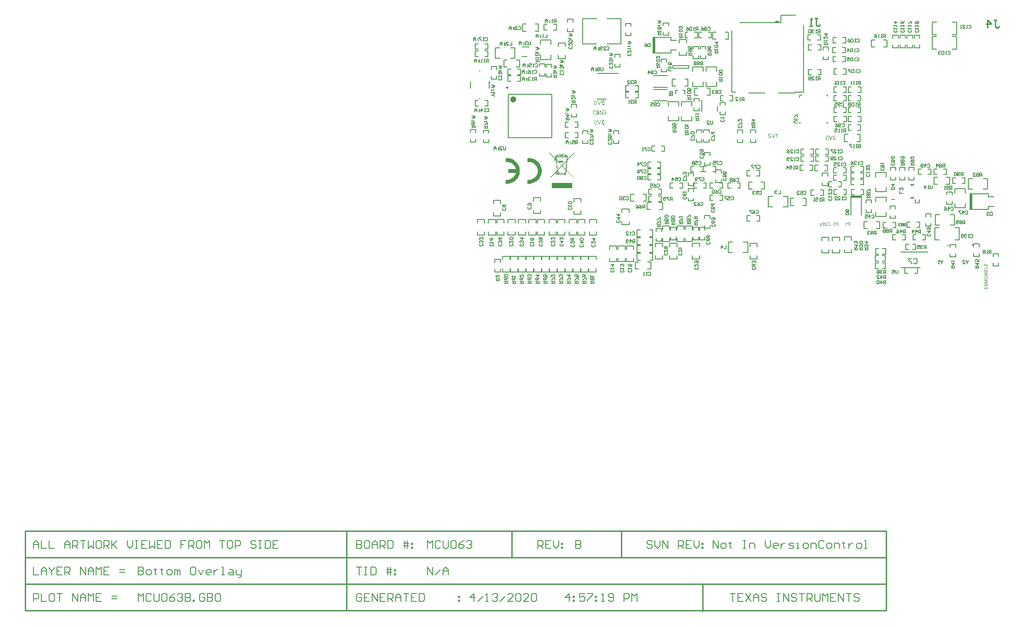
<source format=gbo>
G04*
G04 #@! TF.GenerationSoftware,Altium Limited,Altium Designer,18.1.9 (240)*
G04*
G04 Layer_Color=9218505*
%FSAX25Y25*%
%MOIN*%
G70*
G01*
G75*
%ADD10C,0.00984*%
%ADD11C,0.00500*%
%ADD12C,0.00700*%
%ADD13C,0.00787*%
%ADD15C,0.00800*%
%ADD17C,0.01000*%
%ADD20R,0.08661X0.01575*%
%ADD181C,0.02362*%
%ADD182C,0.00541*%
%ADD183C,0.00748*%
%ADD184C,0.00900*%
%ADD185C,0.00709*%
%ADD186R,0.02756X0.00886*%
%ADD187R,0.00591X0.01280*%
%ADD188R,0.02953X0.01573*%
%ADD189R,0.02000X0.12600*%
G36*
X0072308Y0127214D02*
X0072308Y0127214D01*
X0072308Y0127214D01*
X0072308Y0127214D01*
D02*
G37*
G36*
X0072305Y0127212D02*
X0072305Y0127212D01*
X0072305Y0127212D01*
X0072305Y0127212D01*
X0072305Y0127212D01*
X0072305Y0127212D01*
D01*
X0072305Y0127212D01*
X0072305Y0127212D01*
X0072305Y0127212D01*
X0072305Y0127212D01*
X0072305Y0127212D01*
X0072305Y0127212D01*
X0072305Y0127212D01*
X0072305Y0127212D01*
X0072305Y0127212D01*
X0072305Y0127212D01*
X0072306Y0127213D01*
X0072307Y0127213D01*
X0072308Y0127214D01*
X0072308Y0127214D01*
X0072308Y0127214D01*
X0072308Y0127214D01*
X0072308Y0127214D01*
X0072305Y0127212D01*
D02*
G37*
G36*
X0071833Y0126820D02*
X0071833Y0126819D01*
X0071833Y0126820D01*
X0071833Y0126820D01*
D02*
G37*
G36*
X0071833Y0126819D02*
X0071833Y0126819D01*
X0071833Y0126819D01*
X0071833Y0126819D01*
D02*
G37*
G36*
X0071263Y0124807D02*
X0071633Y0124807D01*
X0071555Y0125648D01*
X0071356D01*
Y0126227D01*
X0071713D01*
Y0126228D01*
X0071713Y0126229D01*
X0071713Y0126230D01*
X0071714Y0126231D01*
X0071714Y0126232D01*
X0071714D01*
X0071714Y0126232D01*
X0071829Y0126810D01*
Y0126810D01*
X0071829Y0126810D01*
X0071829Y0126810D01*
X0071829Y0126810D01*
X0071829Y0126811D01*
X0071830Y0126814D01*
X0071831Y0126816D01*
X0071832Y0126818D01*
X0071833Y0126819D01*
X0071829Y0126811D01*
X0071833Y0126820D01*
X0071834Y0126820D01*
Y0126820D01*
X0071931Y0126934D01*
X0071931Y0126934D01*
X0071931Y0126934D01*
X0071932Y0126935D01*
X0071933Y0126936D01*
X0071934Y0126936D01*
X0071934Y0126937D01*
Y0126937D01*
X0071934Y0126937D01*
X0071934Y0126937D01*
X0071934Y0126937D01*
X0071935Y0126937D01*
X0071935Y0126937D01*
Y0126937D01*
X0072305Y0127212D01*
X0072305Y0127212D01*
X0072309Y0127214D01*
X0072309Y0127214D01*
X0072309Y0127214D01*
X0072309Y0127214D01*
X0072308Y0127214D01*
X0072308Y0127214D01*
X0072309Y0127214D01*
X0072309Y0127214D01*
X0072916Y0127499D01*
X0072916Y0127499D01*
X0072916Y0127499D01*
X0072916Y0127499D01*
X0072916D01*
X0072916Y0127499D01*
X0072916Y0127499D01*
X0072916Y0127499D01*
X0072917Y0127500D01*
X0072918Y0127500D01*
X0072919Y0127500D01*
X0072919Y0127501D01*
Y0127501D01*
X0073616Y0127697D01*
X0073616Y0127697D01*
X0073616Y0127697D01*
X0073617Y0127697D01*
X0073617Y0127697D01*
X0073618Y0127697D01*
Y0127697D01*
X0074169Y0127797D01*
X0074169Y0127797D01*
X0074169Y0127797D01*
X0074170Y0127797D01*
X0074170Y0127797D01*
X0074170D01*
X0074170Y0127797D01*
X0074170Y0127797D01*
X0074170Y0127797D01*
X0074170D01*
X0074170Y0127798D01*
X0074355Y0127820D01*
X0074355Y0127820D01*
X0074355Y0127820D01*
X0074355Y0127820D01*
X0074355Y0127820D01*
D01*
X0074358Y0127821D01*
Y0128081D01*
X0077092D01*
Y0127861D01*
X0077214Y0127853D01*
X0077842Y0127788D01*
X0078474Y0127682D01*
X0078598Y0127654D01*
Y0127711D01*
X0079548D01*
X0079548Y0127364D01*
X0079552Y0127365D01*
X0079557Y0127362D01*
X0079557Y0127362D01*
X0079557D01*
X0079557D01*
X0079557D01*
X0079557Y0127362D01*
X0079557Y0127362D01*
X0079557Y0127362D01*
X0079649Y0127321D01*
X0079649Y0127320D01*
X0079649Y0127320D01*
X0079649Y0127320D01*
X0079650Y0127320D01*
X0079650Y0127320D01*
X0079650Y0127320D01*
X0079650Y0127320D01*
X0079650Y0127320D01*
X0079650Y0127320D01*
X0079651Y0127320D01*
X0079651Y0127320D01*
X0079651Y0127320D01*
X0079917Y0127171D01*
X0079917Y0127171D01*
X0079917Y0127171D01*
X0079918Y0127171D01*
X0079918Y0127170D01*
X0079919Y0127170D01*
X0079919Y0127170D01*
X0079919Y0127169D01*
X0080230Y0126940D01*
X0080231Y0126940D01*
X0080232Y0126939D01*
X0080232Y0126939D01*
X0080233Y0126938D01*
X0080233Y0126938D01*
X0080233Y0126938D01*
X0080233Y0126938D01*
X0080233Y0126938D01*
X0080233Y0126938D01*
X0080233Y0126938D01*
X0080233Y0126938D01*
X0080233Y0126937D01*
X0080234Y0126937D01*
X0080234Y0126937D01*
X0080486Y0126667D01*
X0080486Y0126666D01*
X0080486Y0126666D01*
X0080486Y0126666D01*
X0080487Y0126665D01*
X0080487Y0126665D01*
X0080488Y0126664D01*
X0080488Y0126664D01*
X0080489Y0126663D01*
X0080637Y0126431D01*
X0080637Y0126431D01*
X0080637Y0126430D01*
X0080638Y0126430D01*
X0080638Y0126429D01*
X0080638Y0126428D01*
X0080638Y0126428D01*
X0080674Y0126344D01*
X0080674Y0126345D01*
X0080679Y0126335D01*
X0080679Y0126334D01*
X0080679Y0126334D01*
X0080679Y0126334D01*
X0080679Y0126334D01*
X0080679Y0126334D01*
X0080679Y0126334D01*
X0080679Y0126333D01*
X0080679Y0126333D01*
X0080714Y0126243D01*
X0080714Y0126243D01*
X0080714Y0126242D01*
X0080714Y0126242D01*
X0080714Y0126242D01*
X0080714Y0126242D01*
X0080717Y0126234D01*
X0080717Y0126234D01*
X0080718Y0126229D01*
X0080718Y0126227D01*
X0081286D01*
Y0125648D01*
X0080645D01*
X0080504Y0124051D01*
X0085868Y0129700D01*
Y0129066D01*
X0080441Y0123342D01*
X0079802Y0116118D01*
X0085529Y0110290D01*
X0085202Y0109970D01*
X0079749Y0115524D01*
X0079523Y0112973D01*
X0079523Y0112973D01*
X0079523Y0112973D01*
X0079510Y0112941D01*
X0079476Y0112881D01*
X0079436Y0112825D01*
X0079390Y0112774D01*
X0079365Y0112751D01*
D01*
X0079299Y0112724D01*
X0079277Y0112721D01*
Y0111882D01*
X0078246D01*
Y0112721D01*
X0074155Y0112719D01*
Y0113275D01*
X0078991D01*
X0079229Y0116054D01*
X0076331Y0119006D01*
X0073055Y0115550D01*
X0073101Y0115058D01*
X0072435Y0114615D01*
X0072452Y0114914D01*
X0067819Y0110028D01*
X0067488Y0110343D01*
X0072491Y0115612D01*
X0071814Y0122868D01*
X0070548D01*
Y0124807D01*
X0070636Y0124807D01*
X0066382Y0129141D01*
Y0129775D01*
X0071263Y0124807D01*
D02*
G37*
G36*
X0035606Y0124997D02*
X0037210Y0124614D01*
X0038727Y0123971D01*
X0040117Y0123083D01*
X0041339Y0121978D01*
X0042361Y0120684D01*
X0043153Y0119238D01*
X0043694Y0117681D01*
X0043968Y0116055D01*
Y0114407D01*
X0043694Y0112781D01*
X0043153Y0111224D01*
X0042361Y0109778D01*
X0041339Y0108485D01*
X0040117Y0107379D01*
X0038727Y0106492D01*
X0037210Y0105848D01*
X0035606Y0105466D01*
X0033961Y0105356D01*
X0033141Y0105438D01*
X0033141Y0105438D01*
X0033141Y0108412D01*
X0033783Y0108350D01*
X0035070Y0108406D01*
X0036324Y0108702D01*
X0037501Y0109225D01*
X0038561Y0109959D01*
X0039465Y0110877D01*
X0040182Y0111947D01*
X0040688Y0113132D01*
X0040855Y0113755D01*
X0035110D01*
Y0116708D01*
X0040855D01*
X0040688Y0117330D01*
X0040182Y0118515D01*
X0039465Y0119586D01*
X0038561Y0120503D01*
X0037501Y0121237D01*
X0036324Y0121761D01*
X0035070Y0122056D01*
X0033783Y0122112D01*
X0033141Y0122050D01*
D01*
X0033141D01*
X0033141D01*
X0033141Y0125024D01*
X0033961Y0125107D01*
X0035606Y0124997D01*
D02*
G37*
G36*
X0052338D02*
X0053942Y0124614D01*
X0055460Y0123971D01*
X0056849Y0123083D01*
X0058072Y0121978D01*
X0059093Y0120684D01*
X0059885Y0119238D01*
X0060426Y0117681D01*
X0060700Y0116055D01*
Y0114407D01*
X0060426Y0112781D01*
X0059885Y0111224D01*
X0059093Y0109778D01*
X0058072Y0108485D01*
X0056849Y0107379D01*
X0055460Y0106492D01*
X0053942Y0105848D01*
X0052338Y0105466D01*
X0050694Y0105356D01*
X0049874Y0105438D01*
X0049874Y0108412D01*
X0049874D01*
X0049874Y0108412D01*
Y0108412D01*
X0050608Y0108346D01*
X0052078Y0108450D01*
X0053492Y0108865D01*
X0054785Y0109571D01*
X0055899Y0110535D01*
X0056782Y0111715D01*
X0057395Y0113055D01*
X0057708Y0114495D01*
Y0115968D01*
X0057395Y0117408D01*
X0056782Y0118748D01*
X0055899Y0119927D01*
X0054785Y0120892D01*
X0053492Y0121598D01*
X0052078Y0122012D01*
X0050608Y0122116D01*
X0049874Y0122050D01*
X0049874Y0125024D01*
X0049874D01*
X0050694Y0125107D01*
X0052338Y0124997D01*
D02*
G37*
G36*
X0084195Y0102107D02*
X0068447D01*
Y0106044D01*
X0084195D01*
Y0102107D01*
D02*
G37*
G36*
X0400792Y0043903D02*
X0400862Y0043892D01*
X0400925Y0043873D01*
X0400977Y0043855D01*
X0401021Y0043832D01*
X0401054Y0043818D01*
X0401073Y0043803D01*
X0401080Y0043799D01*
X0401136Y0043755D01*
X0401188Y0043703D01*
X0401232Y0043648D01*
X0401273Y0043592D01*
X0401302Y0043544D01*
X0401325Y0043503D01*
X0401332Y0043488D01*
X0401339Y0043477D01*
X0401343Y0043470D01*
Y0043466D01*
X0401358Y0043437D01*
X0401369Y0043400D01*
X0401384Y0043359D01*
X0401399Y0043314D01*
X0401425Y0043222D01*
X0401450Y0043126D01*
X0401462Y0043081D01*
X0401473Y0043041D01*
X0401484Y0043000D01*
X0401491Y0042967D01*
X0401499Y0042941D01*
X0401502Y0042919D01*
X0401506Y0042904D01*
Y0042900D01*
X0401524Y0042826D01*
X0401539Y0042759D01*
X0401558Y0042700D01*
X0401573Y0042649D01*
X0401591Y0042600D01*
X0401606Y0042560D01*
X0401621Y0042523D01*
X0401632Y0042489D01*
X0401647Y0042463D01*
X0401658Y0042441D01*
X0401665Y0042426D01*
X0401676Y0042412D01*
X0401687Y0042393D01*
X0401691Y0042390D01*
X0401728Y0042356D01*
X0401765Y0042334D01*
X0401802Y0042316D01*
X0401839Y0042304D01*
X0401868Y0042297D01*
X0401894Y0042293D01*
X0401909D01*
X0401917D01*
X0401976Y0042301D01*
X0402028Y0042316D01*
X0402072Y0042338D01*
X0402113Y0042364D01*
X0402142Y0042386D01*
X0402168Y0042408D01*
X0402183Y0042423D01*
X0402187Y0042430D01*
X0402205Y0042460D01*
X0402224Y0042489D01*
X0402253Y0042560D01*
X0402272Y0042634D01*
X0402287Y0042708D01*
X0402294Y0042774D01*
X0402298Y0042804D01*
X0402301Y0042826D01*
Y0042878D01*
X0402298Y0042981D01*
X0402283Y0043074D01*
X0402261Y0043148D01*
X0402239Y0043211D01*
X0402216Y0043259D01*
X0402194Y0043296D01*
X0402179Y0043314D01*
X0402176Y0043322D01*
X0402124Y0043374D01*
X0402068Y0043414D01*
X0402009Y0043448D01*
X0401950Y0043470D01*
X0401894Y0043485D01*
X0401854Y0043496D01*
X0401835Y0043499D01*
X0401824Y0043503D01*
X0401817D01*
X0401813D01*
X0401839Y0043829D01*
X0401920Y0043821D01*
X0401994Y0043803D01*
X0402065Y0043784D01*
X0402124Y0043758D01*
X0402172Y0043736D01*
X0402209Y0043718D01*
X0402220Y0043710D01*
X0402231Y0043703D01*
X0402235Y0043699D01*
X0402239D01*
X0402301Y0043651D01*
X0402357Y0043599D01*
X0402405Y0043544D01*
X0402442Y0043488D01*
X0402475Y0043440D01*
X0402494Y0043403D01*
X0402501Y0043389D01*
X0402509Y0043377D01*
X0402512Y0043370D01*
Y0043366D01*
X0402542Y0043285D01*
X0402564Y0043196D01*
X0402583Y0043115D01*
X0402594Y0043037D01*
X0402601Y0042967D01*
Y0042941D01*
X0402605Y0042915D01*
Y0042867D01*
X0402601Y0042771D01*
X0402590Y0042685D01*
X0402575Y0042604D01*
X0402560Y0042534D01*
X0402546Y0042478D01*
X0402538Y0042452D01*
X0402531Y0042434D01*
X0402523Y0042419D01*
X0402520Y0042408D01*
X0402516Y0042401D01*
Y0042397D01*
X0402479Y0042323D01*
X0402438Y0042256D01*
X0402394Y0042201D01*
X0402353Y0042156D01*
X0402316Y0042123D01*
X0402287Y0042097D01*
X0402264Y0042079D01*
X0402261Y0042075D01*
X0402257D01*
X0402194Y0042038D01*
X0402131Y0042012D01*
X0402068Y0041994D01*
X0402013Y0041982D01*
X0401965Y0041975D01*
X0401928Y0041968D01*
X0401913D01*
X0401902D01*
X0401898D01*
X0401894D01*
X0401831Y0041971D01*
X0401772Y0041982D01*
X0401717Y0041997D01*
X0401669Y0042012D01*
X0401632Y0042027D01*
X0401602Y0042042D01*
X0401584Y0042053D01*
X0401576Y0042057D01*
X0401524Y0042094D01*
X0401476Y0042138D01*
X0401436Y0042182D01*
X0401402Y0042227D01*
X0401373Y0042264D01*
X0401354Y0042297D01*
X0401339Y0042319D01*
X0401336Y0042323D01*
Y0042327D01*
X0401321Y0042356D01*
X0401306Y0042390D01*
X0401280Y0042463D01*
X0401254Y0042549D01*
X0401228Y0042630D01*
X0401206Y0042704D01*
X0401199Y0042737D01*
X0401191Y0042767D01*
X0401184Y0042789D01*
X0401180Y0042808D01*
X0401177Y0042819D01*
Y0042822D01*
X0401162Y0042885D01*
X0401147Y0042944D01*
X0401132Y0042996D01*
X0401121Y0043041D01*
X0401110Y0043085D01*
X0401099Y0043122D01*
X0401091Y0043155D01*
X0401080Y0043181D01*
X0401073Y0043207D01*
X0401069Y0043226D01*
X0401058Y0043255D01*
X0401054Y0043274D01*
X0401051Y0043277D01*
X0401029Y0043333D01*
X0401003Y0043381D01*
X0400977Y0043422D01*
X0400955Y0043451D01*
X0400932Y0043477D01*
X0400918Y0043492D01*
X0400907Y0043503D01*
X0400903Y0043507D01*
X0400870Y0043533D01*
X0400833Y0043551D01*
X0400796Y0043562D01*
X0400766Y0043573D01*
X0400736Y0043577D01*
X0400714Y0043581D01*
X0400696D01*
X0400692D01*
X0400647Y0043577D01*
X0400607Y0043570D01*
X0400570Y0043559D01*
X0400540Y0043544D01*
X0400511Y0043529D01*
X0400492Y0043518D01*
X0400477Y0043511D01*
X0400474Y0043507D01*
X0400437Y0043477D01*
X0400407Y0043440D01*
X0400381Y0043403D01*
X0400355Y0043370D01*
X0400340Y0043337D01*
X0400326Y0043311D01*
X0400318Y0043292D01*
X0400315Y0043285D01*
X0400296Y0043229D01*
X0400281Y0043170D01*
X0400274Y0043111D01*
X0400266Y0043059D01*
X0400263Y0043015D01*
X0400259Y0042978D01*
Y0042944D01*
X0400263Y0042863D01*
X0400270Y0042789D01*
X0400281Y0042722D01*
X0400296Y0042663D01*
X0400311Y0042615D01*
X0400322Y0042578D01*
X0400326Y0042567D01*
X0400329Y0042556D01*
X0400333Y0042552D01*
Y0042549D01*
X0400363Y0042489D01*
X0400396Y0042434D01*
X0400429Y0042393D01*
X0400462Y0042356D01*
X0400488Y0042327D01*
X0400514Y0042308D01*
X0400529Y0042297D01*
X0400533Y0042293D01*
X0400581Y0042267D01*
X0400633Y0042241D01*
X0400688Y0042227D01*
X0400736Y0042212D01*
X0400784Y0042201D01*
X0400818Y0042193D01*
X0400833D01*
X0400844Y0042190D01*
X0400847D01*
X0400851D01*
X0400821Y0041872D01*
X0400729Y0041879D01*
X0400640Y0041894D01*
X0400562Y0041916D01*
X0400492Y0041942D01*
X0400437Y0041968D01*
X0400414Y0041979D01*
X0400396Y0041986D01*
X0400381Y0041997D01*
X0400370Y0042001D01*
X0400363Y0042008D01*
X0400359D01*
X0400289Y0042064D01*
X0400226Y0042123D01*
X0400174Y0042186D01*
X0400130Y0042245D01*
X0400096Y0042297D01*
X0400074Y0042341D01*
X0400067Y0042356D01*
X0400059Y0042367D01*
X0400056Y0042375D01*
Y0042378D01*
X0400022Y0042471D01*
X0399996Y0042567D01*
X0399981Y0042663D01*
X0399967Y0042756D01*
X0399963Y0042800D01*
X0399959Y0042837D01*
Y0042871D01*
X0399956Y0042900D01*
Y0042959D01*
X0399959Y0043059D01*
X0399970Y0043152D01*
X0399989Y0043237D01*
X0400007Y0043307D01*
X0400022Y0043366D01*
X0400033Y0043392D01*
X0400041Y0043414D01*
X0400048Y0043429D01*
X0400052Y0043440D01*
X0400056Y0043448D01*
Y0043451D01*
X0400096Y0043529D01*
X0400141Y0043596D01*
X0400189Y0043655D01*
X0400233Y0043703D01*
X0400270Y0043740D01*
X0400303Y0043766D01*
X0400326Y0043784D01*
X0400329Y0043788D01*
X0400333D01*
X0400403Y0043829D01*
X0400470Y0043858D01*
X0400533Y0043877D01*
X0400592Y0043892D01*
X0400644Y0043899D01*
X0400684Y0043907D01*
X0400699D01*
X0400710D01*
X0400714D01*
X0400718D01*
X0400792Y0043903D01*
D02*
G37*
G36*
X0402560Y0039607D02*
X0402257D01*
Y0040451D01*
X0400000D01*
Y0040791D01*
X0402257D01*
Y0041635D01*
X0402560D01*
Y0039607D01*
D02*
G37*
G36*
X0400792Y0039330D02*
X0400862Y0039318D01*
X0400925Y0039300D01*
X0400977Y0039281D01*
X0401021Y0039259D01*
X0401054Y0039244D01*
X0401073Y0039230D01*
X0401080Y0039226D01*
X0401136Y0039182D01*
X0401188Y0039130D01*
X0401232Y0039074D01*
X0401273Y0039019D01*
X0401302Y0038971D01*
X0401325Y0038930D01*
X0401332Y0038915D01*
X0401339Y0038904D01*
X0401343Y0038897D01*
Y0038893D01*
X0401358Y0038863D01*
X0401369Y0038826D01*
X0401384Y0038786D01*
X0401399Y0038741D01*
X0401425Y0038649D01*
X0401450Y0038553D01*
X0401462Y0038508D01*
X0401473Y0038467D01*
X0401484Y0038427D01*
X0401491Y0038394D01*
X0401499Y0038368D01*
X0401502Y0038345D01*
X0401506Y0038331D01*
Y0038327D01*
X0401524Y0038253D01*
X0401539Y0038186D01*
X0401558Y0038127D01*
X0401573Y0038075D01*
X0401591Y0038027D01*
X0401606Y0037986D01*
X0401621Y0037949D01*
X0401632Y0037916D01*
X0401647Y0037890D01*
X0401658Y0037868D01*
X0401665Y0037853D01*
X0401676Y0037839D01*
X0401687Y0037820D01*
X0401691Y0037816D01*
X0401728Y0037783D01*
X0401765Y0037761D01*
X0401802Y0037742D01*
X0401839Y0037731D01*
X0401868Y0037724D01*
X0401894Y0037720D01*
X0401909D01*
X0401917D01*
X0401976Y0037727D01*
X0402028Y0037742D01*
X0402072Y0037764D01*
X0402113Y0037790D01*
X0402142Y0037813D01*
X0402168Y0037835D01*
X0402183Y0037850D01*
X0402187Y0037857D01*
X0402205Y0037887D01*
X0402224Y0037916D01*
X0402253Y0037986D01*
X0402272Y0038061D01*
X0402287Y0038135D01*
X0402294Y0038201D01*
X0402298Y0038231D01*
X0402301Y0038253D01*
Y0038305D01*
X0402298Y0038408D01*
X0402283Y0038501D01*
X0402261Y0038575D01*
X0402239Y0038638D01*
X0402216Y0038686D01*
X0402194Y0038723D01*
X0402179Y0038741D01*
X0402176Y0038749D01*
X0402124Y0038800D01*
X0402068Y0038841D01*
X0402009Y0038875D01*
X0401950Y0038897D01*
X0401894Y0038912D01*
X0401854Y0038923D01*
X0401835Y0038926D01*
X0401824Y0038930D01*
X0401817D01*
X0401813D01*
X0401839Y0039256D01*
X0401920Y0039248D01*
X0401994Y0039230D01*
X0402065Y0039211D01*
X0402124Y0039185D01*
X0402172Y0039163D01*
X0402209Y0039145D01*
X0402220Y0039137D01*
X0402231Y0039130D01*
X0402235Y0039126D01*
X0402239D01*
X0402301Y0039078D01*
X0402357Y0039026D01*
X0402405Y0038971D01*
X0402442Y0038915D01*
X0402475Y0038867D01*
X0402494Y0038830D01*
X0402501Y0038815D01*
X0402509Y0038804D01*
X0402512Y0038797D01*
Y0038793D01*
X0402542Y0038712D01*
X0402564Y0038623D01*
X0402583Y0038541D01*
X0402594Y0038464D01*
X0402601Y0038394D01*
Y0038368D01*
X0402605Y0038342D01*
Y0038294D01*
X0402601Y0038197D01*
X0402590Y0038112D01*
X0402575Y0038031D01*
X0402560Y0037961D01*
X0402546Y0037905D01*
X0402538Y0037879D01*
X0402531Y0037861D01*
X0402523Y0037846D01*
X0402520Y0037835D01*
X0402516Y0037827D01*
Y0037824D01*
X0402479Y0037750D01*
X0402438Y0037683D01*
X0402394Y0037628D01*
X0402353Y0037583D01*
X0402316Y0037550D01*
X0402287Y0037524D01*
X0402264Y0037505D01*
X0402261Y0037502D01*
X0402257D01*
X0402194Y0037465D01*
X0402131Y0037439D01*
X0402068Y0037420D01*
X0402013Y0037409D01*
X0401965Y0037402D01*
X0401928Y0037394D01*
X0401913D01*
X0401902D01*
X0401898D01*
X0401894D01*
X0401831Y0037398D01*
X0401772Y0037409D01*
X0401717Y0037424D01*
X0401669Y0037439D01*
X0401632Y0037454D01*
X0401602Y0037468D01*
X0401584Y0037480D01*
X0401576Y0037483D01*
X0401524Y0037520D01*
X0401476Y0037565D01*
X0401436Y0037609D01*
X0401402Y0037653D01*
X0401373Y0037690D01*
X0401354Y0037724D01*
X0401339Y0037746D01*
X0401336Y0037750D01*
Y0037753D01*
X0401321Y0037783D01*
X0401306Y0037816D01*
X0401280Y0037890D01*
X0401254Y0037975D01*
X0401228Y0038057D01*
X0401206Y0038131D01*
X0401199Y0038164D01*
X0401191Y0038194D01*
X0401184Y0038216D01*
X0401180Y0038234D01*
X0401177Y0038245D01*
Y0038249D01*
X0401162Y0038312D01*
X0401147Y0038371D01*
X0401132Y0038423D01*
X0401121Y0038467D01*
X0401110Y0038512D01*
X0401099Y0038549D01*
X0401091Y0038582D01*
X0401080Y0038608D01*
X0401073Y0038634D01*
X0401069Y0038653D01*
X0401058Y0038682D01*
X0401054Y0038701D01*
X0401051Y0038704D01*
X0401029Y0038760D01*
X0401003Y0038808D01*
X0400977Y0038849D01*
X0400955Y0038878D01*
X0400932Y0038904D01*
X0400918Y0038919D01*
X0400907Y0038930D01*
X0400903Y0038934D01*
X0400870Y0038960D01*
X0400833Y0038978D01*
X0400796Y0038989D01*
X0400766Y0039000D01*
X0400736Y0039004D01*
X0400714Y0039008D01*
X0400696D01*
X0400692D01*
X0400647Y0039004D01*
X0400607Y0038997D01*
X0400570Y0038985D01*
X0400540Y0038971D01*
X0400511Y0038956D01*
X0400492Y0038945D01*
X0400477Y0038937D01*
X0400474Y0038934D01*
X0400437Y0038904D01*
X0400407Y0038867D01*
X0400381Y0038830D01*
X0400355Y0038797D01*
X0400340Y0038763D01*
X0400326Y0038738D01*
X0400318Y0038719D01*
X0400315Y0038712D01*
X0400296Y0038656D01*
X0400281Y0038597D01*
X0400274Y0038538D01*
X0400266Y0038486D01*
X0400263Y0038442D01*
X0400259Y0038405D01*
Y0038371D01*
X0400263Y0038290D01*
X0400270Y0038216D01*
X0400281Y0038149D01*
X0400296Y0038090D01*
X0400311Y0038042D01*
X0400322Y0038005D01*
X0400326Y0037994D01*
X0400329Y0037983D01*
X0400333Y0037979D01*
Y0037975D01*
X0400363Y0037916D01*
X0400396Y0037861D01*
X0400429Y0037820D01*
X0400462Y0037783D01*
X0400488Y0037753D01*
X0400514Y0037735D01*
X0400529Y0037724D01*
X0400533Y0037720D01*
X0400581Y0037694D01*
X0400633Y0037668D01*
X0400688Y0037653D01*
X0400736Y0037639D01*
X0400784Y0037628D01*
X0400818Y0037620D01*
X0400833D01*
X0400844Y0037617D01*
X0400847D01*
X0400851D01*
X0400821Y0037298D01*
X0400729Y0037306D01*
X0400640Y0037321D01*
X0400562Y0037343D01*
X0400492Y0037369D01*
X0400437Y0037394D01*
X0400414Y0037406D01*
X0400396Y0037413D01*
X0400381Y0037424D01*
X0400370Y0037428D01*
X0400363Y0037435D01*
X0400359D01*
X0400289Y0037491D01*
X0400226Y0037550D01*
X0400174Y0037613D01*
X0400130Y0037672D01*
X0400096Y0037724D01*
X0400074Y0037768D01*
X0400067Y0037783D01*
X0400059Y0037794D01*
X0400056Y0037802D01*
Y0037805D01*
X0400022Y0037898D01*
X0399996Y0037994D01*
X0399981Y0038090D01*
X0399967Y0038183D01*
X0399963Y0038227D01*
X0399959Y0038264D01*
Y0038297D01*
X0399956Y0038327D01*
Y0038386D01*
X0399959Y0038486D01*
X0399970Y0038579D01*
X0399989Y0038664D01*
X0400007Y0038734D01*
X0400022Y0038793D01*
X0400033Y0038819D01*
X0400041Y0038841D01*
X0400048Y0038856D01*
X0400052Y0038867D01*
X0400056Y0038875D01*
Y0038878D01*
X0400096Y0038956D01*
X0400141Y0039022D01*
X0400189Y0039082D01*
X0400233Y0039130D01*
X0400270Y0039167D01*
X0400303Y0039193D01*
X0400326Y0039211D01*
X0400329Y0039215D01*
X0400333D01*
X0400403Y0039256D01*
X0400470Y0039285D01*
X0400533Y0039304D01*
X0400592Y0039318D01*
X0400644Y0039326D01*
X0400684Y0039333D01*
X0400699D01*
X0400710D01*
X0400714D01*
X0400718D01*
X0400792Y0039330D01*
D02*
G37*
G36*
X0400696Y0036643D02*
X0400770Y0036592D01*
X0400836Y0036544D01*
X0400892Y0036495D01*
X0400944Y0036455D01*
X0400981Y0036418D01*
X0401010Y0036388D01*
X0401029Y0036370D01*
X0401036Y0036362D01*
X0401058Y0036333D01*
X0401084Y0036299D01*
X0401125Y0036233D01*
X0401140Y0036203D01*
X0401154Y0036181D01*
X0401162Y0036166D01*
X0401165Y0036159D01*
X0401177Y0036225D01*
X0401188Y0036288D01*
X0401206Y0036344D01*
X0401221Y0036399D01*
X0401239Y0036447D01*
X0401262Y0036492D01*
X0401280Y0036532D01*
X0401299Y0036569D01*
X0401321Y0036599D01*
X0401339Y0036629D01*
X0401354Y0036651D01*
X0401369Y0036669D01*
X0401380Y0036684D01*
X0401391Y0036695D01*
X0401395Y0036699D01*
X0401399Y0036703D01*
X0401436Y0036732D01*
X0401473Y0036762D01*
X0401550Y0036806D01*
X0401628Y0036836D01*
X0401702Y0036858D01*
X0401765Y0036873D01*
X0401791Y0036876D01*
X0401817D01*
X0401835Y0036880D01*
X0401850D01*
X0401857D01*
X0401861D01*
X0401939Y0036876D01*
X0402009Y0036865D01*
X0402076Y0036847D01*
X0402131Y0036828D01*
X0402179Y0036806D01*
X0402216Y0036791D01*
X0402239Y0036777D01*
X0402242Y0036773D01*
X0402246D01*
X0402305Y0036729D01*
X0402357Y0036684D01*
X0402401Y0036636D01*
X0402435Y0036592D01*
X0402460Y0036551D01*
X0402475Y0036518D01*
X0402486Y0036495D01*
X0402490Y0036492D01*
Y0036488D01*
X0402501Y0036455D01*
X0402512Y0036414D01*
X0402531Y0036333D01*
X0402542Y0036244D01*
X0402553Y0036162D01*
X0402557Y0036085D01*
Y0036051D01*
X0402560Y0036022D01*
Y0034834D01*
X0400000D01*
Y0035175D01*
X0401136D01*
Y0035611D01*
X0401132Y0035652D01*
Y0035681D01*
X0401128Y0035707D01*
X0401125Y0035726D01*
Y0035741D01*
X0401121Y0035748D01*
Y0035752D01*
X0401103Y0035811D01*
X0401091Y0035837D01*
X0401080Y0035859D01*
X0401069Y0035881D01*
X0401062Y0035896D01*
X0401058Y0035903D01*
X0401054Y0035907D01*
X0401032Y0035937D01*
X0401006Y0035966D01*
X0400951Y0036022D01*
X0400925Y0036048D01*
X0400903Y0036066D01*
X0400888Y0036077D01*
X0400884Y0036081D01*
X0400833Y0036118D01*
X0400777Y0036159D01*
X0400718Y0036199D01*
X0400662Y0036240D01*
X0400610Y0036273D01*
X0400570Y0036299D01*
X0400555Y0036310D01*
X0400544Y0036318D01*
X0400536Y0036325D01*
X0400533D01*
X0400000Y0036662D01*
Y0037084D01*
X0400696Y0036643D01*
D02*
G37*
G36*
X0401413Y0034386D02*
X0401543Y0034372D01*
X0401602Y0034361D01*
X0401661Y0034346D01*
X0401713Y0034331D01*
X0401761Y0034320D01*
X0401806Y0034305D01*
X0401846Y0034290D01*
X0401880Y0034279D01*
X0401909Y0034264D01*
X0401931Y0034257D01*
X0401946Y0034249D01*
X0401957Y0034242D01*
X0401961D01*
X0402068Y0034183D01*
X0402165Y0034113D01*
X0402246Y0034039D01*
X0402313Y0033972D01*
X0402364Y0033909D01*
X0402387Y0033880D01*
X0402405Y0033857D01*
X0402416Y0033835D01*
X0402427Y0033820D01*
X0402431Y0033813D01*
X0402435Y0033809D01*
X0402464Y0033754D01*
X0402490Y0033698D01*
X0402534Y0033591D01*
X0402564Y0033480D01*
X0402583Y0033384D01*
X0402590Y0033339D01*
X0402597Y0033295D01*
X0402601Y0033262D01*
Y0033228D01*
X0402605Y0033202D01*
Y0033169D01*
X0402601Y0033069D01*
X0402590Y0032977D01*
X0402571Y0032888D01*
X0402549Y0032803D01*
X0402520Y0032725D01*
X0402490Y0032651D01*
X0402457Y0032585D01*
X0402423Y0032525D01*
X0402390Y0032470D01*
X0402357Y0032422D01*
X0402327Y0032381D01*
X0402298Y0032348D01*
X0402276Y0032322D01*
X0402257Y0032300D01*
X0402246Y0032289D01*
X0402242Y0032285D01*
X0402172Y0032226D01*
X0402098Y0032174D01*
X0402016Y0032126D01*
X0401935Y0032089D01*
X0401850Y0032055D01*
X0401769Y0032026D01*
X0401687Y0032004D01*
X0401610Y0031989D01*
X0401536Y0031974D01*
X0401465Y0031963D01*
X0401402Y0031956D01*
X0401350Y0031948D01*
X0401306D01*
X0401273Y0031944D01*
X0401251D01*
X0401247D01*
X0401243D01*
X0401117Y0031952D01*
X0401003Y0031967D01*
X0400892Y0031989D01*
X0400844Y0032004D01*
X0400796Y0032018D01*
X0400755Y0032030D01*
X0400718Y0032044D01*
X0400684Y0032055D01*
X0400655Y0032067D01*
X0400633Y0032074D01*
X0400618Y0032081D01*
X0400607Y0032089D01*
X0400603D01*
X0400496Y0032152D01*
X0400403Y0032218D01*
X0400322Y0032292D01*
X0400255Y0032362D01*
X0400200Y0032425D01*
X0400178Y0032451D01*
X0400163Y0032473D01*
X0400148Y0032496D01*
X0400137Y0032511D01*
X0400133Y0032518D01*
X0400130Y0032522D01*
X0400100Y0032577D01*
X0400074Y0032633D01*
X0400030Y0032744D01*
X0400000Y0032851D01*
X0399978Y0032951D01*
X0399970Y0032999D01*
X0399967Y0033040D01*
X0399959Y0033077D01*
Y0033110D01*
X0399956Y0033132D01*
Y0033169D01*
X0399963Y0033291D01*
X0399981Y0033406D01*
X0400004Y0033513D01*
X0400019Y0033561D01*
X0400033Y0033606D01*
X0400048Y0033646D01*
X0400063Y0033683D01*
X0400074Y0033713D01*
X0400085Y0033739D01*
X0400096Y0033761D01*
X0400104Y0033780D01*
X0400111Y0033787D01*
Y0033791D01*
X0400178Y0033894D01*
X0400252Y0033983D01*
X0400329Y0034057D01*
X0400403Y0034120D01*
X0400474Y0034172D01*
X0400499Y0034190D01*
X0400525Y0034205D01*
X0400548Y0034220D01*
X0400562Y0034227D01*
X0400573Y0034235D01*
X0400577D01*
X0400636Y0034264D01*
X0400696Y0034286D01*
X0400814Y0034327D01*
X0400932Y0034357D01*
X0401040Y0034375D01*
X0401088Y0034379D01*
X0401132Y0034386D01*
X0401173Y0034390D01*
X0401206D01*
X0401236Y0034394D01*
X0401254D01*
X0401269D01*
X0401273D01*
X0401413Y0034386D01*
D02*
G37*
G36*
X0400696Y0031278D02*
X0400770Y0031227D01*
X0400836Y0031179D01*
X0400892Y0031130D01*
X0400944Y0031090D01*
X0400981Y0031053D01*
X0401010Y0031023D01*
X0401029Y0031005D01*
X0401036Y0030997D01*
X0401058Y0030968D01*
X0401084Y0030934D01*
X0401125Y0030868D01*
X0401140Y0030838D01*
X0401154Y0030816D01*
X0401162Y0030801D01*
X0401165Y0030794D01*
X0401177Y0030860D01*
X0401188Y0030923D01*
X0401206Y0030979D01*
X0401221Y0031034D01*
X0401239Y0031082D01*
X0401262Y0031127D01*
X0401280Y0031167D01*
X0401299Y0031204D01*
X0401321Y0031234D01*
X0401339Y0031264D01*
X0401354Y0031286D01*
X0401369Y0031304D01*
X0401380Y0031319D01*
X0401391Y0031330D01*
X0401395Y0031334D01*
X0401399Y0031338D01*
X0401436Y0031367D01*
X0401473Y0031397D01*
X0401550Y0031441D01*
X0401628Y0031471D01*
X0401702Y0031493D01*
X0401765Y0031508D01*
X0401791Y0031512D01*
X0401817D01*
X0401835Y0031515D01*
X0401850D01*
X0401857D01*
X0401861D01*
X0401939Y0031512D01*
X0402009Y0031500D01*
X0402076Y0031482D01*
X0402131Y0031463D01*
X0402179Y0031441D01*
X0402216Y0031426D01*
X0402239Y0031412D01*
X0402242Y0031408D01*
X0402246D01*
X0402305Y0031363D01*
X0402357Y0031319D01*
X0402401Y0031271D01*
X0402435Y0031227D01*
X0402460Y0031186D01*
X0402475Y0031153D01*
X0402486Y0031130D01*
X0402490Y0031127D01*
Y0031123D01*
X0402501Y0031090D01*
X0402512Y0031049D01*
X0402531Y0030968D01*
X0402542Y0030879D01*
X0402553Y0030797D01*
X0402557Y0030720D01*
Y0030686D01*
X0402560Y0030657D01*
Y0029469D01*
X0400000D01*
Y0029809D01*
X0401136D01*
Y0030246D01*
X0401132Y0030287D01*
Y0030316D01*
X0401128Y0030342D01*
X0401125Y0030361D01*
Y0030376D01*
X0401121Y0030383D01*
Y0030387D01*
X0401103Y0030446D01*
X0401091Y0030472D01*
X0401080Y0030494D01*
X0401069Y0030516D01*
X0401062Y0030531D01*
X0401058Y0030538D01*
X0401054Y0030542D01*
X0401032Y0030572D01*
X0401006Y0030601D01*
X0400951Y0030657D01*
X0400925Y0030683D01*
X0400903Y0030701D01*
X0400888Y0030712D01*
X0400884Y0030716D01*
X0400833Y0030753D01*
X0400777Y0030794D01*
X0400718Y0030834D01*
X0400662Y0030875D01*
X0400610Y0030908D01*
X0400570Y0030934D01*
X0400555Y0030945D01*
X0400544Y0030953D01*
X0400536Y0030960D01*
X0400533D01*
X0400000Y0031297D01*
Y0031719D01*
X0400696Y0031278D01*
D02*
G37*
G36*
Y0028696D02*
X0400770Y0028644D01*
X0400836Y0028596D01*
X0400892Y0028548D01*
X0400944Y0028507D01*
X0400981Y0028470D01*
X0401010Y0028440D01*
X0401029Y0028422D01*
X0401036Y0028415D01*
X0401058Y0028385D01*
X0401084Y0028352D01*
X0401125Y0028285D01*
X0401140Y0028256D01*
X0401154Y0028233D01*
X0401162Y0028218D01*
X0401165Y0028211D01*
X0401177Y0028278D01*
X0401188Y0028341D01*
X0401206Y0028396D01*
X0401221Y0028452D01*
X0401239Y0028500D01*
X0401262Y0028544D01*
X0401280Y0028585D01*
X0401299Y0028622D01*
X0401321Y0028651D01*
X0401339Y0028681D01*
X0401354Y0028703D01*
X0401369Y0028722D01*
X0401380Y0028736D01*
X0401391Y0028748D01*
X0401395Y0028751D01*
X0401399Y0028755D01*
X0401436Y0028785D01*
X0401473Y0028814D01*
X0401550Y0028859D01*
X0401628Y0028888D01*
X0401702Y0028910D01*
X0401765Y0028925D01*
X0401791Y0028929D01*
X0401817D01*
X0401835Y0028933D01*
X0401850D01*
X0401857D01*
X0401861D01*
X0401939Y0028929D01*
X0402009Y0028918D01*
X0402076Y0028899D01*
X0402131Y0028881D01*
X0402179Y0028859D01*
X0402216Y0028844D01*
X0402239Y0028829D01*
X0402242Y0028825D01*
X0402246D01*
X0402305Y0028781D01*
X0402357Y0028736D01*
X0402401Y0028688D01*
X0402435Y0028644D01*
X0402460Y0028603D01*
X0402475Y0028570D01*
X0402486Y0028548D01*
X0402490Y0028544D01*
Y0028540D01*
X0402501Y0028507D01*
X0402512Y0028466D01*
X0402531Y0028385D01*
X0402542Y0028296D01*
X0402553Y0028215D01*
X0402557Y0028137D01*
Y0028104D01*
X0402560Y0028074D01*
Y0026886D01*
X0400000D01*
Y0027227D01*
X0401136D01*
Y0027663D01*
X0401132Y0027704D01*
Y0027734D01*
X0401128Y0027760D01*
X0401125Y0027778D01*
Y0027793D01*
X0401121Y0027800D01*
Y0027804D01*
X0401103Y0027863D01*
X0401091Y0027889D01*
X0401080Y0027911D01*
X0401069Y0027934D01*
X0401062Y0027948D01*
X0401058Y0027956D01*
X0401054Y0027959D01*
X0401032Y0027989D01*
X0401006Y0028019D01*
X0400951Y0028074D01*
X0400925Y0028100D01*
X0400903Y0028119D01*
X0400888Y0028130D01*
X0400884Y0028133D01*
X0400833Y0028170D01*
X0400777Y0028211D01*
X0400718Y0028252D01*
X0400662Y0028293D01*
X0400610Y0028326D01*
X0400570Y0028352D01*
X0400555Y0028363D01*
X0400544Y0028370D01*
X0400536Y0028378D01*
X0400533D01*
X0400000Y0028714D01*
Y0029136D01*
X0400696Y0028696D01*
D02*
G37*
G36*
X0400303Y0024840D02*
X0401173D01*
Y0026258D01*
X0401476D01*
Y0024840D01*
X0402257D01*
Y0026354D01*
X0402560D01*
Y0024500D01*
X0400000D01*
Y0026413D01*
X0400303D01*
Y0024840D01*
D02*
G37*
G36*
X0108160Y0154223D02*
X0108292Y0154198D01*
X0108405Y0154159D01*
X0108503Y0154120D01*
X0108547Y0154095D01*
X0108581Y0154076D01*
X0108616Y0154056D01*
X0108640Y0154037D01*
X0108660Y0154022D01*
X0108674Y0154012D01*
X0108684Y0154007D01*
X0108689Y0154002D01*
X0108782Y0153909D01*
X0108856Y0153806D01*
X0108914Y0153699D01*
X0108963Y0153591D01*
X0108993Y0153498D01*
X0109008Y0153458D01*
X0109017Y0153424D01*
X0109022Y0153395D01*
X0109027Y0153375D01*
X0109032Y0153360D01*
Y0153356D01*
X0108616Y0153282D01*
X0108596Y0153390D01*
X0108566Y0153483D01*
X0108532Y0153561D01*
X0108498Y0153625D01*
X0108464Y0153674D01*
X0108434Y0153708D01*
X0108415Y0153733D01*
X0108410Y0153738D01*
X0108346Y0153787D01*
X0108277Y0153826D01*
X0108214Y0153850D01*
X0108150Y0153870D01*
X0108091Y0153880D01*
X0108047Y0153890D01*
X0108008D01*
X0107920Y0153885D01*
X0107841Y0153865D01*
X0107773Y0153841D01*
X0107714Y0153816D01*
X0107670Y0153787D01*
X0107635Y0153762D01*
X0107611Y0153743D01*
X0107606Y0153738D01*
X0107552Y0153679D01*
X0107513Y0153615D01*
X0107489Y0153552D01*
X0107469Y0153493D01*
X0107459Y0153439D01*
X0107449Y0153400D01*
Y0153370D01*
Y0153365D01*
Y0153360D01*
Y0153307D01*
X0107459Y0153258D01*
X0107484Y0153174D01*
X0107518Y0153101D01*
X0107557Y0153037D01*
X0107596Y0152993D01*
X0107631Y0152959D01*
X0107655Y0152939D01*
X0107660Y0152934D01*
X0107665D01*
X0107748Y0152890D01*
X0107827Y0152856D01*
X0107910Y0152831D01*
X0107983Y0152817D01*
X0108047Y0152807D01*
X0108101Y0152797D01*
X0108165D01*
X0108184Y0152802D01*
X0108209D01*
X0108258Y0152434D01*
X0108194Y0152449D01*
X0108135Y0152459D01*
X0108086Y0152469D01*
X0108042Y0152474D01*
X0108008Y0152479D01*
X0107964D01*
X0107861Y0152469D01*
X0107768Y0152449D01*
X0107685Y0152420D01*
X0107616Y0152385D01*
X0107562Y0152351D01*
X0107523Y0152322D01*
X0107498Y0152302D01*
X0107489Y0152292D01*
X0107425Y0152219D01*
X0107376Y0152140D01*
X0107342Y0152062D01*
X0107322Y0151984D01*
X0107307Y0151920D01*
X0107302Y0151866D01*
X0107297Y0151846D01*
Y0151832D01*
Y0151822D01*
Y0151817D01*
X0107307Y0151709D01*
X0107332Y0151611D01*
X0107361Y0151528D01*
X0107400Y0151454D01*
X0107439Y0151396D01*
X0107469Y0151351D01*
X0107493Y0151322D01*
X0107503Y0151312D01*
X0107582Y0151244D01*
X0107665Y0151195D01*
X0107748Y0151160D01*
X0107827Y0151136D01*
X0107895Y0151121D01*
X0107949Y0151116D01*
X0107969Y0151111D01*
X0107998D01*
X0108086Y0151116D01*
X0108170Y0151136D01*
X0108243Y0151160D01*
X0108302Y0151190D01*
X0108351Y0151214D01*
X0108390Y0151239D01*
X0108410Y0151258D01*
X0108420Y0151263D01*
X0108478Y0151332D01*
X0108527Y0151410D01*
X0108571Y0151494D01*
X0108606Y0151582D01*
X0108630Y0151655D01*
X0108640Y0151690D01*
X0108645Y0151719D01*
X0108650Y0151743D01*
X0108655Y0151763D01*
X0108660Y0151773D01*
Y0151778D01*
X0109076Y0151724D01*
X0109066Y0151646D01*
X0109052Y0151572D01*
X0109008Y0151435D01*
X0108954Y0151317D01*
X0108924Y0151268D01*
X0108895Y0151219D01*
X0108865Y0151175D01*
X0108836Y0151141D01*
X0108811Y0151107D01*
X0108787Y0151082D01*
X0108772Y0151062D01*
X0108758Y0151048D01*
X0108748Y0151038D01*
X0108743Y0151033D01*
X0108684Y0150989D01*
X0108625Y0150945D01*
X0108566Y0150910D01*
X0108503Y0150881D01*
X0108380Y0150832D01*
X0108263Y0150803D01*
X0108209Y0150793D01*
X0108160Y0150783D01*
X0108116Y0150778D01*
X0108077Y0150773D01*
X0108047Y0150768D01*
X0108003D01*
X0107910Y0150773D01*
X0107827Y0150783D01*
X0107743Y0150798D01*
X0107665Y0150817D01*
X0107591Y0150842D01*
X0107528Y0150866D01*
X0107464Y0150896D01*
X0107410Y0150925D01*
X0107356Y0150950D01*
X0107312Y0150979D01*
X0107273Y0151004D01*
X0107244Y0151028D01*
X0107219Y0151048D01*
X0107199Y0151062D01*
X0107190Y0151072D01*
X0107185Y0151077D01*
X0107126Y0151136D01*
X0107077Y0151200D01*
X0107033Y0151263D01*
X0106994Y0151327D01*
X0106964Y0151386D01*
X0106935Y0151450D01*
X0106896Y0151567D01*
X0106886Y0151621D01*
X0106876Y0151670D01*
X0106866Y0151714D01*
X0106861Y0151753D01*
X0106856Y0151783D01*
Y0151807D01*
Y0151822D01*
Y0151827D01*
X0106861Y0151944D01*
X0106881Y0152052D01*
X0106910Y0152145D01*
X0106940Y0152224D01*
X0106969Y0152287D01*
X0106999Y0152336D01*
X0107018Y0152366D01*
X0107023Y0152376D01*
X0107092Y0152449D01*
X0107165Y0152513D01*
X0107244Y0152562D01*
X0107322Y0152601D01*
X0107390Y0152630D01*
X0107444Y0152650D01*
X0107464Y0152655D01*
X0107479Y0152660D01*
X0107489Y0152665D01*
X0107493D01*
X0107410Y0152709D01*
X0107342Y0152753D01*
X0107283Y0152802D01*
X0107234Y0152846D01*
X0107194Y0152885D01*
X0107165Y0152919D01*
X0107150Y0152939D01*
X0107146Y0152949D01*
X0107106Y0153017D01*
X0107077Y0153086D01*
X0107052Y0153155D01*
X0107038Y0153218D01*
X0107028Y0153272D01*
X0107023Y0153312D01*
Y0153341D01*
Y0153351D01*
X0107028Y0153434D01*
X0107043Y0153517D01*
X0107062Y0153591D01*
X0107087Y0153655D01*
X0107111Y0153708D01*
X0107131Y0153753D01*
X0107146Y0153777D01*
X0107150Y0153787D01*
X0107199Y0153860D01*
X0107258Y0153924D01*
X0107317Y0153978D01*
X0107376Y0154027D01*
X0107425Y0154061D01*
X0107469Y0154091D01*
X0107498Y0154105D01*
X0107503Y0154110D01*
X0107508D01*
X0107596Y0154149D01*
X0107685Y0154179D01*
X0107773Y0154203D01*
X0107851Y0154218D01*
X0107915Y0154228D01*
X0107969Y0154233D01*
X0108091D01*
X0108160Y0154223D01*
D02*
G37*
G36*
X0105313Y0150827D02*
X0104842D01*
X0103519Y0154218D01*
X0103975D01*
X0104896Y0151753D01*
X0104936Y0151650D01*
X0104970Y0151552D01*
X0104999Y0151459D01*
X0105024Y0151376D01*
X0105048Y0151303D01*
X0105063Y0151249D01*
X0105068Y0151229D01*
X0105073Y0151214D01*
X0105078Y0151205D01*
Y0151200D01*
X0105137Y0151396D01*
X0105166Y0151489D01*
X0105195Y0151572D01*
X0105220Y0151646D01*
X0105230Y0151675D01*
X0105235Y0151704D01*
X0105244Y0151724D01*
X0105249Y0151739D01*
X0105254Y0151748D01*
Y0151753D01*
X0106136Y0154218D01*
X0106626D01*
X0105313Y0150827D01*
D02*
G37*
G36*
X0102309Y0154223D02*
X0102432Y0154203D01*
X0102535Y0154169D01*
X0102623Y0154135D01*
X0102696Y0154095D01*
X0102726Y0154081D01*
X0102750Y0154061D01*
X0102770Y0154051D01*
X0102785Y0154042D01*
X0102789Y0154032D01*
X0102794D01*
X0102883Y0153953D01*
X0102956Y0153860D01*
X0103020Y0153767D01*
X0103069Y0153679D01*
X0103108Y0153596D01*
X0103128Y0153561D01*
X0103137Y0153527D01*
X0103147Y0153503D01*
X0103157Y0153483D01*
X0103162Y0153473D01*
Y0153468D01*
X0103181Y0153395D01*
X0103201Y0153321D01*
X0103230Y0153160D01*
X0103255Y0152998D01*
X0103270Y0152846D01*
X0103275Y0152772D01*
X0103279Y0152709D01*
Y0152650D01*
X0103284Y0152596D01*
Y0152557D01*
Y0152523D01*
Y0152503D01*
Y0152498D01*
X0103279Y0152327D01*
X0103270Y0152165D01*
X0103255Y0152018D01*
X0103230Y0151881D01*
X0103206Y0151753D01*
X0103176Y0151641D01*
X0103147Y0151538D01*
X0103118Y0151450D01*
X0103088Y0151371D01*
X0103054Y0151303D01*
X0103030Y0151244D01*
X0103005Y0151200D01*
X0102980Y0151160D01*
X0102966Y0151136D01*
X0102956Y0151121D01*
X0102951Y0151116D01*
X0102897Y0151058D01*
X0102838Y0151004D01*
X0102775Y0150955D01*
X0102711Y0150915D01*
X0102647Y0150881D01*
X0102584Y0150852D01*
X0102520Y0150832D01*
X0102461Y0150812D01*
X0102402Y0150798D01*
X0102348Y0150788D01*
X0102299Y0150778D01*
X0102260Y0150773D01*
X0102226Y0150768D01*
X0102177D01*
X0102045Y0150778D01*
X0101922Y0150798D01*
X0101819Y0150832D01*
X0101731Y0150866D01*
X0101657Y0150901D01*
X0101633Y0150920D01*
X0101609Y0150935D01*
X0101589Y0150945D01*
X0101574Y0150955D01*
X0101569Y0150964D01*
X0101564D01*
X0101476Y0151048D01*
X0101403Y0151136D01*
X0101339Y0151234D01*
X0101290Y0151322D01*
X0101251Y0151405D01*
X0101231Y0151440D01*
X0101221Y0151474D01*
X0101212Y0151498D01*
X0101202Y0151518D01*
X0101197Y0151528D01*
Y0151533D01*
X0101172Y0151606D01*
X0101153Y0151680D01*
X0101123Y0151837D01*
X0101099Y0151998D01*
X0101084Y0152155D01*
X0101079Y0152224D01*
X0101074Y0152287D01*
Y0152346D01*
X0101069Y0152400D01*
Y0152439D01*
Y0152474D01*
Y0152493D01*
Y0152498D01*
Y0152591D01*
X0101074Y0152679D01*
Y0152758D01*
X0101079Y0152836D01*
X0101089Y0152905D01*
X0101094Y0152973D01*
X0101099Y0153032D01*
X0101109Y0153086D01*
X0101114Y0153135D01*
X0101123Y0153179D01*
X0101128Y0153214D01*
X0101133Y0153243D01*
X0101138Y0153267D01*
X0101143Y0153282D01*
X0101148Y0153292D01*
Y0153297D01*
X0101177Y0153405D01*
X0101212Y0153503D01*
X0101251Y0153586D01*
X0101280Y0153659D01*
X0101314Y0153723D01*
X0101334Y0153767D01*
X0101354Y0153792D01*
X0101359Y0153802D01*
X0101412Y0153875D01*
X0101466Y0153939D01*
X0101525Y0153993D01*
X0101579Y0154042D01*
X0101628Y0154076D01*
X0101667Y0154100D01*
X0101692Y0154115D01*
X0101697Y0154120D01*
X0101702D01*
X0101780Y0154159D01*
X0101863Y0154184D01*
X0101942Y0154203D01*
X0102015Y0154218D01*
X0102079Y0154228D01*
X0102133Y0154233D01*
X0102177D01*
X0102309Y0154223D01*
D02*
G37*
G36*
X0106286Y0158305D02*
X0105855D01*
Y0160965D01*
X0104081Y0158305D01*
X0103615D01*
Y0161695D01*
X0104047D01*
Y0159030D01*
X0105825Y0161695D01*
X0106286D01*
Y0158305D01*
D02*
G37*
G36*
X0108569Y0161744D02*
X0108741Y0161720D01*
X0108819Y0161705D01*
X0108893Y0161686D01*
X0108961Y0161671D01*
X0109025Y0161651D01*
X0109084Y0161632D01*
X0109133Y0161612D01*
X0109177Y0161592D01*
X0109216Y0161578D01*
X0109246Y0161563D01*
X0109265Y0161553D01*
X0109280Y0161548D01*
X0109285Y0161544D01*
X0109353Y0161499D01*
X0109422Y0161455D01*
X0109540Y0161352D01*
X0109643Y0161249D01*
X0109726Y0161142D01*
X0109794Y0161049D01*
X0109819Y0161009D01*
X0109838Y0160970D01*
X0109858Y0160941D01*
X0109868Y0160921D01*
X0109873Y0160907D01*
X0109878Y0160902D01*
X0109946Y0160740D01*
X0109995Y0160578D01*
X0110035Y0160421D01*
X0110044Y0160348D01*
X0110059Y0160279D01*
X0110064Y0160216D01*
X0110074Y0160162D01*
X0110079Y0160108D01*
Y0160064D01*
X0110083Y0160029D01*
Y0160005D01*
Y0159985D01*
Y0159980D01*
X0110074Y0159799D01*
X0110049Y0159628D01*
X0110035Y0159549D01*
X0110020Y0159476D01*
X0110000Y0159402D01*
X0109981Y0159338D01*
X0109961Y0159280D01*
X0109941Y0159231D01*
X0109927Y0159182D01*
X0109912Y0159147D01*
X0109897Y0159113D01*
X0109888Y0159093D01*
X0109878Y0159079D01*
Y0159074D01*
X0109790Y0158932D01*
X0109692Y0158809D01*
X0109589Y0158702D01*
X0109491Y0158613D01*
X0109397Y0158545D01*
X0109363Y0158520D01*
X0109329Y0158496D01*
X0109300Y0158481D01*
X0109280Y0158466D01*
X0109265Y0158461D01*
X0109260Y0158457D01*
X0109182Y0158417D01*
X0109104Y0158388D01*
X0108947Y0158334D01*
X0108795Y0158300D01*
X0108653Y0158270D01*
X0108589Y0158265D01*
X0108530Y0158256D01*
X0108476Y0158251D01*
X0108432D01*
X0108398Y0158246D01*
X0108349D01*
X0108212Y0158251D01*
X0108079Y0158265D01*
X0107957Y0158290D01*
X0107849Y0158314D01*
X0107805Y0158324D01*
X0107761Y0158334D01*
X0107722Y0158349D01*
X0107687Y0158359D01*
X0107663Y0158368D01*
X0107643Y0158373D01*
X0107633Y0158378D01*
X0107629D01*
X0107496Y0158432D01*
X0107374Y0158496D01*
X0107256Y0158564D01*
X0107153Y0158628D01*
X0107109Y0158657D01*
X0107065Y0158687D01*
X0107031Y0158711D01*
X0107001Y0158731D01*
X0106977Y0158750D01*
X0106957Y0158765D01*
X0106948Y0158770D01*
X0106943Y0158775D01*
Y0160034D01*
X0108383D01*
Y0159633D01*
X0107384D01*
Y0158995D01*
X0107442Y0158947D01*
X0107511Y0158902D01*
X0107585Y0158863D01*
X0107653Y0158829D01*
X0107712Y0158800D01*
X0107766Y0158775D01*
X0107785Y0158765D01*
X0107795Y0158760D01*
X0107805Y0158755D01*
X0107810D01*
X0107913Y0158721D01*
X0108016Y0158692D01*
X0108109Y0158672D01*
X0108197Y0158662D01*
X0108271Y0158652D01*
X0108300D01*
X0108329Y0158648D01*
X0108378D01*
X0108501Y0158652D01*
X0108618Y0158672D01*
X0108726Y0158697D01*
X0108824Y0158721D01*
X0108903Y0158750D01*
X0108937Y0158760D01*
X0108961Y0158770D01*
X0108986Y0158780D01*
X0109001Y0158790D01*
X0109010Y0158795D01*
X0109015D01*
X0109118Y0158858D01*
X0109211Y0158927D01*
X0109290Y0159000D01*
X0109353Y0159074D01*
X0109407Y0159142D01*
X0109442Y0159196D01*
X0109456Y0159216D01*
X0109461Y0159231D01*
X0109471Y0159240D01*
Y0159245D01*
X0109520Y0159368D01*
X0109559Y0159495D01*
X0109584Y0159623D01*
X0109603Y0159745D01*
X0109608Y0159799D01*
X0109613Y0159848D01*
X0109618Y0159897D01*
Y0159936D01*
X0109623Y0159966D01*
Y0159990D01*
Y0160005D01*
Y0160010D01*
X0109618Y0160147D01*
X0109603Y0160269D01*
X0109584Y0160387D01*
X0109559Y0160490D01*
X0109549Y0160534D01*
X0109535Y0160573D01*
X0109525Y0160608D01*
X0109515Y0160637D01*
X0109505Y0160661D01*
X0109500Y0160676D01*
X0109495Y0160686D01*
Y0160691D01*
X0109461Y0160759D01*
X0109427Y0160823D01*
X0109393Y0160882D01*
X0109358Y0160931D01*
X0109329Y0160970D01*
X0109304Y0161004D01*
X0109285Y0161024D01*
X0109280Y0161029D01*
X0109226Y0161083D01*
X0109167Y0161132D01*
X0109104Y0161171D01*
X0109045Y0161210D01*
X0108996Y0161235D01*
X0108957Y0161259D01*
X0108927Y0161269D01*
X0108917Y0161274D01*
X0108829Y0161308D01*
X0108741Y0161333D01*
X0108648Y0161347D01*
X0108564Y0161362D01*
X0108491Y0161367D01*
X0108462D01*
X0108437Y0161372D01*
X0108383D01*
X0108290Y0161367D01*
X0108202Y0161357D01*
X0108124Y0161343D01*
X0108055Y0161328D01*
X0107996Y0161308D01*
X0107952Y0161294D01*
X0107928Y0161284D01*
X0107918Y0161279D01*
X0107844Y0161245D01*
X0107781Y0161205D01*
X0107722Y0161166D01*
X0107678Y0161127D01*
X0107643Y0161093D01*
X0107614Y0161068D01*
X0107599Y0161049D01*
X0107594Y0161044D01*
X0107550Y0160985D01*
X0107516Y0160916D01*
X0107482Y0160853D01*
X0107452Y0160784D01*
X0107433Y0160725D01*
X0107418Y0160681D01*
X0107413Y0160661D01*
X0107408Y0160647D01*
X0107403Y0160642D01*
Y0160637D01*
X0106997Y0160745D01*
X0107031Y0160867D01*
X0107075Y0160975D01*
X0107119Y0161073D01*
X0107158Y0161152D01*
X0107197Y0161215D01*
X0107227Y0161259D01*
X0107246Y0161289D01*
X0107256Y0161299D01*
X0107325Y0161377D01*
X0107398Y0161441D01*
X0107477Y0161499D01*
X0107550Y0161548D01*
X0107619Y0161583D01*
X0107673Y0161612D01*
X0107692Y0161622D01*
X0107707Y0161627D01*
X0107717Y0161632D01*
X0107722D01*
X0107834Y0161671D01*
X0107952Y0161700D01*
X0108060Y0161725D01*
X0108163Y0161740D01*
X0108256Y0161749D01*
X0108295D01*
X0108324Y0161754D01*
X0108481D01*
X0108569Y0161744D01*
D02*
G37*
G36*
X0102861Y0158305D02*
X0101641D01*
X0101528Y0158309D01*
X0101425Y0158314D01*
X0101332Y0158324D01*
X0101254Y0158334D01*
X0101185Y0158344D01*
X0101136Y0158349D01*
X0101121Y0158354D01*
X0101107Y0158359D01*
X0101097D01*
X0101009Y0158383D01*
X0100930Y0158412D01*
X0100862Y0158437D01*
X0100803Y0158466D01*
X0100754Y0158491D01*
X0100720Y0158510D01*
X0100700Y0158525D01*
X0100690Y0158530D01*
X0100627Y0158574D01*
X0100573Y0158628D01*
X0100519Y0158677D01*
X0100475Y0158726D01*
X0100435Y0158770D01*
X0100406Y0158804D01*
X0100386Y0158829D01*
X0100382Y0158839D01*
X0100332Y0158917D01*
X0100284Y0159000D01*
X0100244Y0159079D01*
X0100215Y0159157D01*
X0100186Y0159226D01*
X0100166Y0159280D01*
X0100161Y0159299D01*
X0100156Y0159314D01*
X0100151Y0159324D01*
Y0159329D01*
X0100122Y0159446D01*
X0100097Y0159564D01*
X0100083Y0159677D01*
X0100068Y0159784D01*
X0100063Y0159878D01*
Y0159917D01*
X0100058Y0159951D01*
Y0159976D01*
Y0160000D01*
Y0160010D01*
Y0160015D01*
X0100063Y0160181D01*
X0100078Y0160333D01*
X0100102Y0160470D01*
X0100112Y0160534D01*
X0100127Y0160588D01*
X0100141Y0160642D01*
X0100151Y0160686D01*
X0100161Y0160725D01*
X0100176Y0160759D01*
X0100181Y0160789D01*
X0100190Y0160809D01*
X0100195Y0160818D01*
Y0160823D01*
X0100249Y0160951D01*
X0100313Y0161063D01*
X0100382Y0161161D01*
X0100445Y0161245D01*
X0100504Y0161313D01*
X0100553Y0161362D01*
X0100573Y0161377D01*
X0100587Y0161392D01*
X0100592Y0161397D01*
X0100597Y0161401D01*
X0100675Y0161465D01*
X0100759Y0161514D01*
X0100842Y0161558D01*
X0100920Y0161592D01*
X0100989Y0161617D01*
X0101043Y0161632D01*
X0101063Y0161642D01*
X0101077D01*
X0101087Y0161646D01*
X0101092D01*
X0101175Y0161661D01*
X0101273Y0161676D01*
X0101371Y0161686D01*
X0101469Y0161690D01*
X0101558Y0161695D01*
X0102861D01*
Y0158305D01*
D02*
G37*
G36*
X0109004Y0167429D02*
X0108612Y0167375D01*
X0108577Y0167429D01*
X0108533Y0167473D01*
X0108494Y0167517D01*
X0108455Y0167551D01*
X0108416Y0167576D01*
X0108386Y0167600D01*
X0108367Y0167610D01*
X0108362Y0167615D01*
X0108298Y0167644D01*
X0108234Y0167669D01*
X0108176Y0167683D01*
X0108117Y0167698D01*
X0108068Y0167703D01*
X0108028Y0167708D01*
X0107935D01*
X0107877Y0167698D01*
X0107774Y0167674D01*
X0107685Y0167639D01*
X0107607Y0167605D01*
X0107548Y0167566D01*
X0107504Y0167531D01*
X0107480Y0167507D01*
X0107470Y0167502D01*
Y0167497D01*
X0107401Y0167414D01*
X0107352Y0167326D01*
X0107318Y0167233D01*
X0107293Y0167139D01*
X0107279Y0167061D01*
X0107274Y0167027D01*
Y0166997D01*
X0107269Y0166973D01*
Y0166953D01*
Y0166943D01*
Y0166938D01*
Y0166870D01*
X0107279Y0166806D01*
X0107303Y0166684D01*
X0107338Y0166581D01*
X0107372Y0166498D01*
X0107411Y0166429D01*
X0107445Y0166375D01*
X0107460Y0166360D01*
X0107470Y0166346D01*
X0107475Y0166341D01*
X0107480Y0166336D01*
X0107519Y0166297D01*
X0107558Y0166262D01*
X0107646Y0166203D01*
X0107730Y0166164D01*
X0107813Y0166140D01*
X0107881Y0166120D01*
X0107940Y0166115D01*
X0107960Y0166110D01*
X0107989D01*
X0108082Y0166115D01*
X0108166Y0166135D01*
X0108239Y0166159D01*
X0108298Y0166189D01*
X0108352Y0166218D01*
X0108391Y0166243D01*
X0108411Y0166262D01*
X0108421Y0166267D01*
X0108479Y0166336D01*
X0108528Y0166409D01*
X0108568Y0166493D01*
X0108597Y0166566D01*
X0108616Y0166640D01*
X0108631Y0166693D01*
X0108636Y0166718D01*
X0108641Y0166733D01*
Y0166743D01*
Y0166747D01*
X0109077Y0166713D01*
X0109067Y0166635D01*
X0109053Y0166561D01*
X0109009Y0166424D01*
X0108955Y0166306D01*
X0108925Y0166253D01*
X0108896Y0166208D01*
X0108871Y0166164D01*
X0108842Y0166125D01*
X0108817Y0166096D01*
X0108793Y0166071D01*
X0108773Y0166052D01*
X0108764Y0166032D01*
X0108754Y0166027D01*
X0108749Y0166022D01*
X0108690Y0165978D01*
X0108631Y0165939D01*
X0108568Y0165905D01*
X0108504Y0165875D01*
X0108381Y0165831D01*
X0108259Y0165802D01*
X0108205Y0165787D01*
X0108151Y0165782D01*
X0108107Y0165777D01*
X0108068Y0165772D01*
X0108033Y0165767D01*
X0107989D01*
X0107886Y0165772D01*
X0107788Y0165787D01*
X0107695Y0165807D01*
X0107612Y0165831D01*
X0107534Y0165865D01*
X0107460Y0165900D01*
X0107392Y0165934D01*
X0107333Y0165973D01*
X0107279Y0166012D01*
X0107230Y0166047D01*
X0107191Y0166086D01*
X0107156Y0166115D01*
X0107132Y0166140D01*
X0107112Y0166159D01*
X0107102Y0166174D01*
X0107097Y0166179D01*
X0107048Y0166243D01*
X0107009Y0166311D01*
X0106970Y0166375D01*
X0106941Y0166444D01*
X0106892Y0166576D01*
X0106862Y0166703D01*
X0106852Y0166757D01*
X0106843Y0166811D01*
X0106838Y0166855D01*
X0106833Y0166894D01*
X0106828Y0166929D01*
Y0166953D01*
Y0166968D01*
Y0166973D01*
X0106833Y0167061D01*
X0106843Y0167144D01*
X0106857Y0167228D01*
X0106877Y0167301D01*
X0106902Y0167370D01*
X0106926Y0167438D01*
X0106955Y0167497D01*
X0106980Y0167551D01*
X0107009Y0167600D01*
X0107039Y0167644D01*
X0107063Y0167678D01*
X0107088Y0167713D01*
X0107107Y0167737D01*
X0107122Y0167752D01*
X0107132Y0167762D01*
X0107137Y0167767D01*
X0107195Y0167821D01*
X0107254Y0167869D01*
X0107318Y0167909D01*
X0107382Y0167943D01*
X0107445Y0167977D01*
X0107509Y0168002D01*
X0107627Y0168036D01*
X0107681Y0168051D01*
X0107730Y0168061D01*
X0107774Y0168066D01*
X0107813Y0168070D01*
X0107842Y0168075D01*
X0107950D01*
X0108009Y0168066D01*
X0108126Y0168041D01*
X0108234Y0168007D01*
X0108332Y0167967D01*
X0108411Y0167928D01*
X0108445Y0167909D01*
X0108474Y0167894D01*
X0108499Y0167879D01*
X0108514Y0167869D01*
X0108523Y0167865D01*
X0108528Y0167860D01*
X0108347Y0168776D01*
X0106990D01*
Y0169173D01*
X0108675D01*
X0109004Y0167429D01*
D02*
G37*
G36*
X0105309Y0165826D02*
X0104839D01*
X0103516Y0169217D01*
X0103971D01*
X0104893Y0166752D01*
X0104932Y0166649D01*
X0104966Y0166551D01*
X0104995Y0166458D01*
X0105020Y0166375D01*
X0105044Y0166302D01*
X0105059Y0166248D01*
X0105064Y0166228D01*
X0105069Y0166213D01*
X0105074Y0166203D01*
Y0166199D01*
X0105133Y0166395D01*
X0105162Y0166488D01*
X0105191Y0166571D01*
X0105216Y0166645D01*
X0105226Y0166674D01*
X0105231Y0166703D01*
X0105240Y0166723D01*
X0105245Y0166738D01*
X0105250Y0166747D01*
Y0166752D01*
X0106132Y0169217D01*
X0106622D01*
X0105309Y0165826D01*
D02*
G37*
G36*
X0102305Y0169222D02*
X0102428Y0169202D01*
X0102531Y0169168D01*
X0102619Y0169134D01*
X0102692Y0169095D01*
X0102722Y0169080D01*
X0102746Y0169060D01*
X0102766Y0169050D01*
X0102781Y0169041D01*
X0102786Y0169031D01*
X0102790D01*
X0102879Y0168952D01*
X0102952Y0168859D01*
X0103016Y0168766D01*
X0103065Y0168678D01*
X0103104Y0168595D01*
X0103124Y0168560D01*
X0103133Y0168526D01*
X0103143Y0168502D01*
X0103153Y0168482D01*
X0103158Y0168472D01*
Y0168467D01*
X0103177Y0168394D01*
X0103197Y0168320D01*
X0103226Y0168159D01*
X0103251Y0167997D01*
X0103266Y0167845D01*
X0103271Y0167771D01*
X0103276Y0167708D01*
Y0167649D01*
X0103280Y0167595D01*
Y0167556D01*
Y0167522D01*
Y0167502D01*
Y0167497D01*
X0103276Y0167326D01*
X0103266Y0167164D01*
X0103251Y0167017D01*
X0103226Y0166880D01*
X0103202Y0166752D01*
X0103173Y0166640D01*
X0103143Y0166537D01*
X0103114Y0166448D01*
X0103084Y0166370D01*
X0103050Y0166302D01*
X0103026Y0166243D01*
X0103001Y0166199D01*
X0102977Y0166159D01*
X0102962Y0166135D01*
X0102952Y0166120D01*
X0102947Y0166115D01*
X0102893Y0166057D01*
X0102834Y0166003D01*
X0102771Y0165954D01*
X0102707Y0165914D01*
X0102643Y0165880D01*
X0102580Y0165851D01*
X0102516Y0165831D01*
X0102457Y0165812D01*
X0102398Y0165797D01*
X0102345Y0165787D01*
X0102295Y0165777D01*
X0102256Y0165772D01*
X0102222Y0165767D01*
X0102173D01*
X0102041Y0165777D01*
X0101918Y0165797D01*
X0101815Y0165831D01*
X0101727Y0165865D01*
X0101654Y0165900D01*
X0101629Y0165919D01*
X0101605Y0165934D01*
X0101585Y0165944D01*
X0101570Y0165954D01*
X0101565Y0165963D01*
X0101560D01*
X0101472Y0166047D01*
X0101399Y0166135D01*
X0101335Y0166233D01*
X0101286Y0166321D01*
X0101247Y0166404D01*
X0101227Y0166439D01*
X0101217Y0166473D01*
X0101208Y0166498D01*
X0101198Y0166517D01*
X0101193Y0166527D01*
Y0166532D01*
X0101169Y0166605D01*
X0101149Y0166679D01*
X0101119Y0166836D01*
X0101095Y0166997D01*
X0101080Y0167154D01*
X0101075Y0167223D01*
X0101070Y0167286D01*
Y0167345D01*
X0101066Y0167399D01*
Y0167438D01*
Y0167473D01*
Y0167492D01*
Y0167497D01*
Y0167590D01*
X0101070Y0167678D01*
Y0167757D01*
X0101075Y0167835D01*
X0101085Y0167904D01*
X0101090Y0167972D01*
X0101095Y0168031D01*
X0101105Y0168085D01*
X0101110Y0168134D01*
X0101119Y0168178D01*
X0101124Y0168212D01*
X0101129Y0168242D01*
X0101134Y0168266D01*
X0101139Y0168281D01*
X0101144Y0168291D01*
Y0168296D01*
X0101173Y0168404D01*
X0101208Y0168502D01*
X0101247Y0168585D01*
X0101276Y0168658D01*
X0101311Y0168722D01*
X0101330Y0168766D01*
X0101350Y0168791D01*
X0101355Y0168800D01*
X0101409Y0168874D01*
X0101462Y0168938D01*
X0101521Y0168992D01*
X0101575Y0169041D01*
X0101624Y0169075D01*
X0101663Y0169099D01*
X0101688Y0169114D01*
X0101693Y0169119D01*
X0101698D01*
X0101776Y0169158D01*
X0101859Y0169183D01*
X0101938Y0169202D01*
X0102011Y0169217D01*
X0102075Y0169227D01*
X0102129Y0169232D01*
X0102173D01*
X0102305Y0169222D01*
D02*
G37*
G36*
X0278740Y0075655D02*
X0278802Y0075652D01*
X0278862Y0075640D01*
X0278917Y0075629D01*
X0278969Y0075615D01*
X0279017Y0075600D01*
X0279061Y0075581D01*
X0279102Y0075563D01*
X0279139Y0075544D01*
X0279169Y0075526D01*
X0279195Y0075511D01*
X0279217Y0075496D01*
X0279235Y0075485D01*
X0279246Y0075474D01*
X0279254Y0075470D01*
X0279257Y0075467D01*
X0279294Y0075429D01*
X0279328Y0075389D01*
X0279361Y0075344D01*
X0279387Y0075300D01*
X0279431Y0075211D01*
X0279461Y0075122D01*
X0279472Y0075082D01*
X0279483Y0075041D01*
X0279491Y0075008D01*
X0279498Y0074978D01*
X0279502Y0074952D01*
Y0074934D01*
X0279505Y0074923D01*
Y0074919D01*
X0279184Y0074886D01*
X0279176Y0074971D01*
X0279161Y0075045D01*
X0279139Y0075111D01*
X0279113Y0075163D01*
X0279091Y0075208D01*
X0279069Y0075237D01*
X0279054Y0075256D01*
X0279047Y0075263D01*
X0278991Y0075307D01*
X0278932Y0075341D01*
X0278869Y0075367D01*
X0278814Y0075381D01*
X0278762Y0075393D01*
X0278717Y0075396D01*
X0278702Y0075400D01*
X0278680D01*
X0278603Y0075396D01*
X0278532Y0075381D01*
X0278473Y0075359D01*
X0278421Y0075337D01*
X0278381Y0075311D01*
X0278355Y0075293D01*
X0278336Y0075278D01*
X0278329Y0075270D01*
X0278284Y0075219D01*
X0278251Y0075167D01*
X0278225Y0075115D01*
X0278210Y0075063D01*
X0278199Y0075023D01*
X0278196Y0074985D01*
X0278192Y0074963D01*
Y0074960D01*
Y0074956D01*
X0278199Y0074889D01*
X0278214Y0074819D01*
X0278240Y0074756D01*
X0278266Y0074697D01*
X0278295Y0074649D01*
X0278321Y0074608D01*
X0278329Y0074593D01*
X0278336Y0074582D01*
X0278344Y0074578D01*
Y0074575D01*
X0278373Y0074534D01*
X0278410Y0074493D01*
X0278451Y0074449D01*
X0278495Y0074405D01*
X0278588Y0074316D01*
X0278680Y0074227D01*
X0278728Y0074186D01*
X0278769Y0074149D01*
X0278810Y0074116D01*
X0278843Y0074086D01*
X0278869Y0074064D01*
X0278891Y0074046D01*
X0278906Y0074035D01*
X0278910Y0074031D01*
X0279002Y0073953D01*
X0279087Y0073879D01*
X0279158Y0073813D01*
X0279213Y0073757D01*
X0279261Y0073709D01*
X0279294Y0073676D01*
X0279313Y0073654D01*
X0279320Y0073650D01*
Y0073646D01*
X0279372Y0073583D01*
X0279413Y0073524D01*
X0279450Y0073465D01*
X0279480Y0073413D01*
X0279502Y0073369D01*
X0279517Y0073335D01*
X0279524Y0073313D01*
X0279528Y0073309D01*
Y0073306D01*
X0279542Y0073265D01*
X0279550Y0073228D01*
X0279557Y0073191D01*
X0279561Y0073158D01*
X0279565Y0073128D01*
Y0073106D01*
Y0073091D01*
Y0073087D01*
X0277866D01*
Y0073391D01*
X0279128D01*
X0279084Y0073454D01*
X0279061Y0073480D01*
X0279043Y0073506D01*
X0279024Y0073528D01*
X0279010Y0073542D01*
X0278998Y0073554D01*
X0278995Y0073557D01*
X0278976Y0073576D01*
X0278954Y0073594D01*
X0278902Y0073642D01*
X0278843Y0073698D01*
X0278780Y0073753D01*
X0278721Y0073801D01*
X0278695Y0073824D01*
X0278673Y0073846D01*
X0278654Y0073861D01*
X0278640Y0073872D01*
X0278632Y0073879D01*
X0278628Y0073883D01*
X0278569Y0073935D01*
X0278510Y0073983D01*
X0278458Y0074031D01*
X0278410Y0074072D01*
X0278366Y0074112D01*
X0278329Y0074149D01*
X0278292Y0074183D01*
X0278262Y0074212D01*
X0278233Y0074242D01*
X0278210Y0074264D01*
X0278192Y0074282D01*
X0278173Y0074301D01*
X0278155Y0074323D01*
X0278148Y0074331D01*
X0278096Y0074393D01*
X0278051Y0074449D01*
X0278014Y0074505D01*
X0277985Y0074549D01*
X0277962Y0074590D01*
X0277948Y0074619D01*
X0277940Y0074638D01*
X0277937Y0074645D01*
X0277914Y0074701D01*
X0277900Y0074756D01*
X0277885Y0074808D01*
X0277877Y0074852D01*
X0277874Y0074893D01*
X0277870Y0074923D01*
Y0074941D01*
Y0074949D01*
X0277874Y0075004D01*
X0277881Y0075056D01*
X0277888Y0075108D01*
X0277903Y0075152D01*
X0277940Y0075241D01*
X0277977Y0075311D01*
X0277999Y0075344D01*
X0278018Y0075370D01*
X0278036Y0075396D01*
X0278055Y0075415D01*
X0278070Y0075429D01*
X0278077Y0075444D01*
X0278085Y0075448D01*
X0278088Y0075452D01*
X0278129Y0075489D01*
X0278173Y0075522D01*
X0278222Y0075548D01*
X0278270Y0075570D01*
X0278366Y0075607D01*
X0278462Y0075633D01*
X0278503Y0075640D01*
X0278543Y0075648D01*
X0278580Y0075652D01*
X0278610Y0075655D01*
X0278636Y0075659D01*
X0278673D01*
X0278740Y0075655D01*
D02*
G37*
G36*
X0274988Y0074049D02*
X0275665Y0073087D01*
X0275284D01*
X0274784Y0073798D01*
X0274695Y0073661D01*
X0274311Y0073087D01*
X0273926D01*
X0274603Y0074049D01*
X0273970Y0074945D01*
X0274351D01*
X0274666Y0074505D01*
X0274714Y0074434D01*
X0274736Y0074401D01*
X0274758Y0074368D01*
X0274777Y0074342D01*
X0274792Y0074319D01*
X0274803Y0074305D01*
X0274806Y0074301D01*
X0274825Y0074334D01*
X0274847Y0074368D01*
X0274869Y0074401D01*
X0274888Y0074434D01*
X0274906Y0074460D01*
X0274921Y0074486D01*
X0274932Y0074501D01*
X0274936Y0074505D01*
X0275228Y0074945D01*
X0275613D01*
X0274988Y0074049D01*
D02*
G37*
G36*
X0280989Y0075685D02*
X0281107Y0075666D01*
X0281211Y0075644D01*
X0281259Y0075629D01*
X0281304Y0075615D01*
X0281344Y0075600D01*
X0281381Y0075585D01*
X0281411Y0075574D01*
X0281440Y0075563D01*
X0281459Y0075552D01*
X0281474Y0075544D01*
X0281485Y0075541D01*
X0281489Y0075537D01*
X0281589Y0075474D01*
X0281674Y0075400D01*
X0281748Y0075326D01*
X0281810Y0075252D01*
X0281859Y0075185D01*
X0281877Y0075156D01*
X0281892Y0075130D01*
X0281907Y0075111D01*
X0281914Y0075096D01*
X0281918Y0075085D01*
X0281922Y0075082D01*
X0281973Y0074967D01*
X0282010Y0074849D01*
X0282036Y0074730D01*
X0282055Y0074623D01*
X0282062Y0074575D01*
X0282066Y0074527D01*
X0282069Y0074490D01*
Y0074453D01*
X0282073Y0074427D01*
Y0074405D01*
Y0074390D01*
Y0074386D01*
X0282066Y0074253D01*
X0282051Y0074123D01*
X0282032Y0074009D01*
X0282018Y0073953D01*
X0282007Y0073905D01*
X0281996Y0073861D01*
X0281981Y0073820D01*
X0281970Y0073783D01*
X0281962Y0073753D01*
X0281951Y0073731D01*
X0281947Y0073713D01*
X0281940Y0073702D01*
Y0073698D01*
X0281885Y0073587D01*
X0281822Y0073487D01*
X0281755Y0073402D01*
X0281722Y0073369D01*
X0281692Y0073335D01*
X0281663Y0073306D01*
X0281633Y0073280D01*
X0281607Y0073258D01*
X0281585Y0073243D01*
X0281570Y0073228D01*
X0281555Y0073217D01*
X0281548Y0073213D01*
X0281544Y0073210D01*
X0281492Y0073180D01*
X0281440Y0073154D01*
X0281329Y0073113D01*
X0281219Y0073084D01*
X0281111Y0073065D01*
X0281059Y0073058D01*
X0281015Y0073050D01*
X0280974Y0073047D01*
X0280941D01*
X0280911Y0073043D01*
X0280871D01*
X0280797Y0073047D01*
X0280726Y0073054D01*
X0280660Y0073062D01*
X0280597Y0073076D01*
X0280538Y0073095D01*
X0280482Y0073113D01*
X0280430Y0073132D01*
X0280382Y0073154D01*
X0280342Y0073172D01*
X0280301Y0073191D01*
X0280271Y0073210D01*
X0280242Y0073228D01*
X0280223Y0073243D01*
X0280205Y0073250D01*
X0280197Y0073258D01*
X0280194Y0073261D01*
X0280142Y0073306D01*
X0280097Y0073350D01*
X0280057Y0073402D01*
X0280016Y0073454D01*
X0279949Y0073557D01*
X0279898Y0073661D01*
X0279875Y0073709D01*
X0279857Y0073753D01*
X0279842Y0073794D01*
X0279831Y0073827D01*
X0279820Y0073857D01*
X0279813Y0073879D01*
X0279809Y0073894D01*
Y0073898D01*
X0280149Y0073983D01*
X0280164Y0073924D01*
X0280183Y0073868D01*
X0280201Y0073816D01*
X0280220Y0073768D01*
X0280242Y0073724D01*
X0280264Y0073687D01*
X0280290Y0073650D01*
X0280312Y0073616D01*
X0280330Y0073587D01*
X0280353Y0073565D01*
X0280371Y0073542D01*
X0280386Y0073524D01*
X0280401Y0073513D01*
X0280412Y0073502D01*
X0280416Y0073498D01*
X0280419Y0073494D01*
X0280456Y0073465D01*
X0280497Y0073443D01*
X0280578Y0073402D01*
X0280656Y0073372D01*
X0280734Y0073354D01*
X0280800Y0073339D01*
X0280826Y0073335D01*
X0280852D01*
X0280874Y0073332D01*
X0280900D01*
X0280985Y0073335D01*
X0281067Y0073350D01*
X0281141Y0073369D01*
X0281207Y0073391D01*
X0281259Y0073413D01*
X0281281Y0073424D01*
X0281300Y0073431D01*
X0281315Y0073439D01*
X0281326Y0073446D01*
X0281333Y0073450D01*
X0281337D01*
X0281407Y0073502D01*
X0281466Y0073557D01*
X0281518Y0073620D01*
X0281559Y0073679D01*
X0281592Y0073731D01*
X0281614Y0073776D01*
X0281622Y0073794D01*
X0281629Y0073805D01*
X0281633Y0073813D01*
Y0073816D01*
X0281663Y0073913D01*
X0281685Y0074009D01*
X0281703Y0074105D01*
X0281714Y0074194D01*
X0281718Y0074234D01*
X0281722Y0074271D01*
Y0074305D01*
X0281725Y0074331D01*
Y0074353D01*
Y0074371D01*
Y0074382D01*
Y0074386D01*
X0281722Y0074482D01*
X0281714Y0074571D01*
X0281699Y0074652D01*
X0281685Y0074726D01*
X0281674Y0074789D01*
X0281666Y0074815D01*
X0281659Y0074837D01*
X0281655Y0074856D01*
X0281651Y0074867D01*
X0281648Y0074875D01*
Y0074878D01*
X0281611Y0074963D01*
X0281570Y0075041D01*
X0281526Y0075104D01*
X0281477Y0075159D01*
X0281437Y0075204D01*
X0281403Y0075233D01*
X0281378Y0075252D01*
X0281374Y0075259D01*
X0281370D01*
X0281293Y0075307D01*
X0281207Y0075344D01*
X0281126Y0075370D01*
X0281048Y0075385D01*
X0280978Y0075396D01*
X0280948Y0075400D01*
X0280923D01*
X0280904Y0075404D01*
X0280874D01*
X0280782Y0075400D01*
X0280697Y0075385D01*
X0280627Y0075363D01*
X0280564Y0075341D01*
X0280516Y0075315D01*
X0280479Y0075296D01*
X0280456Y0075282D01*
X0280449Y0075274D01*
X0280390Y0075219D01*
X0280334Y0075156D01*
X0280290Y0075089D01*
X0280253Y0075023D01*
X0280223Y0074963D01*
X0280212Y0074934D01*
X0280205Y0074911D01*
X0280197Y0074893D01*
X0280190Y0074878D01*
X0280186Y0074871D01*
Y0074867D01*
X0279853Y0074945D01*
X0279875Y0075011D01*
X0279898Y0075071D01*
X0279927Y0075126D01*
X0279953Y0075182D01*
X0279983Y0075230D01*
X0280016Y0075274D01*
X0280046Y0075318D01*
X0280075Y0075355D01*
X0280105Y0075385D01*
X0280131Y0075415D01*
X0280157Y0075441D01*
X0280175Y0075459D01*
X0280194Y0075478D01*
X0280208Y0075489D01*
X0280216Y0075492D01*
X0280220Y0075496D01*
X0280271Y0075529D01*
X0280323Y0075563D01*
X0280375Y0075589D01*
X0280430Y0075611D01*
X0280541Y0075644D01*
X0280641Y0075666D01*
X0280689Y0075677D01*
X0280730Y0075681D01*
X0280771Y0075685D01*
X0280804Y0075688D01*
X0280830Y0075692D01*
X0280867D01*
X0280989Y0075685D01*
D02*
G37*
G36*
X0276756Y0075655D02*
X0276816Y0075652D01*
X0276919Y0075629D01*
X0276967Y0075615D01*
X0277012Y0075600D01*
X0277052Y0075581D01*
X0277089Y0075563D01*
X0277119Y0075544D01*
X0277149Y0075526D01*
X0277174Y0075511D01*
X0277193Y0075496D01*
X0277208Y0075485D01*
X0277219Y0075474D01*
X0277226Y0075470D01*
X0277230Y0075467D01*
X0277263Y0075429D01*
X0277296Y0075393D01*
X0277322Y0075352D01*
X0277345Y0075311D01*
X0277382Y0075233D01*
X0277404Y0075159D01*
X0277419Y0075096D01*
X0277422Y0075067D01*
X0277426Y0075045D01*
X0277430Y0075023D01*
Y0075008D01*
Y0075000D01*
Y0074997D01*
X0277426Y0074930D01*
X0277415Y0074867D01*
X0277400Y0074812D01*
X0277382Y0074764D01*
X0277367Y0074726D01*
X0277352Y0074697D01*
X0277341Y0074682D01*
X0277337Y0074675D01*
X0277296Y0074630D01*
X0277252Y0074590D01*
X0277204Y0074553D01*
X0277156Y0074523D01*
X0277112Y0074501D01*
X0277078Y0074486D01*
X0277063Y0074479D01*
X0277052Y0074475D01*
X0277049Y0074471D01*
X0277045D01*
X0277130Y0074445D01*
X0277200Y0074412D01*
X0277263Y0074371D01*
X0277315Y0074334D01*
X0277356Y0074297D01*
X0277385Y0074268D01*
X0277400Y0074249D01*
X0277408Y0074246D01*
Y0074242D01*
X0277448Y0074175D01*
X0277482Y0074105D01*
X0277504Y0074038D01*
X0277519Y0073972D01*
X0277526Y0073913D01*
X0277530Y0073887D01*
Y0073864D01*
X0277533Y0073850D01*
Y0073835D01*
Y0073827D01*
Y0073824D01*
X0277530Y0073764D01*
X0277522Y0073705D01*
X0277511Y0073650D01*
X0277496Y0073594D01*
X0277459Y0073502D01*
X0277441Y0073457D01*
X0277419Y0073420D01*
X0277396Y0073383D01*
X0277378Y0073354D01*
X0277356Y0073328D01*
X0277341Y0073306D01*
X0277326Y0073287D01*
X0277315Y0073276D01*
X0277308Y0073269D01*
X0277304Y0073265D01*
X0277259Y0073224D01*
X0277211Y0073191D01*
X0277160Y0073161D01*
X0277108Y0073136D01*
X0277060Y0073117D01*
X0277008Y0073098D01*
X0276908Y0073073D01*
X0276864Y0073062D01*
X0276823Y0073054D01*
X0276786Y0073050D01*
X0276753Y0073047D01*
X0276727Y0073043D01*
X0276690D01*
X0276619Y0073047D01*
X0276556Y0073054D01*
X0276494Y0073065D01*
X0276434Y0073076D01*
X0276383Y0073095D01*
X0276331Y0073113D01*
X0276283Y0073132D01*
X0276242Y0073154D01*
X0276205Y0073176D01*
X0276172Y0073195D01*
X0276146Y0073213D01*
X0276120Y0073232D01*
X0276101Y0073243D01*
X0276090Y0073254D01*
X0276083Y0073261D01*
X0276079Y0073265D01*
X0276039Y0073309D01*
X0276002Y0073354D01*
X0275972Y0073398D01*
X0275946Y0073446D01*
X0275920Y0073491D01*
X0275902Y0073539D01*
X0275876Y0073624D01*
X0275865Y0073665D01*
X0275857Y0073702D01*
X0275853Y0073735D01*
X0275850Y0073761D01*
X0275846Y0073783D01*
Y0073801D01*
Y0073813D01*
Y0073816D01*
X0275850Y0073901D01*
X0275865Y0073979D01*
X0275887Y0074049D01*
X0275909Y0074109D01*
X0275931Y0074157D01*
X0275953Y0074194D01*
X0275968Y0074216D01*
X0275972Y0074220D01*
Y0074223D01*
X0276024Y0074282D01*
X0276079Y0074334D01*
X0276138Y0074375D01*
X0276194Y0074412D01*
X0276246Y0074438D01*
X0276290Y0074456D01*
X0276305Y0074464D01*
X0276316Y0074467D01*
X0276323Y0074471D01*
X0276327D01*
X0276260Y0074501D01*
X0276205Y0074534D01*
X0276157Y0074567D01*
X0276116Y0074601D01*
X0276087Y0074630D01*
X0276064Y0074652D01*
X0276050Y0074667D01*
X0276046Y0074675D01*
X0276013Y0074726D01*
X0275990Y0074778D01*
X0275972Y0074830D01*
X0275961Y0074882D01*
X0275953Y0074923D01*
X0275950Y0074956D01*
Y0074978D01*
Y0074982D01*
Y0074985D01*
X0275953Y0075037D01*
X0275957Y0075085D01*
X0275983Y0075178D01*
X0276016Y0075259D01*
X0276053Y0075330D01*
X0276090Y0075385D01*
X0276109Y0075407D01*
X0276124Y0075429D01*
X0276138Y0075444D01*
X0276150Y0075455D01*
X0276153Y0075459D01*
X0276157Y0075463D01*
X0276198Y0075496D01*
X0276238Y0075529D01*
X0276283Y0075555D01*
X0276327Y0075577D01*
X0276416Y0075611D01*
X0276505Y0075633D01*
X0276542Y0075644D01*
X0276579Y0075648D01*
X0276612Y0075652D01*
X0276642Y0075655D01*
X0276664Y0075659D01*
X0276697D01*
X0276756Y0075655D01*
D02*
G37*
G36*
X0288335Y0073087D02*
X0287995D01*
Y0074127D01*
X0287340D01*
X0287244Y0074131D01*
X0287151Y0074138D01*
X0287070Y0074149D01*
X0286996Y0074164D01*
X0286925Y0074179D01*
X0286866Y0074197D01*
X0286811Y0074220D01*
X0286762Y0074242D01*
X0286722Y0074260D01*
X0286685Y0074282D01*
X0286655Y0074301D01*
X0286633Y0074319D01*
X0286614Y0074331D01*
X0286603Y0074342D01*
X0286596Y0074349D01*
X0286592Y0074353D01*
X0286555Y0074397D01*
X0286522Y0074442D01*
X0286496Y0074486D01*
X0286470Y0074534D01*
X0286448Y0074582D01*
X0286433Y0074627D01*
X0286407Y0074712D01*
X0286400Y0074752D01*
X0286392Y0074789D01*
X0286389Y0074823D01*
X0286385Y0074849D01*
X0286381Y0074875D01*
Y0074889D01*
Y0074900D01*
Y0074904D01*
X0286385Y0074974D01*
X0286392Y0075041D01*
X0286407Y0075100D01*
X0286418Y0075152D01*
X0286433Y0075196D01*
X0286448Y0075230D01*
X0286455Y0075248D01*
X0286459Y0075256D01*
X0286489Y0075311D01*
X0286526Y0075359D01*
X0286559Y0075404D01*
X0286592Y0075437D01*
X0286622Y0075463D01*
X0286644Y0075485D01*
X0286659Y0075496D01*
X0286666Y0075500D01*
X0286714Y0075529D01*
X0286770Y0075555D01*
X0286822Y0075577D01*
X0286870Y0075596D01*
X0286914Y0075607D01*
X0286947Y0075615D01*
X0286973Y0075622D01*
X0286981D01*
X0287036Y0075629D01*
X0287099Y0075637D01*
X0287166Y0075640D01*
X0287229Y0075644D01*
X0287284Y0075648D01*
X0288335D01*
Y0073087D01*
D02*
G37*
G36*
X0285342Y0075652D02*
X0285434Y0075637D01*
X0285512Y0075611D01*
X0285578Y0075585D01*
X0285634Y0075555D01*
X0285656Y0075544D01*
X0285675Y0075529D01*
X0285689Y0075522D01*
X0285701Y0075515D01*
X0285704Y0075507D01*
X0285708D01*
X0285775Y0075448D01*
X0285830Y0075378D01*
X0285878Y0075307D01*
X0285915Y0075241D01*
X0285945Y0075178D01*
X0285960Y0075152D01*
X0285967Y0075126D01*
X0285974Y0075108D01*
X0285982Y0075093D01*
X0285985Y0075085D01*
Y0075082D01*
X0286000Y0075026D01*
X0286015Y0074971D01*
X0286037Y0074849D01*
X0286056Y0074726D01*
X0286067Y0074612D01*
X0286071Y0074556D01*
X0286074Y0074508D01*
Y0074464D01*
X0286078Y0074423D01*
Y0074393D01*
Y0074368D01*
Y0074353D01*
Y0074349D01*
X0286074Y0074220D01*
X0286067Y0074098D01*
X0286056Y0073987D01*
X0286037Y0073883D01*
X0286019Y0073787D01*
X0285997Y0073702D01*
X0285974Y0073624D01*
X0285952Y0073557D01*
X0285930Y0073498D01*
X0285904Y0073446D01*
X0285886Y0073402D01*
X0285867Y0073369D01*
X0285849Y0073339D01*
X0285838Y0073321D01*
X0285830Y0073309D01*
X0285826Y0073306D01*
X0285786Y0073261D01*
X0285741Y0073221D01*
X0285693Y0073184D01*
X0285645Y0073154D01*
X0285597Y0073128D01*
X0285549Y0073106D01*
X0285501Y0073091D01*
X0285456Y0073076D01*
X0285412Y0073065D01*
X0285371Y0073058D01*
X0285334Y0073050D01*
X0285305Y0073047D01*
X0285279Y0073043D01*
X0285242D01*
X0285142Y0073050D01*
X0285049Y0073065D01*
X0284972Y0073091D01*
X0284905Y0073117D01*
X0284850Y0073143D01*
X0284831Y0073158D01*
X0284813Y0073169D01*
X0284798Y0073176D01*
X0284787Y0073184D01*
X0284783Y0073191D01*
X0284779D01*
X0284713Y0073254D01*
X0284657Y0073321D01*
X0284609Y0073395D01*
X0284572Y0073461D01*
X0284542Y0073524D01*
X0284528Y0073550D01*
X0284520Y0073576D01*
X0284513Y0073594D01*
X0284506Y0073609D01*
X0284502Y0073616D01*
Y0073620D01*
X0284483Y0073676D01*
X0284469Y0073731D01*
X0284446Y0073850D01*
X0284428Y0073972D01*
X0284417Y0074090D01*
X0284413Y0074142D01*
X0284409Y0074190D01*
Y0074234D01*
X0284406Y0074275D01*
Y0074305D01*
Y0074331D01*
Y0074345D01*
Y0074349D01*
Y0074419D01*
X0284409Y0074486D01*
Y0074545D01*
X0284413Y0074604D01*
X0284420Y0074656D01*
X0284424Y0074708D01*
X0284428Y0074752D01*
X0284435Y0074793D01*
X0284439Y0074830D01*
X0284446Y0074863D01*
X0284450Y0074889D01*
X0284454Y0074911D01*
X0284457Y0074930D01*
X0284461Y0074941D01*
X0284465Y0074949D01*
Y0074952D01*
X0284487Y0075034D01*
X0284513Y0075108D01*
X0284542Y0075170D01*
X0284565Y0075226D01*
X0284591Y0075274D01*
X0284605Y0075307D01*
X0284620Y0075326D01*
X0284624Y0075333D01*
X0284665Y0075389D01*
X0284705Y0075437D01*
X0284750Y0075478D01*
X0284790Y0075515D01*
X0284827Y0075541D01*
X0284857Y0075559D01*
X0284875Y0075570D01*
X0284879Y0075574D01*
X0284883D01*
X0284942Y0075603D01*
X0285005Y0075622D01*
X0285064Y0075637D01*
X0285120Y0075648D01*
X0285168Y0075655D01*
X0285209Y0075659D01*
X0285242D01*
X0285342Y0075652D01*
D02*
G37*
G36*
X0294022Y0075553D02*
X0294062Y0075494D01*
X0294110Y0075435D01*
X0294155Y0075383D01*
X0294199Y0075339D01*
X0294233Y0075301D01*
X0294247Y0075290D01*
X0294258Y0075279D01*
X0294262Y0075276D01*
X0294266Y0075272D01*
X0294344Y0075209D01*
X0294421Y0075150D01*
X0294495Y0075098D01*
X0294569Y0075057D01*
X0294632Y0075020D01*
X0294658Y0075006D01*
X0294680Y0074994D01*
X0294699Y0074983D01*
X0294714Y0074980D01*
X0294721Y0074972D01*
X0294725D01*
Y0074669D01*
X0294669Y0074691D01*
X0294614Y0074717D01*
X0294558Y0074743D01*
X0294506Y0074769D01*
X0294462Y0074791D01*
X0294425Y0074809D01*
X0294403Y0074824D01*
X0294399Y0074828D01*
X0294395D01*
X0294329Y0074869D01*
X0294270Y0074909D01*
X0294218Y0074946D01*
X0294177Y0074980D01*
X0294140Y0075006D01*
X0294118Y0075028D01*
X0294099Y0075042D01*
X0294096Y0075046D01*
Y0073045D01*
X0293781D01*
Y0075616D01*
X0293985D01*
X0294022Y0075553D01*
D02*
G37*
G36*
X0297222Y0073045D02*
X0296882D01*
Y0074084D01*
X0296227D01*
X0296131Y0074088D01*
X0296038Y0074095D01*
X0295957Y0074106D01*
X0295883Y0074121D01*
X0295813Y0074136D01*
X0295753Y0074155D01*
X0295698Y0074177D01*
X0295650Y0074199D01*
X0295609Y0074217D01*
X0295572Y0074240D01*
X0295542Y0074258D01*
X0295520Y0074277D01*
X0295502Y0074288D01*
X0295491Y0074299D01*
X0295483Y0074306D01*
X0295479Y0074310D01*
X0295443Y0074354D01*
X0295409Y0074399D01*
X0295383Y0074443D01*
X0295357Y0074491D01*
X0295335Y0074539D01*
X0295320Y0074584D01*
X0295294Y0074669D01*
X0295287Y0074709D01*
X0295280Y0074747D01*
X0295276Y0074780D01*
X0295272Y0074806D01*
X0295269Y0074832D01*
Y0074846D01*
Y0074857D01*
Y0074861D01*
X0295272Y0074932D01*
X0295280Y0074998D01*
X0295294Y0075057D01*
X0295306Y0075109D01*
X0295320Y0075153D01*
X0295335Y0075187D01*
X0295343Y0075205D01*
X0295346Y0075213D01*
X0295376Y0075268D01*
X0295413Y0075316D01*
X0295446Y0075361D01*
X0295479Y0075394D01*
X0295509Y0075420D01*
X0295531Y0075442D01*
X0295546Y0075453D01*
X0295553Y0075457D01*
X0295602Y0075486D01*
X0295657Y0075512D01*
X0295709Y0075535D01*
X0295757Y0075553D01*
X0295801Y0075564D01*
X0295835Y0075572D01*
X0295861Y0075579D01*
X0295868D01*
X0295923Y0075586D01*
X0295986Y0075594D01*
X0296053Y0075598D01*
X0296116Y0075601D01*
X0296171Y0075605D01*
X0297222D01*
Y0073045D01*
D02*
G37*
G36*
X0285326Y0142262D02*
X0285451Y0142239D01*
X0285557Y0142202D01*
X0285649Y0142165D01*
X0285691Y0142141D01*
X0285723Y0142123D01*
X0285756Y0142105D01*
X0285779Y0142086D01*
X0285797Y0142072D01*
X0285811Y0142063D01*
X0285820Y0142058D01*
X0285825Y0142054D01*
X0285913Y0141966D01*
X0285982Y0141869D01*
X0286037Y0141767D01*
X0286084Y0141666D01*
X0286111Y0141578D01*
X0286125Y0141541D01*
X0286135Y0141509D01*
X0286139Y0141481D01*
X0286144Y0141462D01*
X0286148Y0141448D01*
Y0141444D01*
X0285756Y0141375D01*
X0285737Y0141476D01*
X0285710Y0141564D01*
X0285677Y0141638D01*
X0285645Y0141698D01*
X0285613Y0141744D01*
X0285585Y0141777D01*
X0285566Y0141800D01*
X0285562Y0141804D01*
X0285502Y0141850D01*
X0285437Y0141887D01*
X0285377Y0141911D01*
X0285317Y0141929D01*
X0285261Y0141938D01*
X0285220Y0141947D01*
X0285183D01*
X0285100Y0141943D01*
X0285026Y0141924D01*
X0284961Y0141901D01*
X0284906Y0141878D01*
X0284864Y0141850D01*
X0284832Y0141827D01*
X0284809Y0141809D01*
X0284804Y0141804D01*
X0284753Y0141749D01*
X0284716Y0141689D01*
X0284693Y0141629D01*
X0284675Y0141573D01*
X0284665Y0141523D01*
X0284656Y0141486D01*
Y0141458D01*
Y0141453D01*
Y0141448D01*
Y0141398D01*
X0284665Y0141351D01*
X0284688Y0141273D01*
X0284721Y0141204D01*
X0284758Y0141144D01*
X0284795Y0141102D01*
X0284827Y0141070D01*
X0284850Y0141051D01*
X0284855Y0141047D01*
X0284859D01*
X0284938Y0141005D01*
X0285012Y0140973D01*
X0285090Y0140950D01*
X0285160Y0140936D01*
X0285220Y0140927D01*
X0285271Y0140917D01*
X0285331D01*
X0285349Y0140922D01*
X0285372D01*
X0285419Y0140575D01*
X0285358Y0140589D01*
X0285303Y0140598D01*
X0285257Y0140608D01*
X0285215Y0140612D01*
X0285183Y0140617D01*
X0285141D01*
X0285044Y0140608D01*
X0284957Y0140589D01*
X0284878Y0140561D01*
X0284813Y0140529D01*
X0284762Y0140497D01*
X0284725Y0140469D01*
X0284702Y0140451D01*
X0284693Y0140441D01*
X0284633Y0140372D01*
X0284587Y0140298D01*
X0284555Y0140224D01*
X0284536Y0140150D01*
X0284522Y0140090D01*
X0284518Y0140039D01*
X0284513Y0140021D01*
Y0140007D01*
Y0139998D01*
Y0139993D01*
X0284522Y0139892D01*
X0284545Y0139799D01*
X0284573Y0139721D01*
X0284610Y0139651D01*
X0284647Y0139596D01*
X0284675Y0139554D01*
X0284698Y0139527D01*
X0284707Y0139517D01*
X0284781Y0139453D01*
X0284859Y0139407D01*
X0284938Y0139374D01*
X0285012Y0139351D01*
X0285077Y0139337D01*
X0285127Y0139333D01*
X0285146Y0139328D01*
X0285174D01*
X0285257Y0139333D01*
X0285335Y0139351D01*
X0285405Y0139374D01*
X0285460Y0139402D01*
X0285506Y0139425D01*
X0285543Y0139448D01*
X0285562Y0139467D01*
X0285571Y0139471D01*
X0285626Y0139536D01*
X0285673Y0139610D01*
X0285714Y0139688D01*
X0285747Y0139771D01*
X0285770Y0139841D01*
X0285779Y0139873D01*
X0285783Y0139901D01*
X0285788Y0139924D01*
X0285793Y0139942D01*
X0285797Y0139952D01*
Y0139956D01*
X0286190Y0139906D01*
X0286181Y0139831D01*
X0286167Y0139762D01*
X0286125Y0139633D01*
X0286074Y0139522D01*
X0286047Y0139476D01*
X0286019Y0139430D01*
X0285991Y0139388D01*
X0285964Y0139356D01*
X0285941Y0139323D01*
X0285917Y0139300D01*
X0285904Y0139282D01*
X0285890Y0139268D01*
X0285880Y0139259D01*
X0285876Y0139254D01*
X0285820Y0139213D01*
X0285765Y0139171D01*
X0285710Y0139138D01*
X0285649Y0139111D01*
X0285534Y0139065D01*
X0285423Y0139037D01*
X0285372Y0139028D01*
X0285326Y0139018D01*
X0285284Y0139014D01*
X0285247Y0139009D01*
X0285220Y0139005D01*
X0285178D01*
X0285090Y0139009D01*
X0285012Y0139018D01*
X0284933Y0139032D01*
X0284859Y0139051D01*
X0284790Y0139074D01*
X0284730Y0139097D01*
X0284670Y0139125D01*
X0284619Y0139152D01*
X0284568Y0139175D01*
X0284527Y0139203D01*
X0284490Y0139226D01*
X0284462Y0139249D01*
X0284439Y0139268D01*
X0284420Y0139282D01*
X0284411Y0139291D01*
X0284407Y0139296D01*
X0284351Y0139351D01*
X0284305Y0139411D01*
X0284263Y0139471D01*
X0284226Y0139531D01*
X0284199Y0139587D01*
X0284171Y0139647D01*
X0284134Y0139758D01*
X0284125Y0139808D01*
X0284116Y0139855D01*
X0284106Y0139896D01*
X0284102Y0139933D01*
X0284097Y0139961D01*
Y0139984D01*
Y0139998D01*
Y0140003D01*
X0284102Y0140113D01*
X0284120Y0140215D01*
X0284148Y0140303D01*
X0284176Y0140377D01*
X0284203Y0140437D01*
X0284231Y0140483D01*
X0284250Y0140511D01*
X0284254Y0140520D01*
X0284319Y0140589D01*
X0284388Y0140649D01*
X0284462Y0140696D01*
X0284536Y0140732D01*
X0284601Y0140760D01*
X0284651Y0140779D01*
X0284670Y0140783D01*
X0284684Y0140788D01*
X0284693Y0140793D01*
X0284698D01*
X0284619Y0140834D01*
X0284555Y0140876D01*
X0284499Y0140922D01*
X0284453Y0140963D01*
X0284416Y0141000D01*
X0284388Y0141033D01*
X0284374Y0141051D01*
X0284370Y0141060D01*
X0284333Y0141125D01*
X0284305Y0141190D01*
X0284282Y0141254D01*
X0284268Y0141315D01*
X0284259Y0141365D01*
X0284254Y0141402D01*
Y0141430D01*
Y0141439D01*
X0284259Y0141518D01*
X0284273Y0141596D01*
X0284291Y0141666D01*
X0284314Y0141726D01*
X0284337Y0141777D01*
X0284356Y0141818D01*
X0284370Y0141841D01*
X0284374Y0141850D01*
X0284420Y0141920D01*
X0284476Y0141980D01*
X0284531Y0142031D01*
X0284587Y0142077D01*
X0284633Y0142109D01*
X0284675Y0142137D01*
X0284702Y0142151D01*
X0284707Y0142155D01*
X0284712D01*
X0284795Y0142192D01*
X0284878Y0142220D01*
X0284961Y0142243D01*
X0285035Y0142257D01*
X0285095Y0142266D01*
X0285146Y0142271D01*
X0285261D01*
X0285326Y0142262D01*
D02*
G37*
G36*
X0279861D02*
X0279985Y0142239D01*
X0280092Y0142202D01*
X0280184Y0142165D01*
X0280226Y0142141D01*
X0280258Y0142123D01*
X0280290Y0142105D01*
X0280313Y0142086D01*
X0280332Y0142072D01*
X0280346Y0142063D01*
X0280355Y0142058D01*
X0280360Y0142054D01*
X0280447Y0141966D01*
X0280517Y0141869D01*
X0280572Y0141767D01*
X0280618Y0141666D01*
X0280646Y0141578D01*
X0280660Y0141541D01*
X0280669Y0141509D01*
X0280674Y0141481D01*
X0280678Y0141462D01*
X0280683Y0141448D01*
Y0141444D01*
X0280290Y0141375D01*
X0280272Y0141476D01*
X0280244Y0141564D01*
X0280212Y0141638D01*
X0280179Y0141698D01*
X0280147Y0141744D01*
X0280119Y0141777D01*
X0280101Y0141800D01*
X0280096Y0141804D01*
X0280036Y0141850D01*
X0279972Y0141887D01*
X0279911Y0141911D01*
X0279851Y0141929D01*
X0279796Y0141938D01*
X0279754Y0141947D01*
X0279717D01*
X0279634Y0141943D01*
X0279560Y0141924D01*
X0279496Y0141901D01*
X0279440Y0141878D01*
X0279399Y0141850D01*
X0279366Y0141827D01*
X0279343Y0141809D01*
X0279339Y0141804D01*
X0279288Y0141749D01*
X0279251Y0141689D01*
X0279228Y0141629D01*
X0279209Y0141573D01*
X0279200Y0141523D01*
X0279191Y0141486D01*
Y0141458D01*
Y0141453D01*
Y0141448D01*
Y0141398D01*
X0279200Y0141351D01*
X0279223Y0141273D01*
X0279255Y0141204D01*
X0279292Y0141144D01*
X0279329Y0141102D01*
X0279362Y0141070D01*
X0279385Y0141051D01*
X0279389Y0141047D01*
X0279394D01*
X0279472Y0141005D01*
X0279546Y0140973D01*
X0279625Y0140950D01*
X0279694Y0140936D01*
X0279754Y0140927D01*
X0279805Y0140917D01*
X0279865D01*
X0279884Y0140922D01*
X0279907D01*
X0279953Y0140575D01*
X0279893Y0140589D01*
X0279837Y0140598D01*
X0279791Y0140608D01*
X0279750Y0140612D01*
X0279717Y0140617D01*
X0279676D01*
X0279579Y0140608D01*
X0279491Y0140589D01*
X0279413Y0140561D01*
X0279348Y0140529D01*
X0279297Y0140497D01*
X0279260Y0140469D01*
X0279237Y0140451D01*
X0279228Y0140441D01*
X0279168Y0140372D01*
X0279121Y0140298D01*
X0279089Y0140224D01*
X0279071Y0140150D01*
X0279057Y0140090D01*
X0279052Y0140039D01*
X0279047Y0140021D01*
Y0140007D01*
Y0139998D01*
Y0139993D01*
X0279057Y0139892D01*
X0279080Y0139799D01*
X0279107Y0139721D01*
X0279145Y0139651D01*
X0279182Y0139596D01*
X0279209Y0139554D01*
X0279232Y0139527D01*
X0279241Y0139517D01*
X0279315Y0139453D01*
X0279394Y0139407D01*
X0279472Y0139374D01*
X0279546Y0139351D01*
X0279611Y0139337D01*
X0279662Y0139333D01*
X0279680Y0139328D01*
X0279708D01*
X0279791Y0139333D01*
X0279870Y0139351D01*
X0279939Y0139374D01*
X0279995Y0139402D01*
X0280041Y0139425D01*
X0280078Y0139448D01*
X0280096Y0139467D01*
X0280105Y0139471D01*
X0280161Y0139536D01*
X0280207Y0139610D01*
X0280249Y0139688D01*
X0280281Y0139771D01*
X0280304Y0139841D01*
X0280313Y0139873D01*
X0280318Y0139901D01*
X0280323Y0139924D01*
X0280327Y0139942D01*
X0280332Y0139952D01*
Y0139956D01*
X0280725Y0139906D01*
X0280715Y0139831D01*
X0280701Y0139762D01*
X0280660Y0139633D01*
X0280609Y0139522D01*
X0280581Y0139476D01*
X0280554Y0139430D01*
X0280526Y0139388D01*
X0280498Y0139356D01*
X0280475Y0139323D01*
X0280452Y0139300D01*
X0280438Y0139282D01*
X0280424Y0139268D01*
X0280415Y0139259D01*
X0280410Y0139254D01*
X0280355Y0139213D01*
X0280299Y0139171D01*
X0280244Y0139138D01*
X0280184Y0139111D01*
X0280068Y0139065D01*
X0279958Y0139037D01*
X0279907Y0139028D01*
X0279861Y0139018D01*
X0279819Y0139014D01*
X0279782Y0139009D01*
X0279754Y0139005D01*
X0279713D01*
X0279625Y0139009D01*
X0279546Y0139018D01*
X0279468Y0139032D01*
X0279394Y0139051D01*
X0279325Y0139074D01*
X0279265Y0139097D01*
X0279205Y0139125D01*
X0279154Y0139152D01*
X0279103Y0139175D01*
X0279061Y0139203D01*
X0279024Y0139226D01*
X0278997Y0139249D01*
X0278974Y0139268D01*
X0278955Y0139282D01*
X0278946Y0139291D01*
X0278941Y0139296D01*
X0278886Y0139351D01*
X0278840Y0139411D01*
X0278798Y0139471D01*
X0278761Y0139531D01*
X0278733Y0139587D01*
X0278706Y0139647D01*
X0278669Y0139758D01*
X0278659Y0139808D01*
X0278650Y0139855D01*
X0278641Y0139896D01*
X0278636Y0139933D01*
X0278632Y0139961D01*
Y0139984D01*
Y0139998D01*
Y0140003D01*
X0278636Y0140113D01*
X0278655Y0140215D01*
X0278682Y0140303D01*
X0278710Y0140377D01*
X0278738Y0140437D01*
X0278766Y0140483D01*
X0278784Y0140511D01*
X0278789Y0140520D01*
X0278853Y0140589D01*
X0278923Y0140649D01*
X0278997Y0140696D01*
X0279071Y0140732D01*
X0279135Y0140760D01*
X0279186Y0140779D01*
X0279205Y0140783D01*
X0279218Y0140788D01*
X0279228Y0140793D01*
X0279232D01*
X0279154Y0140834D01*
X0279089Y0140876D01*
X0279034Y0140922D01*
X0278987Y0140963D01*
X0278951Y0141000D01*
X0278923Y0141033D01*
X0278909Y0141051D01*
X0278904Y0141060D01*
X0278867Y0141125D01*
X0278840Y0141190D01*
X0278817Y0141254D01*
X0278803Y0141315D01*
X0278793Y0141365D01*
X0278789Y0141402D01*
Y0141430D01*
Y0141439D01*
X0278793Y0141518D01*
X0278807Y0141596D01*
X0278826Y0141666D01*
X0278849Y0141726D01*
X0278872Y0141777D01*
X0278890Y0141818D01*
X0278904Y0141841D01*
X0278909Y0141850D01*
X0278955Y0141920D01*
X0279011Y0141980D01*
X0279066Y0142031D01*
X0279121Y0142077D01*
X0279168Y0142109D01*
X0279209Y0142137D01*
X0279237Y0142151D01*
X0279241Y0142155D01*
X0279246D01*
X0279329Y0142192D01*
X0279413Y0142220D01*
X0279496Y0142243D01*
X0279570Y0142257D01*
X0279630Y0142266D01*
X0279680Y0142271D01*
X0279796D01*
X0279861Y0142262D01*
D02*
G37*
G36*
X0282642Y0139060D02*
X0282198D01*
X0280951Y0142257D01*
X0281381D01*
X0282249Y0139933D01*
X0282286Y0139836D01*
X0282318Y0139744D01*
X0282346Y0139656D01*
X0282369Y0139577D01*
X0282392Y0139508D01*
X0282406Y0139457D01*
X0282411Y0139439D01*
X0282416Y0139425D01*
X0282420Y0139416D01*
Y0139411D01*
X0282475Y0139596D01*
X0282503Y0139684D01*
X0282531Y0139762D01*
X0282554Y0139831D01*
X0282563Y0139859D01*
X0282568Y0139887D01*
X0282577Y0139906D01*
X0282582Y0139919D01*
X0282586Y0139929D01*
Y0139933D01*
X0283418Y0142257D01*
X0283880D01*
X0282642Y0139060D01*
D02*
G37*
G36*
X0235660Y0143706D02*
X0235739Y0143702D01*
X0235812Y0143688D01*
X0235882Y0143674D01*
X0235946Y0143656D01*
X0236006Y0143637D01*
X0236062Y0143614D01*
X0236113Y0143591D01*
X0236159Y0143568D01*
X0236196Y0143545D01*
X0236228Y0143526D01*
X0236256Y0143508D01*
X0236279Y0143494D01*
X0236293Y0143480D01*
X0236302Y0143475D01*
X0236307Y0143471D01*
X0236353Y0143424D01*
X0236395Y0143374D01*
X0236436Y0143318D01*
X0236469Y0143263D01*
X0236524Y0143152D01*
X0236561Y0143041D01*
X0236575Y0142990D01*
X0236589Y0142939D01*
X0236598Y0142898D01*
X0236607Y0142861D01*
X0236612Y0142829D01*
Y0142805D01*
X0236616Y0142791D01*
Y0142787D01*
X0236214Y0142745D01*
X0236205Y0142852D01*
X0236187Y0142944D01*
X0236159Y0143027D01*
X0236127Y0143092D01*
X0236099Y0143147D01*
X0236071Y0143184D01*
X0236053Y0143207D01*
X0236044Y0143217D01*
X0235974Y0143272D01*
X0235900Y0143314D01*
X0235822Y0143346D01*
X0235752Y0143364D01*
X0235688Y0143378D01*
X0235632Y0143383D01*
X0235614Y0143387D01*
X0235586D01*
X0235489Y0143383D01*
X0235401Y0143364D01*
X0235327Y0143337D01*
X0235263Y0143309D01*
X0235212Y0143277D01*
X0235179Y0143254D01*
X0235156Y0143235D01*
X0235147Y0143226D01*
X0235092Y0143161D01*
X0235050Y0143096D01*
X0235018Y0143032D01*
X0234999Y0142967D01*
X0234985Y0142916D01*
X0234981Y0142870D01*
X0234976Y0142842D01*
Y0142838D01*
Y0142833D01*
X0234985Y0142750D01*
X0235004Y0142662D01*
X0235036Y0142584D01*
X0235069Y0142510D01*
X0235106Y0142450D01*
X0235138Y0142399D01*
X0235147Y0142380D01*
X0235156Y0142367D01*
X0235166Y0142362D01*
Y0142357D01*
X0235203Y0142306D01*
X0235249Y0142256D01*
X0235300Y0142200D01*
X0235355Y0142145D01*
X0235471Y0142034D01*
X0235586Y0141923D01*
X0235646Y0141872D01*
X0235697Y0141826D01*
X0235748Y0141784D01*
X0235789Y0141747D01*
X0235822Y0141720D01*
X0235849Y0141697D01*
X0235868Y0141683D01*
X0235873Y0141678D01*
X0235988Y0141581D01*
X0236094Y0141489D01*
X0236182Y0141405D01*
X0236251Y0141336D01*
X0236311Y0141276D01*
X0236353Y0141235D01*
X0236376Y0141207D01*
X0236385Y0141202D01*
Y0141198D01*
X0236450Y0141119D01*
X0236501Y0141045D01*
X0236547Y0140971D01*
X0236584Y0140907D01*
X0236612Y0140851D01*
X0236630Y0140810D01*
X0236639Y0140782D01*
X0236644Y0140777D01*
Y0140773D01*
X0236663Y0140722D01*
X0236672Y0140676D01*
X0236681Y0140629D01*
X0236686Y0140588D01*
X0236690Y0140551D01*
Y0140523D01*
Y0140505D01*
Y0140500D01*
X0234570D01*
Y0140879D01*
X0236145D01*
X0236090Y0140957D01*
X0236062Y0140990D01*
X0236039Y0141022D01*
X0236016Y0141050D01*
X0235997Y0141068D01*
X0235983Y0141082D01*
X0235979Y0141087D01*
X0235956Y0141110D01*
X0235928Y0141133D01*
X0235863Y0141193D01*
X0235789Y0141262D01*
X0235711Y0141332D01*
X0235637Y0141392D01*
X0235605Y0141419D01*
X0235577Y0141447D01*
X0235554Y0141466D01*
X0235535Y0141479D01*
X0235526Y0141489D01*
X0235521Y0141493D01*
X0235448Y0141558D01*
X0235374Y0141618D01*
X0235309Y0141678D01*
X0235249Y0141729D01*
X0235193Y0141780D01*
X0235147Y0141826D01*
X0235101Y0141867D01*
X0235064Y0141904D01*
X0235027Y0141941D01*
X0234999Y0141969D01*
X0234976Y0141992D01*
X0234953Y0142015D01*
X0234930Y0142043D01*
X0234921Y0142052D01*
X0234856Y0142131D01*
X0234801Y0142200D01*
X0234754Y0142270D01*
X0234717Y0142325D01*
X0234690Y0142376D01*
X0234671Y0142413D01*
X0234662Y0142436D01*
X0234658Y0142445D01*
X0234630Y0142514D01*
X0234611Y0142584D01*
X0234593Y0142648D01*
X0234584Y0142704D01*
X0234579Y0142755D01*
X0234574Y0142791D01*
Y0142815D01*
Y0142824D01*
X0234579Y0142893D01*
X0234588Y0142958D01*
X0234597Y0143023D01*
X0234616Y0143078D01*
X0234662Y0143189D01*
X0234708Y0143277D01*
X0234736Y0143318D01*
X0234759Y0143351D01*
X0234782Y0143383D01*
X0234805Y0143406D01*
X0234824Y0143424D01*
X0234833Y0143443D01*
X0234842Y0143448D01*
X0234847Y0143452D01*
X0234898Y0143498D01*
X0234953Y0143540D01*
X0235013Y0143572D01*
X0235073Y0143600D01*
X0235193Y0143646D01*
X0235314Y0143679D01*
X0235364Y0143688D01*
X0235415Y0143697D01*
X0235461Y0143702D01*
X0235498Y0143706D01*
X0235531Y0143711D01*
X0235577D01*
X0235660Y0143706D01*
D02*
G37*
G36*
X0240922Y0143632D02*
X0240973Y0143558D01*
X0241033Y0143484D01*
X0241089Y0143420D01*
X0241144Y0143364D01*
X0241185Y0143318D01*
X0241204Y0143304D01*
X0241218Y0143290D01*
X0241223Y0143286D01*
X0241227Y0143281D01*
X0241324Y0143203D01*
X0241421Y0143129D01*
X0241514Y0143064D01*
X0241606Y0143013D01*
X0241685Y0142967D01*
X0241717Y0142949D01*
X0241745Y0142935D01*
X0241768Y0142921D01*
X0241786Y0142916D01*
X0241795Y0142907D01*
X0241800D01*
Y0142528D01*
X0241731Y0142556D01*
X0241661Y0142588D01*
X0241592Y0142621D01*
X0241527Y0142653D01*
X0241472Y0142681D01*
X0241426Y0142704D01*
X0241398Y0142722D01*
X0241393Y0142727D01*
X0241389D01*
X0241306Y0142778D01*
X0241232Y0142829D01*
X0241167Y0142875D01*
X0241116Y0142916D01*
X0241070Y0142949D01*
X0241042Y0142976D01*
X0241019Y0142995D01*
X0241015Y0142999D01*
Y0140500D01*
X0240622D01*
Y0143711D01*
X0240876D01*
X0240922Y0143632D01*
D02*
G37*
G36*
X0238547Y0140500D02*
X0238104D01*
X0236857Y0143697D01*
X0237286D01*
X0238155Y0141373D01*
X0238192Y0141276D01*
X0238224Y0141184D01*
X0238252Y0141096D01*
X0238275Y0141017D01*
X0238298Y0140948D01*
X0238312Y0140897D01*
X0238316Y0140879D01*
X0238321Y0140865D01*
X0238326Y0140856D01*
Y0140851D01*
X0238381Y0141036D01*
X0238409Y0141124D01*
X0238437Y0141202D01*
X0238460Y0141271D01*
X0238469Y0141299D01*
X0238474Y0141327D01*
X0238483Y0141346D01*
X0238488Y0141359D01*
X0238492Y0141369D01*
Y0141373D01*
X0239324Y0143697D01*
X0239786D01*
X0238547Y0140500D01*
D02*
G37*
%LPC*%
G36*
X0074355Y0127820D02*
X0074355Y0127820D01*
D01*
X0074355Y0127820D01*
X0074355Y0127820D01*
X0074355Y0127820D01*
X0074355Y0127820D01*
Y0127820D01*
D02*
G37*
G36*
X0074170Y0127798D02*
X0074170Y0127797D01*
X0074170Y0127797D01*
X0074170Y0127798D01*
D02*
G37*
G36*
X0074170Y0127797D02*
X0074170D01*
X0074170Y0127797D01*
X0074170Y0127797D01*
D02*
G37*
G36*
X0079556Y0127363D02*
X0079556Y0127363D01*
X0079557Y0127362D01*
X0079556Y0127363D01*
D02*
G37*
G36*
X0076536Y0127525D02*
X0074914D01*
Y0127270D01*
X0076536D01*
Y0127525D01*
D02*
G37*
G36*
X0080233Y0126938D02*
X0080233Y0126937D01*
X0080233Y0126938D01*
X0080233Y0126938D01*
D02*
G37*
G36*
X0071934Y0126937D02*
X0071934Y0126937D01*
X0071934Y0126937D01*
X0071934Y0126937D01*
X0071933Y0126936D01*
X0071934Y0126937D01*
D02*
G37*
G36*
X0071933Y0126936D02*
X0071931Y0126934D01*
X0071931Y0126934D01*
X0071931Y0126934D01*
X0071931Y0126934D01*
X0071931Y0126934D01*
X0071931Y0126934D01*
X0071933Y0126936D01*
D02*
G37*
G36*
X0071829Y0126811D02*
X0071829Y0126810D01*
X0071829Y0126810D01*
X0071829Y0126811D01*
D02*
G37*
G36*
X0077092Y0127291D02*
Y0126714D01*
X0074358D01*
X0074358Y0127212D01*
X0074178Y0127189D01*
X0073637Y0127086D01*
X0072982Y0126888D01*
X0072465Y0126602D01*
X0072201Y0126327D01*
X0072159Y0126227D01*
X0078598D01*
Y0127073D01*
X0078476Y0127102D01*
X0077844Y0127212D01*
X0077213Y0127283D01*
X0077092Y0127291D01*
D02*
G37*
G36*
X0079548Y0126709D02*
X0079548Y0126227D01*
X0080078D01*
X0080057Y0126266D01*
X0079864Y0126490D01*
X0079599Y0126681D01*
X0079548Y0126709D01*
D02*
G37*
G36*
X0071127Y0124307D02*
X0071034D01*
Y0123368D01*
X0071768D01*
X0071738Y0123685D01*
X0071274Y0124157D01*
X0071127Y0124307D01*
D02*
G37*
G36*
X0080052Y0125648D02*
X0072113D01*
X0072114Y0125648D01*
X0072192Y0124807D01*
X0072435Y0124807D01*
Y0123615D01*
X0073778Y0122248D01*
X0073778Y0122891D01*
X0077184D01*
Y0121779D01*
X0074239D01*
X0076328Y0119653D01*
X0079857Y0123370D01*
X0080052Y0125648D01*
D02*
G37*
G36*
X0079796Y0122661D02*
X0076642Y0119334D01*
X0079281Y0116649D01*
X0079796Y0122661D01*
D02*
G37*
G36*
X0072435Y0122975D02*
Y0122868D01*
X0072373D01*
X0072999Y0116147D01*
X0076017Y0119326D01*
X0072435Y0122975D01*
D02*
G37*
G36*
X0401865Y0036532D02*
X0401861D01*
X0401857D01*
X0401813Y0036529D01*
X0401769Y0036521D01*
X0401732Y0036510D01*
X0401698Y0036499D01*
X0401669Y0036484D01*
X0401647Y0036473D01*
X0401632Y0036466D01*
X0401628Y0036462D01*
X0401591Y0036436D01*
X0401558Y0036403D01*
X0401532Y0036370D01*
X0401510Y0036336D01*
X0401495Y0036307D01*
X0401484Y0036285D01*
X0401476Y0036270D01*
X0401473Y0036262D01*
X0401458Y0036211D01*
X0401447Y0036151D01*
X0401439Y0036092D01*
X0401436Y0036033D01*
X0401432Y0035981D01*
X0401428Y0035937D01*
Y0035175D01*
X0402276D01*
Y0035981D01*
X0402272Y0036081D01*
X0402257Y0036166D01*
X0402239Y0036240D01*
X0402216Y0036296D01*
X0402194Y0036344D01*
X0402176Y0036373D01*
X0402161Y0036392D01*
X0402157Y0036399D01*
X0402109Y0036444D01*
X0402061Y0036477D01*
X0402009Y0036499D01*
X0401965Y0036518D01*
X0401920Y0036525D01*
X0401887Y0036529D01*
X0401865Y0036532D01*
D02*
G37*
G36*
X0401328Y0034046D02*
X0401306D01*
X0401291D01*
X0401280D01*
X0401276D01*
X0401188Y0034042D01*
X0401103Y0034035D01*
X0401021Y0034024D01*
X0400947Y0034009D01*
X0400881Y0033987D01*
X0400818Y0033968D01*
X0400759Y0033946D01*
X0400707Y0033924D01*
X0400662Y0033898D01*
X0400622Y0033876D01*
X0400588Y0033857D01*
X0400562Y0033839D01*
X0400540Y0033820D01*
X0400522Y0033809D01*
X0400514Y0033802D01*
X0400511Y0033798D01*
X0400462Y0033750D01*
X0400422Y0033698D01*
X0400388Y0033646D01*
X0400355Y0033595D01*
X0400329Y0033543D01*
X0400311Y0033487D01*
X0400292Y0033439D01*
X0400278Y0033387D01*
X0400266Y0033343D01*
X0400259Y0033299D01*
X0400252Y0033262D01*
X0400248Y0033228D01*
Y0033202D01*
X0400244Y0033184D01*
Y0033165D01*
X0400248Y0033095D01*
X0400255Y0033029D01*
X0400270Y0032969D01*
X0400285Y0032910D01*
X0400307Y0032855D01*
X0400329Y0032803D01*
X0400351Y0032755D01*
X0400377Y0032710D01*
X0400403Y0032673D01*
X0400425Y0032640D01*
X0400448Y0032610D01*
X0400470Y0032585D01*
X0400485Y0032566D01*
X0400499Y0032551D01*
X0400507Y0032544D01*
X0400511Y0032540D01*
X0400562Y0032496D01*
X0400618Y0032459D01*
X0400677Y0032425D01*
X0400736Y0032396D01*
X0400799Y0032374D01*
X0400858Y0032351D01*
X0400977Y0032322D01*
X0401029Y0032314D01*
X0401080Y0032307D01*
X0401125Y0032300D01*
X0401162Y0032296D01*
X0401195Y0032292D01*
X0401221D01*
X0401236D01*
X0401239D01*
X0401343Y0032296D01*
X0401439Y0032303D01*
X0401532Y0032314D01*
X0401613Y0032333D01*
X0401687Y0032351D01*
X0401754Y0032374D01*
X0401817Y0032399D01*
X0401868Y0032422D01*
X0401917Y0032448D01*
X0401957Y0032470D01*
X0401991Y0032492D01*
X0402016Y0032511D01*
X0402039Y0032529D01*
X0402053Y0032540D01*
X0402061Y0032548D01*
X0402065Y0032551D01*
X0402109Y0032599D01*
X0402146Y0032651D01*
X0402179Y0032703D01*
X0402209Y0032758D01*
X0402231Y0032810D01*
X0402253Y0032862D01*
X0402283Y0032958D01*
X0402290Y0033003D01*
X0402298Y0033043D01*
X0402305Y0033077D01*
X0402309Y0033110D01*
X0402313Y0033136D01*
Y0033169D01*
X0402309Y0033262D01*
X0402294Y0033350D01*
X0402272Y0033428D01*
X0402250Y0033495D01*
X0402224Y0033550D01*
X0402213Y0033572D01*
X0402205Y0033591D01*
X0402194Y0033609D01*
X0402190Y0033621D01*
X0402183Y0033624D01*
Y0033628D01*
X0402131Y0033698D01*
X0402072Y0033761D01*
X0402013Y0033817D01*
X0401954Y0033861D01*
X0401902Y0033894D01*
X0401857Y0033920D01*
X0401843Y0033928D01*
X0401831Y0033935D01*
X0401824Y0033939D01*
X0401820D01*
X0401732Y0033976D01*
X0401635Y0034002D01*
X0401547Y0034020D01*
X0401462Y0034031D01*
X0401421Y0034039D01*
X0401388Y0034042D01*
X0401354D01*
X0401328Y0034046D01*
D02*
G37*
G36*
X0401865Y0031167D02*
X0401861D01*
X0401857D01*
X0401813Y0031164D01*
X0401769Y0031156D01*
X0401732Y0031145D01*
X0401698Y0031134D01*
X0401669Y0031119D01*
X0401647Y0031108D01*
X0401632Y0031101D01*
X0401628Y0031097D01*
X0401591Y0031071D01*
X0401558Y0031038D01*
X0401532Y0031005D01*
X0401510Y0030971D01*
X0401495Y0030942D01*
X0401484Y0030920D01*
X0401476Y0030905D01*
X0401473Y0030897D01*
X0401458Y0030845D01*
X0401447Y0030786D01*
X0401439Y0030727D01*
X0401436Y0030668D01*
X0401432Y0030616D01*
X0401428Y0030572D01*
Y0029809D01*
X0402276D01*
Y0030616D01*
X0402272Y0030716D01*
X0402257Y0030801D01*
X0402239Y0030875D01*
X0402216Y0030931D01*
X0402194Y0030979D01*
X0402176Y0031008D01*
X0402161Y0031027D01*
X0402157Y0031034D01*
X0402109Y0031079D01*
X0402061Y0031112D01*
X0402009Y0031134D01*
X0401965Y0031153D01*
X0401920Y0031160D01*
X0401887Y0031164D01*
X0401865Y0031167D01*
D02*
G37*
G36*
Y0028585D02*
X0401861D01*
X0401857D01*
X0401813Y0028581D01*
X0401769Y0028574D01*
X0401732Y0028563D01*
X0401698Y0028552D01*
X0401669Y0028537D01*
X0401647Y0028526D01*
X0401632Y0028518D01*
X0401628Y0028515D01*
X0401591Y0028489D01*
X0401558Y0028455D01*
X0401532Y0028422D01*
X0401510Y0028389D01*
X0401495Y0028359D01*
X0401484Y0028337D01*
X0401476Y0028322D01*
X0401473Y0028315D01*
X0401458Y0028263D01*
X0401447Y0028204D01*
X0401439Y0028144D01*
X0401436Y0028085D01*
X0401432Y0028034D01*
X0401428Y0027989D01*
Y0027227D01*
X0402276D01*
Y0028034D01*
X0402272Y0028133D01*
X0402257Y0028218D01*
X0402239Y0028293D01*
X0402216Y0028348D01*
X0402194Y0028396D01*
X0402176Y0028426D01*
X0402161Y0028444D01*
X0402157Y0028452D01*
X0402109Y0028496D01*
X0402061Y0028529D01*
X0402009Y0028552D01*
X0401965Y0028570D01*
X0401920Y0028577D01*
X0401887Y0028581D01*
X0401865Y0028585D01*
D02*
G37*
G36*
X0102211Y0153890D02*
X0102182D01*
X0102128Y0153885D01*
X0102074Y0153880D01*
X0102025Y0153865D01*
X0101981Y0153846D01*
X0101898Y0153802D01*
X0101824Y0153753D01*
X0101770Y0153699D01*
X0101726Y0153655D01*
X0101711Y0153635D01*
X0101702Y0153620D01*
X0101692Y0153615D01*
Y0153610D01*
X0101657Y0153552D01*
X0101628Y0153483D01*
X0101599Y0153405D01*
X0101579Y0153321D01*
X0101559Y0153233D01*
X0101545Y0153140D01*
X0101520Y0152954D01*
X0101511Y0152861D01*
X0101506Y0152777D01*
X0101501Y0152699D01*
Y0152635D01*
X0101496Y0152576D01*
Y0152532D01*
Y0152508D01*
Y0152503D01*
Y0152498D01*
Y0152346D01*
X0101506Y0152209D01*
X0101515Y0152086D01*
X0101525Y0151969D01*
X0101540Y0151871D01*
X0101559Y0151778D01*
X0101579Y0151699D01*
X0101594Y0151626D01*
X0101613Y0151567D01*
X0101633Y0151518D01*
X0101648Y0151474D01*
X0101667Y0151440D01*
X0101677Y0151415D01*
X0101687Y0151400D01*
X0101697Y0151391D01*
Y0151386D01*
X0101736Y0151337D01*
X0101775Y0151298D01*
X0101814Y0151258D01*
X0101854Y0151229D01*
X0101937Y0151180D01*
X0102010Y0151146D01*
X0102079Y0151126D01*
X0102128Y0151116D01*
X0102147Y0151111D01*
X0102177D01*
X0102231Y0151116D01*
X0102280Y0151121D01*
X0102373Y0151155D01*
X0102456Y0151200D01*
X0102530Y0151249D01*
X0102584Y0151298D01*
X0102628Y0151342D01*
X0102652Y0151376D01*
X0102662Y0151381D01*
Y0151386D01*
X0102696Y0151445D01*
X0102726Y0151513D01*
X0102755Y0151592D01*
X0102775Y0151675D01*
X0102794Y0151763D01*
X0102809Y0151856D01*
X0102833Y0152047D01*
X0102843Y0152136D01*
X0102848Y0152219D01*
X0102853Y0152297D01*
Y0152361D01*
X0102858Y0152420D01*
Y0152464D01*
Y0152488D01*
Y0152498D01*
X0102853Y0152650D01*
X0102848Y0152787D01*
X0102838Y0152915D01*
X0102824Y0153032D01*
X0102809Y0153135D01*
X0102789Y0153228D01*
X0102770Y0153312D01*
X0102750Y0153385D01*
X0102731Y0153449D01*
X0102716Y0153503D01*
X0102696Y0153547D01*
X0102682Y0153586D01*
X0102667Y0153610D01*
X0102657Y0153630D01*
X0102647Y0153640D01*
Y0153645D01*
X0102613Y0153689D01*
X0102579Y0153728D01*
X0102540Y0153757D01*
X0102500Y0153787D01*
X0102422Y0153831D01*
X0102348Y0153860D01*
X0102285Y0153875D01*
X0102231Y0153885D01*
X0102211Y0153890D01*
D02*
G37*
G36*
X0102410Y0161294D02*
X0101626D01*
X0101562Y0161289D01*
X0101499D01*
X0101440Y0161284D01*
X0101342Y0161269D01*
X0101263Y0161259D01*
X0101200Y0161245D01*
X0101156Y0161230D01*
X0101131Y0161225D01*
X0101121Y0161220D01*
X0101033Y0161176D01*
X0100950Y0161122D01*
X0100876Y0161058D01*
X0100813Y0160995D01*
X0100764Y0160936D01*
X0100724Y0160887D01*
X0100715Y0160867D01*
X0100705Y0160853D01*
X0100695Y0160843D01*
Y0160838D01*
X0100666Y0160784D01*
X0100636Y0160720D01*
X0100592Y0160593D01*
X0100563Y0160456D01*
X0100538Y0160323D01*
X0100533Y0160265D01*
X0100529Y0160206D01*
X0100524Y0160157D01*
Y0160113D01*
X0100519Y0160073D01*
Y0160049D01*
Y0160029D01*
Y0160024D01*
X0100524Y0159887D01*
X0100533Y0159760D01*
X0100548Y0159647D01*
X0100563Y0159549D01*
X0100573Y0159510D01*
X0100582Y0159476D01*
X0100592Y0159441D01*
X0100597Y0159417D01*
X0100602Y0159397D01*
X0100607Y0159383D01*
X0100612Y0159373D01*
Y0159368D01*
X0100646Y0159275D01*
X0100685Y0159192D01*
X0100729Y0159118D01*
X0100769Y0159054D01*
X0100803Y0159005D01*
X0100832Y0158971D01*
X0100852Y0158951D01*
X0100857Y0158942D01*
X0100906Y0158902D01*
X0100955Y0158868D01*
X0101004Y0158839D01*
X0101053Y0158809D01*
X0101097Y0158790D01*
X0101131Y0158775D01*
X0101156Y0158770D01*
X0101165Y0158765D01*
X0101239Y0158746D01*
X0101327Y0158731D01*
X0101415Y0158721D01*
X0101499Y0158716D01*
X0101572Y0158711D01*
X0101607Y0158706D01*
X0102410D01*
Y0161294D01*
D02*
G37*
G36*
X0102207Y0168889D02*
X0102178D01*
X0102124Y0168884D01*
X0102070Y0168879D01*
X0102021Y0168864D01*
X0101977Y0168845D01*
X0101894Y0168800D01*
X0101820Y0168752D01*
X0101766Y0168698D01*
X0101722Y0168654D01*
X0101707Y0168634D01*
X0101698Y0168619D01*
X0101688Y0168614D01*
Y0168609D01*
X0101654Y0168551D01*
X0101624Y0168482D01*
X0101595Y0168404D01*
X0101575Y0168320D01*
X0101556Y0168232D01*
X0101541Y0168139D01*
X0101516Y0167953D01*
X0101507Y0167860D01*
X0101502Y0167776D01*
X0101497Y0167698D01*
Y0167634D01*
X0101492Y0167576D01*
Y0167531D01*
Y0167507D01*
Y0167502D01*
Y0167497D01*
Y0167345D01*
X0101502Y0167208D01*
X0101512Y0167086D01*
X0101521Y0166968D01*
X0101536Y0166870D01*
X0101556Y0166777D01*
X0101575Y0166698D01*
X0101590Y0166625D01*
X0101610Y0166566D01*
X0101629Y0166517D01*
X0101644Y0166473D01*
X0101663Y0166439D01*
X0101673Y0166414D01*
X0101683Y0166400D01*
X0101693Y0166390D01*
Y0166385D01*
X0101732Y0166336D01*
X0101771Y0166297D01*
X0101810Y0166257D01*
X0101850Y0166228D01*
X0101933Y0166179D01*
X0102006Y0166145D01*
X0102075Y0166125D01*
X0102124Y0166115D01*
X0102144Y0166110D01*
X0102173D01*
X0102227Y0166115D01*
X0102276Y0166120D01*
X0102369Y0166155D01*
X0102452Y0166199D01*
X0102526Y0166248D01*
X0102580Y0166297D01*
X0102624Y0166341D01*
X0102648Y0166375D01*
X0102658Y0166380D01*
Y0166385D01*
X0102692Y0166444D01*
X0102722Y0166512D01*
X0102751Y0166591D01*
X0102771Y0166674D01*
X0102790Y0166762D01*
X0102805Y0166855D01*
X0102830Y0167046D01*
X0102839Y0167134D01*
X0102844Y0167218D01*
X0102849Y0167296D01*
Y0167360D01*
X0102854Y0167419D01*
Y0167463D01*
Y0167487D01*
Y0167497D01*
X0102849Y0167649D01*
X0102844Y0167786D01*
X0102834Y0167914D01*
X0102820Y0168031D01*
X0102805Y0168134D01*
X0102786Y0168227D01*
X0102766Y0168310D01*
X0102746Y0168384D01*
X0102727Y0168448D01*
X0102712Y0168502D01*
X0102692Y0168546D01*
X0102678Y0168585D01*
X0102663Y0168609D01*
X0102653Y0168629D01*
X0102643Y0168639D01*
Y0168644D01*
X0102609Y0168688D01*
X0102575Y0168727D01*
X0102536Y0168756D01*
X0102496Y0168786D01*
X0102418Y0168830D01*
X0102345Y0168859D01*
X0102281Y0168874D01*
X0102227Y0168884D01*
X0102207Y0168889D01*
D02*
G37*
G36*
X0276719Y0075400D02*
X0276690D01*
X0276627Y0075396D01*
X0276568Y0075381D01*
X0276519Y0075363D01*
X0276475Y0075341D01*
X0276442Y0075318D01*
X0276416Y0075300D01*
X0276397Y0075285D01*
X0276394Y0075282D01*
X0276353Y0075233D01*
X0276323Y0075185D01*
X0276301Y0075137D01*
X0276286Y0075093D01*
X0276279Y0075052D01*
X0276272Y0075019D01*
Y0074997D01*
Y0074993D01*
Y0074989D01*
X0276275Y0074930D01*
X0276290Y0074875D01*
X0276309Y0074826D01*
X0276331Y0074786D01*
X0276353Y0074752D01*
X0276372Y0074730D01*
X0276386Y0074712D01*
X0276390Y0074708D01*
X0276434Y0074671D01*
X0276486Y0074641D01*
X0276534Y0074623D01*
X0276582Y0074608D01*
X0276627Y0074601D01*
X0276660Y0074597D01*
X0276682Y0074593D01*
X0276690D01*
X0276756Y0074597D01*
X0276816Y0074612D01*
X0276867Y0074630D01*
X0276912Y0074652D01*
X0276945Y0074671D01*
X0276971Y0074690D01*
X0276989Y0074704D01*
X0276993Y0074708D01*
X0277030Y0074752D01*
X0277060Y0074804D01*
X0277078Y0074852D01*
X0277093Y0074900D01*
X0277100Y0074941D01*
X0277104Y0074974D01*
X0277108Y0074997D01*
Y0075000D01*
Y0075004D01*
X0277104Y0075063D01*
X0277089Y0075115D01*
X0277071Y0075163D01*
X0277049Y0075204D01*
X0277030Y0075237D01*
X0277012Y0075263D01*
X0276997Y0075278D01*
X0276993Y0075282D01*
X0276945Y0075322D01*
X0276897Y0075352D01*
X0276845Y0075370D01*
X0276797Y0075385D01*
X0276753Y0075393D01*
X0276719Y0075400D01*
D02*
G37*
G36*
X0276723Y0074338D02*
X0276701D01*
X0276619Y0074331D01*
X0276545Y0074316D01*
X0276479Y0074290D01*
X0276423Y0074264D01*
X0276379Y0074234D01*
X0276346Y0074208D01*
X0276327Y0074194D01*
X0276320Y0074186D01*
X0276268Y0074127D01*
X0276231Y0074064D01*
X0276205Y0074001D01*
X0276186Y0073946D01*
X0276175Y0073890D01*
X0276172Y0073850D01*
X0276168Y0073835D01*
Y0073824D01*
Y0073816D01*
Y0073813D01*
X0276175Y0073735D01*
X0276190Y0073661D01*
X0276216Y0073598D01*
X0276242Y0073546D01*
X0276268Y0073506D01*
X0276294Y0073472D01*
X0276309Y0073454D01*
X0276316Y0073446D01*
X0276375Y0073398D01*
X0276434Y0073361D01*
X0276497Y0073339D01*
X0276556Y0073321D01*
X0276608Y0073309D01*
X0276653Y0073306D01*
X0276667Y0073302D01*
X0276690D01*
X0276742Y0073306D01*
X0276793Y0073313D01*
X0276841Y0073324D01*
X0276882Y0073335D01*
X0276915Y0073346D01*
X0276941Y0073357D01*
X0276956Y0073365D01*
X0276963Y0073369D01*
X0277008Y0073398D01*
X0277045Y0073428D01*
X0277078Y0073461D01*
X0277104Y0073494D01*
X0277126Y0073520D01*
X0277141Y0073542D01*
X0277149Y0073561D01*
X0277152Y0073565D01*
X0277171Y0073613D01*
X0277186Y0073657D01*
X0277197Y0073702D01*
X0277204Y0073742D01*
X0277208Y0073776D01*
X0277211Y0073801D01*
Y0073816D01*
Y0073824D01*
X0277204Y0073901D01*
X0277189Y0073972D01*
X0277167Y0074035D01*
X0277137Y0074090D01*
X0277112Y0074131D01*
X0277089Y0074164D01*
X0277075Y0074183D01*
X0277067Y0074190D01*
X0277012Y0074238D01*
X0276949Y0074275D01*
X0276889Y0074301D01*
X0276830Y0074319D01*
X0276779Y0074331D01*
X0276738Y0074334D01*
X0276723Y0074338D01*
D02*
G37*
G36*
X0287995Y0075344D02*
X0287262D01*
X0287195Y0075341D01*
X0287140Y0075337D01*
X0287095Y0075333D01*
X0287066Y0075326D01*
X0287044Y0075322D01*
X0287029Y0075318D01*
X0287025D01*
X0286977Y0075300D01*
X0286936Y0075278D01*
X0286899Y0075256D01*
X0286866Y0075230D01*
X0286844Y0075204D01*
X0286825Y0075185D01*
X0286814Y0075170D01*
X0286811Y0075167D01*
X0286785Y0075122D01*
X0286762Y0075078D01*
X0286748Y0075030D01*
X0286740Y0074989D01*
X0286733Y0074952D01*
X0286729Y0074919D01*
Y0074900D01*
Y0074897D01*
Y0074893D01*
X0286737Y0074815D01*
X0286751Y0074749D01*
X0286774Y0074690D01*
X0286800Y0074641D01*
X0286825Y0074604D01*
X0286848Y0074575D01*
X0286862Y0074560D01*
X0286870Y0074553D01*
X0286896Y0074530D01*
X0286929Y0074512D01*
X0286999Y0074482D01*
X0287077Y0074460D01*
X0287155Y0074445D01*
X0287225Y0074438D01*
X0287255Y0074434D01*
X0287281D01*
X0287306Y0074431D01*
X0287995D01*
Y0075344D01*
D02*
G37*
G36*
X0285268Y0075400D02*
X0285245D01*
X0285205Y0075396D01*
X0285164Y0075393D01*
X0285127Y0075381D01*
X0285094Y0075367D01*
X0285031Y0075333D01*
X0284975Y0075296D01*
X0284935Y0075256D01*
X0284901Y0075222D01*
X0284890Y0075208D01*
X0284883Y0075196D01*
X0284875Y0075193D01*
Y0075189D01*
X0284850Y0075145D01*
X0284827Y0075093D01*
X0284805Y0075034D01*
X0284790Y0074971D01*
X0284776Y0074904D01*
X0284765Y0074834D01*
X0284746Y0074693D01*
X0284739Y0074623D01*
X0284735Y0074560D01*
X0284731Y0074501D01*
Y0074453D01*
X0284728Y0074408D01*
Y0074375D01*
Y0074357D01*
Y0074353D01*
Y0074349D01*
Y0074234D01*
X0284735Y0074131D01*
X0284742Y0074038D01*
X0284750Y0073949D01*
X0284761Y0073875D01*
X0284776Y0073805D01*
X0284790Y0073746D01*
X0284802Y0073690D01*
X0284816Y0073646D01*
X0284831Y0073609D01*
X0284842Y0073576D01*
X0284857Y0073550D01*
X0284864Y0073531D01*
X0284872Y0073520D01*
X0284879Y0073513D01*
Y0073509D01*
X0284909Y0073472D01*
X0284938Y0073443D01*
X0284968Y0073413D01*
X0284998Y0073391D01*
X0285061Y0073354D01*
X0285116Y0073328D01*
X0285168Y0073313D01*
X0285205Y0073306D01*
X0285220Y0073302D01*
X0285242D01*
X0285282Y0073306D01*
X0285319Y0073309D01*
X0285390Y0073335D01*
X0285453Y0073369D01*
X0285508Y0073406D01*
X0285549Y0073443D01*
X0285582Y0073476D01*
X0285601Y0073502D01*
X0285608Y0073506D01*
Y0073509D01*
X0285634Y0073554D01*
X0285656Y0073605D01*
X0285678Y0073665D01*
X0285693Y0073728D01*
X0285708Y0073794D01*
X0285719Y0073864D01*
X0285738Y0074009D01*
X0285745Y0074075D01*
X0285749Y0074138D01*
X0285752Y0074197D01*
Y0074246D01*
X0285756Y0074290D01*
Y0074323D01*
Y0074342D01*
Y0074349D01*
X0285752Y0074464D01*
X0285749Y0074567D01*
X0285741Y0074664D01*
X0285730Y0074752D01*
X0285719Y0074830D01*
X0285704Y0074900D01*
X0285689Y0074963D01*
X0285675Y0075019D01*
X0285660Y0075067D01*
X0285649Y0075108D01*
X0285634Y0075141D01*
X0285623Y0075170D01*
X0285612Y0075189D01*
X0285604Y0075204D01*
X0285597Y0075211D01*
Y0075215D01*
X0285571Y0075248D01*
X0285545Y0075278D01*
X0285516Y0075300D01*
X0285486Y0075322D01*
X0285427Y0075355D01*
X0285371Y0075378D01*
X0285323Y0075389D01*
X0285282Y0075396D01*
X0285268Y0075400D01*
D02*
G37*
G36*
X0296882Y0075301D02*
X0296149D01*
X0296083Y0075298D01*
X0296027Y0075294D01*
X0295983Y0075290D01*
X0295953Y0075283D01*
X0295931Y0075279D01*
X0295916Y0075276D01*
X0295912D01*
X0295864Y0075257D01*
X0295824Y0075235D01*
X0295787Y0075213D01*
X0295753Y0075187D01*
X0295731Y0075161D01*
X0295713Y0075142D01*
X0295702Y0075128D01*
X0295698Y0075124D01*
X0295672Y0075080D01*
X0295650Y0075035D01*
X0295635Y0074987D01*
X0295627Y0074946D01*
X0295620Y0074909D01*
X0295616Y0074876D01*
Y0074857D01*
Y0074854D01*
Y0074850D01*
X0295624Y0074772D01*
X0295639Y0074706D01*
X0295661Y0074647D01*
X0295687Y0074598D01*
X0295713Y0074562D01*
X0295735Y0074532D01*
X0295750Y0074517D01*
X0295757Y0074510D01*
X0295783Y0074488D01*
X0295816Y0074469D01*
X0295886Y0074439D01*
X0295964Y0074417D01*
X0296042Y0074402D01*
X0296112Y0074395D01*
X0296142Y0074391D01*
X0296168D01*
X0296194Y0074388D01*
X0296882D01*
Y0075301D01*
D02*
G37*
%LPD*%
G54D10*
X0034791Y0179114D02*
G03*
X0034791Y0179114I-0000492J0000000D01*
G01*
G54D11*
X0405300Y0051900D02*
Y0054399D01*
X0404050D01*
X0403634Y0053983D01*
Y0053150D01*
X0404050Y0052733D01*
X0405300D01*
X0404467D02*
X0403634Y0051900D01*
X0402801D02*
X0401968D01*
X0402384D01*
Y0054399D01*
X0402801Y0053983D01*
X0400718D02*
X0400302Y0054399D01*
X0399469D01*
X0399052Y0053983D01*
Y0053566D01*
X0399469Y0053150D01*
X0399052Y0052733D01*
Y0052316D01*
X0399469Y0051900D01*
X0400302D01*
X0400718Y0052316D01*
Y0052733D01*
X0400302Y0053150D01*
X0400718Y0053566D01*
Y0053983D01*
X0400302Y0053150D02*
X0399469D01*
X0221700Y0148200D02*
X0224199D01*
Y0149450D01*
X0223783Y0149866D01*
X0222950D01*
X0222533Y0149450D01*
Y0148200D01*
Y0149033D02*
X0221700Y0149866D01*
X0222116Y0150699D02*
X0221700Y0151116D01*
Y0151949D01*
X0222116Y0152365D01*
X0223783D01*
X0224199Y0151949D01*
Y0151116D01*
X0223783Y0150699D01*
X0223366D01*
X0222950Y0151116D01*
Y0152365D01*
X0221700Y0154448D02*
X0224199D01*
X0222950Y0153198D01*
Y0154865D01*
X0083900Y0167800D02*
X0086399D01*
Y0169050D01*
X0085983Y0169466D01*
X0085150D01*
X0084733Y0169050D01*
Y0167800D01*
Y0168633D02*
X0083900Y0169466D01*
Y0171965D02*
Y0170299D01*
X0085566Y0171965D01*
X0085983D01*
X0086399Y0171549D01*
Y0170716D01*
X0085983Y0170299D01*
X0085566Y0172798D02*
Y0173215D01*
X0085150D01*
Y0172798D01*
X0085566D01*
X0084316D02*
Y0173215D01*
X0083900D01*
Y0172798D01*
X0084316D01*
X0083900Y0174881D02*
X0085566D01*
X0086399Y0175714D01*
X0085566Y0176547D01*
X0083900D01*
X0085150D01*
Y0174881D01*
X0033021Y0133930D02*
Y0131848D01*
X0032604Y0131431D01*
X0031771D01*
X0031355Y0131848D01*
Y0133930D01*
X0028855Y0131431D02*
X0030522D01*
X0028855Y0133097D01*
Y0133514D01*
X0029272Y0133930D01*
X0030105D01*
X0030522Y0133514D01*
X0028022Y0133097D02*
X0027606D01*
Y0132681D01*
X0028022D01*
Y0133097D01*
Y0131848D02*
X0027606D01*
Y0131431D01*
X0028022D01*
Y0131848D01*
X0025940Y0131431D02*
Y0133097D01*
X0025107Y0133930D01*
X0024273Y0133097D01*
Y0131431D01*
Y0132681D01*
X0025940D01*
X0024720Y0172531D02*
X0024303D01*
X0023470Y0173364D01*
X0024303Y0174197D01*
X0024720D01*
X0023470Y0173364D02*
X0022221D01*
Y0175030D02*
Y0175863D01*
Y0175447D01*
X0024720D01*
X0024303Y0175030D01*
X0023887Y0177113D02*
Y0177530D01*
X0023470D01*
Y0177113D01*
X0023887D01*
X0022637D02*
Y0177530D01*
X0022221D01*
Y0177113D01*
X0022637D01*
X0022221Y0179196D02*
X0023887D01*
X0024720Y0180029D01*
X0023887Y0180862D01*
X0022221D01*
X0023470D01*
Y0179196D01*
X0387721Y0046530D02*
Y0046114D01*
X0386888Y0045281D01*
X0386055Y0046114D01*
Y0046530D01*
X0386888Y0045281D02*
Y0044031D01*
X0383555D02*
X0385222D01*
X0383555Y0045697D01*
Y0046114D01*
X0383972Y0046530D01*
X0384805D01*
X0385222Y0046114D01*
X0368221Y0046530D02*
Y0046114D01*
X0367388Y0045281D01*
X0366555Y0046114D01*
Y0046530D01*
X0367388Y0045281D02*
Y0044031D01*
X0365722D02*
X0364889D01*
X0365305D01*
Y0046530D01*
X0365722Y0046114D01*
X0107721Y0194530D02*
Y0192448D01*
X0107304Y0192031D01*
X0106471D01*
X0106055Y0192448D01*
Y0194530D01*
X0105221Y0194114D02*
X0104805Y0194530D01*
X0103972D01*
X0103555Y0194114D01*
Y0193697D01*
X0103972Y0193281D01*
X0103555Y0192864D01*
Y0192448D01*
X0103972Y0192031D01*
X0104805D01*
X0105221Y0192448D01*
Y0192864D01*
X0104805Y0193281D01*
X0105221Y0193697D01*
Y0194114D01*
X0104805Y0193281D02*
X0103972D01*
X0102722Y0193697D02*
X0102306D01*
Y0193281D01*
X0102722D01*
Y0193697D01*
Y0192448D02*
X0102306D01*
Y0192031D01*
X0102722D01*
Y0192448D01*
X0100640Y0192031D02*
Y0193697D01*
X0099807Y0194530D01*
X0098974Y0193697D01*
Y0192031D01*
Y0193281D01*
X0100640D01*
X0052221Y0214530D02*
Y0212448D01*
X0051804Y0212031D01*
X0050971D01*
X0050555Y0212448D01*
Y0214530D01*
X0049722Y0214114D02*
X0049305Y0214530D01*
X0048472D01*
X0048055Y0214114D01*
Y0213697D01*
X0048472Y0213281D01*
X0048888D01*
X0048472D01*
X0048055Y0212864D01*
Y0212448D01*
X0048472Y0212031D01*
X0049305D01*
X0049722Y0212448D01*
X0047222Y0213697D02*
X0046806D01*
Y0213281D01*
X0047222D01*
Y0213697D01*
Y0212448D02*
X0046806D01*
Y0212031D01*
X0047222D01*
Y0212448D01*
X0045140Y0212031D02*
Y0213697D01*
X0044307Y0214530D01*
X0043474Y0213697D01*
Y0212031D01*
Y0213281D01*
X0045140D01*
X0256720Y0152031D02*
X0254637D01*
X0254221Y0152448D01*
Y0153281D01*
X0254637Y0153697D01*
X0256720D01*
X0254221Y0154530D02*
Y0155363D01*
Y0154947D01*
X0256720D01*
X0256303Y0154530D01*
X0256720Y0156613D02*
Y0158279D01*
X0256303D01*
X0254637Y0156613D01*
X0254221D01*
X0160220Y0192031D02*
X0158137D01*
X0157721Y0192448D01*
Y0193281D01*
X0158137Y0193697D01*
X0160220D01*
X0157721Y0194530D02*
Y0195363D01*
Y0194947D01*
X0160220D01*
X0159803Y0194530D01*
X0160220Y0198279D02*
Y0196613D01*
X0158970D01*
X0159387Y0197446D01*
Y0197863D01*
X0158970Y0198279D01*
X0158137D01*
X0157721Y0197863D01*
Y0197030D01*
X0158137Y0196613D01*
X0360221Y0104030D02*
Y0101948D01*
X0359804Y0101531D01*
X0358971D01*
X0358555Y0101948D01*
Y0104030D01*
X0357721Y0101531D02*
X0356889D01*
X0357305D01*
Y0104030D01*
X0357721Y0103614D01*
X0354389Y0101531D02*
Y0104030D01*
X0355639Y0102781D01*
X0353973D01*
X0333721Y0039030D02*
Y0036948D01*
X0333304Y0036531D01*
X0332471D01*
X0332055Y0036948D01*
Y0039030D01*
X0329555D02*
X0331222D01*
Y0037781D01*
X0330388Y0038197D01*
X0329972D01*
X0329555Y0037781D01*
Y0036948D01*
X0329972Y0036531D01*
X0330805D01*
X0331222Y0036948D01*
X0191721Y0153530D02*
Y0151448D01*
X0191304Y0151031D01*
X0190471D01*
X0190055Y0151448D01*
Y0153530D01*
X0187555Y0151031D02*
X0189222D01*
X0187555Y0152697D01*
Y0153114D01*
X0187972Y0153530D01*
X0188805D01*
X0189222Y0153114D01*
X0149721Y0219531D02*
X0152220D01*
Y0220781D01*
X0151803Y0221197D01*
X0150970D01*
X0150554Y0220781D01*
Y0219531D01*
Y0220364D02*
X0149721Y0221197D01*
Y0222030D02*
Y0222864D01*
Y0222447D01*
X0152220D01*
X0151803Y0222030D01*
X0152220Y0225779D02*
Y0224113D01*
X0150970D01*
X0151387Y0224946D01*
Y0225363D01*
X0150970Y0225779D01*
X0150137D01*
X0149721Y0225363D01*
Y0224530D01*
X0150137Y0224113D01*
X0151387Y0226612D02*
Y0227029D01*
X0150970D01*
Y0226612D01*
X0151387D01*
X0150137D02*
Y0227029D01*
X0149721D01*
Y0226612D01*
X0150137D01*
X0149721Y0228695D02*
X0151387D01*
X0152220Y0229528D01*
X0151387Y0230361D01*
X0149721D01*
X0150970D01*
Y0228695D01*
X0056721Y0184531D02*
Y0187030D01*
X0055471D01*
X0055055Y0186614D01*
Y0185781D01*
X0055471Y0185364D01*
X0056721D01*
X0055888D02*
X0055055Y0184531D01*
X0054221D02*
X0053389D01*
X0053805D01*
Y0187030D01*
X0054221Y0186614D01*
X0052139D02*
X0051722Y0187030D01*
X0050889D01*
X0050473Y0186614D01*
Y0186197D01*
X0050889Y0185781D01*
X0051306D01*
X0050889D01*
X0050473Y0185364D01*
Y0184948D01*
X0050889Y0184531D01*
X0051722D01*
X0052139Y0184948D01*
X0049640Y0186197D02*
X0049223D01*
Y0185781D01*
X0049640D01*
Y0186197D01*
Y0184948D02*
X0049223D01*
Y0184531D01*
X0049640D01*
Y0184948D01*
X0047557Y0184531D02*
Y0186197D01*
X0046724Y0187030D01*
X0045891Y0186197D01*
Y0184531D01*
Y0185781D01*
X0047557D01*
X0019721Y0198531D02*
Y0201030D01*
X0018471D01*
X0018055Y0200614D01*
Y0199781D01*
X0018471Y0199364D01*
X0019721D01*
X0018888D02*
X0018055Y0198531D01*
X0017221D02*
X0016388D01*
X0016805D01*
Y0201030D01*
X0017221Y0200614D01*
X0015139Y0198531D02*
X0014306D01*
X0014722D01*
Y0201030D01*
X0015139Y0200614D01*
X0013056Y0200197D02*
X0012640D01*
Y0199781D01*
X0013056D01*
Y0200197D01*
Y0198948D02*
X0012640D01*
Y0198531D01*
X0013056D01*
Y0198948D01*
X0010973Y0198531D02*
Y0200197D01*
X0010141Y0201030D01*
X0009307Y0200197D01*
Y0198531D01*
Y0199781D01*
X0010973D01*
X0056221Y0199031D02*
X0058720D01*
Y0200281D01*
X0058303Y0200697D01*
X0057470D01*
X0057054Y0200281D01*
Y0199031D01*
Y0199864D02*
X0056221Y0200697D01*
Y0201530D02*
Y0202363D01*
Y0201947D01*
X0058720D01*
X0058303Y0201530D01*
Y0203613D02*
X0058720Y0204030D01*
Y0204863D01*
X0058303Y0205279D01*
X0056637D01*
X0056221Y0204863D01*
Y0204030D01*
X0056637Y0203613D01*
X0058303D01*
X0057887Y0206112D02*
Y0206529D01*
X0057470D01*
Y0206112D01*
X0057887D01*
X0056637D02*
Y0206529D01*
X0056221D01*
Y0206112D01*
X0056637D01*
X0056221Y0208195D02*
X0057887D01*
X0058720Y0209028D01*
X0057887Y0209861D01*
X0056221D01*
X0057470D01*
Y0208195D01*
X0016721Y0148031D02*
X0019220D01*
Y0149281D01*
X0018803Y0149697D01*
X0017970D01*
X0017554Y0149281D01*
Y0148031D01*
Y0148864D02*
X0016721Y0149697D01*
X0019220Y0150530D02*
Y0152197D01*
X0018803D01*
X0017137Y0150530D01*
X0016721D01*
X0018387Y0153030D02*
Y0153446D01*
X0017970D01*
Y0153030D01*
X0018387D01*
X0017137D02*
Y0153446D01*
X0016721D01*
Y0153030D01*
X0017137D01*
X0016721Y0155112D02*
X0018387D01*
X0019220Y0155945D01*
X0018387Y0156778D01*
X0016721D01*
X0017970D01*
Y0155112D01*
X0007221Y0148531D02*
X0009720D01*
Y0149781D01*
X0009303Y0150197D01*
X0008470D01*
X0008054Y0149781D01*
Y0148531D01*
Y0149364D02*
X0007221Y0150197D01*
X0009720Y0152697D02*
X0009303Y0151863D01*
X0008470Y0151030D01*
X0007637D01*
X0007221Y0151447D01*
Y0152280D01*
X0007637Y0152697D01*
X0008054D01*
X0008470Y0152280D01*
Y0151030D01*
X0008887Y0153530D02*
Y0153946D01*
X0008470D01*
Y0153530D01*
X0008887D01*
X0007637D02*
Y0153946D01*
X0007221D01*
Y0153530D01*
X0007637D01*
X0007221Y0155612D02*
X0008887D01*
X0009720Y0156445D01*
X0008887Y0157278D01*
X0007221D01*
X0008470D01*
Y0155612D01*
X0088221Y0136031D02*
Y0138530D01*
X0086971D01*
X0086555Y0138114D01*
Y0137281D01*
X0086971Y0136864D01*
X0088221D01*
X0087388D02*
X0086555Y0136031D01*
X0084055Y0138530D02*
X0085721D01*
Y0137281D01*
X0084888Y0137697D01*
X0084472D01*
X0084055Y0137281D01*
Y0136448D01*
X0084472Y0136031D01*
X0085305D01*
X0085721Y0136448D01*
X0083222Y0137697D02*
X0082806D01*
Y0137281D01*
X0083222D01*
Y0137697D01*
Y0136448D02*
X0082806D01*
Y0136031D01*
X0083222D01*
Y0136448D01*
X0081140Y0136031D02*
Y0137697D01*
X0080307Y0138530D01*
X0079474Y0137697D01*
Y0136031D01*
Y0137281D01*
X0081140D01*
X0079200Y0154300D02*
X0081699D01*
Y0155550D01*
X0081283Y0155966D01*
X0080450D01*
X0080033Y0155550D01*
Y0154300D01*
Y0155133D02*
X0079200Y0155966D01*
Y0158049D02*
X0081699D01*
X0080450Y0156799D01*
Y0158465D01*
X0080866Y0159298D02*
Y0159715D01*
X0080450D01*
Y0159298D01*
X0080866D01*
X0079616D02*
Y0159715D01*
X0079200D01*
Y0159298D01*
X0079616D01*
X0079200Y0161381D02*
X0080866D01*
X0081699Y0162214D01*
X0080866Y0163047D01*
X0079200D01*
X0080450D01*
Y0161381D01*
X0069721Y0187031D02*
X0072220D01*
Y0188281D01*
X0071803Y0188697D01*
X0070970D01*
X0070554Y0188281D01*
Y0187031D01*
Y0187864D02*
X0069721Y0188697D01*
X0071803Y0189530D02*
X0072220Y0189947D01*
Y0190780D01*
X0071803Y0191197D01*
X0071387D01*
X0070970Y0190780D01*
Y0190363D01*
Y0190780D01*
X0070554Y0191197D01*
X0070137D01*
X0069721Y0190780D01*
Y0189947D01*
X0070137Y0189530D01*
X0071387Y0192030D02*
Y0192446D01*
X0070970D01*
Y0192030D01*
X0071387D01*
X0070137D02*
Y0192446D01*
X0069721D01*
Y0192030D01*
X0070137D01*
X0069721Y0194112D02*
X0071387D01*
X0072220Y0194945D01*
X0071387Y0195778D01*
X0069721D01*
X0070970D01*
Y0194112D01*
X0071721Y0229031D02*
Y0231530D01*
X0070471D01*
X0070055Y0231114D01*
Y0230281D01*
X0070471Y0229864D01*
X0071721D01*
X0070888D02*
X0070055Y0229031D01*
X0069222D02*
X0068388D01*
X0068805D01*
Y0231530D01*
X0069222Y0231114D01*
X0067139Y0230697D02*
X0066722D01*
Y0230281D01*
X0067139D01*
Y0230697D01*
Y0229448D02*
X0066722D01*
Y0229031D01*
X0067139D01*
Y0229448D01*
X0065056Y0229031D02*
Y0230697D01*
X0064223Y0231530D01*
X0063390Y0230697D01*
Y0229031D01*
Y0230281D01*
X0065056D01*
X0257221Y0116531D02*
Y0119030D01*
X0255971D01*
X0255555Y0118614D01*
Y0117781D01*
X0255971Y0117364D01*
X0257221D01*
X0256388D02*
X0255555Y0116531D01*
X0254721D02*
X0253889D01*
X0254305D01*
Y0119030D01*
X0254721Y0118614D01*
X0250973Y0119030D02*
X0252639D01*
Y0117781D01*
X0251806Y0118197D01*
X0251389D01*
X0250973Y0117781D01*
Y0116948D01*
X0251389Y0116531D01*
X0252222D01*
X0252639Y0116948D01*
X0248890Y0116531D02*
Y0119030D01*
X0250140Y0117781D01*
X0248474D01*
X0277221Y0092031D02*
Y0094530D01*
X0275971D01*
X0275555Y0094114D01*
Y0093281D01*
X0275971Y0092864D01*
X0277221D01*
X0276388D02*
X0275555Y0092031D01*
X0274722D02*
X0273888D01*
X0274305D01*
Y0094530D01*
X0274722Y0094114D01*
X0270973Y0094530D02*
X0272639D01*
Y0093281D01*
X0271806Y0093697D01*
X0271389D01*
X0270973Y0093281D01*
Y0092448D01*
X0271389Y0092031D01*
X0272222D01*
X0272639Y0092448D01*
X0270140Y0092031D02*
X0269307D01*
X0269723D01*
Y0094530D01*
X0270140Y0094114D01*
X0274221Y0221031D02*
Y0223530D01*
X0272971D01*
X0272555Y0223114D01*
Y0222281D01*
X0272971Y0221864D01*
X0274221D01*
X0273388D02*
X0272555Y0221031D01*
X0271722D02*
X0270888D01*
X0271305D01*
Y0223530D01*
X0271722Y0223114D01*
X0269639D02*
X0269222Y0223530D01*
X0268389D01*
X0267973Y0223114D01*
Y0222697D01*
X0268389Y0222281D01*
X0268806D01*
X0268389D01*
X0267973Y0221864D01*
Y0221448D01*
X0268389Y0221031D01*
X0269222D01*
X0269639Y0221448D01*
X0267140Y0223114D02*
X0266723Y0223530D01*
X0265890D01*
X0265474Y0223114D01*
Y0221448D01*
X0265890Y0221031D01*
X0266723D01*
X0267140Y0221448D01*
Y0223114D01*
X0274221Y0185031D02*
Y0187530D01*
X0272971D01*
X0272555Y0187114D01*
Y0186281D01*
X0272971Y0185864D01*
X0274221D01*
X0273388D02*
X0272555Y0185031D01*
X0271722D02*
X0270888D01*
X0271305D01*
Y0187530D01*
X0271722Y0187114D01*
X0267973Y0185031D02*
X0269639D01*
X0267973Y0186697D01*
Y0187114D01*
X0268389Y0187530D01*
X0269222D01*
X0269639Y0187114D01*
X0267140D02*
X0266723Y0187530D01*
X0265890D01*
X0265474Y0187114D01*
Y0186697D01*
X0265890Y0186281D01*
X0265474Y0185864D01*
Y0185448D01*
X0265890Y0185031D01*
X0266723D01*
X0267140Y0185448D01*
Y0185864D01*
X0266723Y0186281D01*
X0267140Y0186697D01*
Y0187114D01*
X0266723Y0186281D02*
X0265890D01*
X0277221Y0212031D02*
X0279720D01*
Y0213281D01*
X0279303Y0213697D01*
X0278470D01*
X0278054Y0213281D01*
Y0212031D01*
Y0212864D02*
X0277221Y0213697D01*
Y0214530D02*
Y0215364D01*
Y0214947D01*
X0279720D01*
X0279303Y0214530D01*
X0277221Y0218279D02*
Y0216613D01*
X0278887Y0218279D01*
X0279303D01*
X0279720Y0217863D01*
Y0217030D01*
X0279303Y0216613D01*
X0277221Y0220362D02*
X0279720D01*
X0278470Y0219112D01*
Y0220778D01*
X0305221Y0133031D02*
Y0135530D01*
X0303971D01*
X0303555Y0135114D01*
Y0134281D01*
X0303971Y0133864D01*
X0305221D01*
X0304388D02*
X0303555Y0133031D01*
X0302722D02*
X0301888D01*
X0302305D01*
Y0135530D01*
X0302722Y0135114D01*
X0300639Y0133031D02*
X0299806D01*
X0300222D01*
Y0135530D01*
X0300639Y0135114D01*
X0298556Y0135530D02*
X0296890D01*
Y0135114D01*
X0298556Y0133448D01*
Y0133031D01*
X0324221Y0217531D02*
Y0220030D01*
X0322971D01*
X0322555Y0219614D01*
Y0218781D01*
X0322971Y0218364D01*
X0324221D01*
X0323388D02*
X0322555Y0217531D01*
X0321722D02*
X0320888D01*
X0321305D01*
Y0220030D01*
X0321722Y0219614D01*
X0319639Y0217531D02*
X0318806D01*
X0319222D01*
Y0220030D01*
X0319639Y0219614D01*
X0315890Y0220030D02*
X0316723Y0219614D01*
X0317556Y0218781D01*
Y0217948D01*
X0317140Y0217531D01*
X0316307D01*
X0315890Y0217948D01*
Y0218364D01*
X0316307Y0218781D01*
X0317556D01*
X0293721Y0145031D02*
Y0147530D01*
X0292471D01*
X0292055Y0147114D01*
Y0146281D01*
X0292471Y0145864D01*
X0293721D01*
X0292888D02*
X0292055Y0145031D01*
X0291221D02*
X0290388D01*
X0290805D01*
Y0147530D01*
X0291221Y0147114D01*
X0289139Y0145031D02*
X0288306D01*
X0288722D01*
Y0147530D01*
X0289139Y0147114D01*
X0285390Y0147530D02*
X0287056D01*
Y0146281D01*
X0286223Y0146697D01*
X0285807D01*
X0285390Y0146281D01*
Y0145448D01*
X0285807Y0145031D01*
X0286640D01*
X0287056Y0145448D01*
X0305221Y0181531D02*
Y0184030D01*
X0303971D01*
X0303555Y0183614D01*
Y0182781D01*
X0303971Y0182364D01*
X0305221D01*
X0304388D02*
X0303555Y0181531D01*
X0302722D02*
X0301888D01*
X0302305D01*
Y0184030D01*
X0302722Y0183614D01*
X0300639Y0181531D02*
X0299806D01*
X0300222D01*
Y0184030D01*
X0300639Y0183614D01*
X0298556Y0181531D02*
X0297723D01*
X0298140D01*
Y0184030D01*
X0298556Y0183614D01*
X0304721Y0165031D02*
Y0167530D01*
X0303471D01*
X0303055Y0167114D01*
Y0166281D01*
X0303471Y0165864D01*
X0304721D01*
X0303888D02*
X0303055Y0165031D01*
X0302221D02*
X0301389D01*
X0301805D01*
Y0167530D01*
X0302221Y0167114D01*
X0300139D02*
X0299722Y0167530D01*
X0298889D01*
X0298473Y0167114D01*
Y0165448D01*
X0298889Y0165031D01*
X0299722D01*
X0300139Y0165448D01*
Y0167114D01*
X0297640D02*
X0297223Y0167530D01*
X0296390D01*
X0295973Y0167114D01*
Y0166697D01*
X0296390Y0166281D01*
X0295973Y0165864D01*
Y0165448D01*
X0296390Y0165031D01*
X0297223D01*
X0297640Y0165448D01*
Y0165864D01*
X0297223Y0166281D01*
X0297640Y0166697D01*
Y0167114D01*
X0297223Y0166281D02*
X0296390D01*
X0172600Y0170000D02*
X0175099D01*
Y0171250D01*
X0174683Y0171666D01*
X0173850D01*
X0173433Y0171250D01*
Y0170000D01*
Y0170833D02*
X0172600Y0171666D01*
Y0172499D02*
Y0173332D01*
Y0172916D01*
X0175099D01*
X0174683Y0172499D01*
Y0174582D02*
X0175099Y0174998D01*
Y0175831D01*
X0174683Y0176248D01*
X0173017D01*
X0172600Y0175831D01*
Y0174998D01*
X0173017Y0174582D01*
X0174683D01*
X0175099Y0178747D02*
Y0177081D01*
X0173850D01*
X0174266Y0177914D01*
Y0178331D01*
X0173850Y0178747D01*
X0173017D01*
X0172600Y0178331D01*
Y0177498D01*
X0173017Y0177081D01*
X0193500Y0205500D02*
X0195999D01*
Y0206750D01*
X0195583Y0207166D01*
X0194750D01*
X0194333Y0206750D01*
Y0205500D01*
Y0206333D02*
X0193500Y0207166D01*
Y0207999D02*
Y0208832D01*
Y0208416D01*
X0195999D01*
X0195583Y0207999D01*
Y0210082D02*
X0195999Y0210498D01*
Y0211331D01*
X0195583Y0211748D01*
X0193916D01*
X0193500Y0211331D01*
Y0210498D01*
X0193916Y0210082D01*
X0195583D01*
X0193500Y0213831D02*
X0195999D01*
X0194750Y0212581D01*
Y0214247D01*
X0166100Y0217400D02*
X0168599D01*
Y0218650D01*
X0168183Y0219066D01*
X0167350D01*
X0166933Y0218650D01*
Y0217400D01*
Y0218233D02*
X0166100Y0219066D01*
Y0219899D02*
Y0220732D01*
Y0220316D01*
X0168599D01*
X0168183Y0219899D01*
Y0221982D02*
X0168599Y0222398D01*
Y0223231D01*
X0168183Y0223648D01*
X0166516D01*
X0166100Y0223231D01*
Y0222398D01*
X0166516Y0221982D01*
X0168183D01*
Y0224481D02*
X0168599Y0224898D01*
Y0225731D01*
X0168183Y0226147D01*
X0167766D01*
X0167350Y0225731D01*
Y0225314D01*
Y0225731D01*
X0166933Y0226147D01*
X0166516D01*
X0166100Y0225731D01*
Y0224898D01*
X0166516Y0224481D01*
X0148721Y0194531D02*
X0151220D01*
Y0195781D01*
X0150803Y0196197D01*
X0149970D01*
X0149554Y0195781D01*
Y0194531D01*
Y0195364D02*
X0148721Y0196197D01*
Y0197030D02*
Y0197863D01*
Y0197447D01*
X0151220D01*
X0150803Y0197030D01*
Y0199113D02*
X0151220Y0199530D01*
Y0200363D01*
X0150803Y0200779D01*
X0149137D01*
X0148721Y0200363D01*
Y0199530D01*
X0149137Y0199113D01*
X0150803D01*
X0148721Y0203278D02*
Y0201612D01*
X0150387Y0203278D01*
X0150803D01*
X0151220Y0202862D01*
Y0202029D01*
X0150803Y0201612D01*
X0170800Y0142948D02*
X0173299D01*
Y0144198D01*
X0172883Y0144615D01*
X0172050D01*
X0171633Y0144198D01*
Y0142948D01*
Y0143782D02*
X0170800Y0144615D01*
Y0145448D02*
Y0146281D01*
Y0145864D01*
X0173299D01*
X0172883Y0145448D01*
Y0147530D02*
X0173299Y0147947D01*
Y0148780D01*
X0172883Y0149197D01*
X0171216D01*
X0170800Y0148780D01*
Y0147947D01*
X0171216Y0147530D01*
X0172883D01*
X0170800Y0150030D02*
Y0150863D01*
Y0150446D01*
X0173299D01*
X0172883Y0150030D01*
X0196721Y0184031D02*
X0199220D01*
Y0185281D01*
X0198803Y0185697D01*
X0197970D01*
X0197554Y0185281D01*
Y0184031D01*
Y0184864D02*
X0196721Y0185697D01*
Y0186530D02*
Y0187363D01*
Y0186947D01*
X0199220D01*
X0198803Y0186530D01*
Y0188613D02*
X0199220Y0189030D01*
Y0189863D01*
X0198803Y0190279D01*
X0197137D01*
X0196721Y0189863D01*
Y0189030D01*
X0197137Y0188613D01*
X0198803D01*
Y0191112D02*
X0199220Y0191529D01*
Y0192362D01*
X0198803Y0192778D01*
X0197137D01*
X0196721Y0192362D01*
Y0191529D01*
X0197137Y0191112D01*
X0198803D01*
X0161221Y0145031D02*
X0163720D01*
Y0146281D01*
X0163303Y0146697D01*
X0162470D01*
X0162054Y0146281D01*
Y0145031D01*
Y0145864D02*
X0161221Y0146697D01*
X0161637Y0147530D02*
X0161221Y0147947D01*
Y0148780D01*
X0161637Y0149197D01*
X0163303D01*
X0163720Y0148780D01*
Y0147947D01*
X0163303Y0147530D01*
X0162887D01*
X0162470Y0147947D01*
Y0149197D01*
X0161637Y0150030D02*
X0161221Y0150446D01*
Y0151279D01*
X0161637Y0151696D01*
X0163303D01*
X0163720Y0151279D01*
Y0150446D01*
X0163303Y0150030D01*
X0162887D01*
X0162470Y0150446D01*
Y0151696D01*
X0184221Y0196531D02*
Y0199030D01*
X0182971D01*
X0182555Y0198614D01*
Y0197781D01*
X0182971Y0197364D01*
X0184221D01*
X0183388D02*
X0182555Y0196531D01*
X0181721Y0196948D02*
X0181305Y0196531D01*
X0180472D01*
X0180055Y0196948D01*
Y0198614D01*
X0180472Y0199030D01*
X0181305D01*
X0181721Y0198614D01*
Y0198197D01*
X0181305Y0197781D01*
X0180055D01*
X0179222Y0198614D02*
X0178806Y0199030D01*
X0177973D01*
X0177556Y0198614D01*
Y0198197D01*
X0177973Y0197781D01*
X0177556Y0197364D01*
Y0196948D01*
X0177973Y0196531D01*
X0178806D01*
X0179222Y0196948D01*
Y0197364D01*
X0178806Y0197781D01*
X0179222Y0198197D01*
Y0198614D01*
X0178806Y0197781D02*
X0177973D01*
X0188221Y0204031D02*
X0190720D01*
Y0205281D01*
X0190303Y0205697D01*
X0189470D01*
X0189054Y0205281D01*
Y0204031D01*
Y0204864D02*
X0188221Y0205697D01*
X0188637Y0206530D02*
X0188221Y0206947D01*
Y0207780D01*
X0188637Y0208196D01*
X0190303D01*
X0190720Y0207780D01*
Y0206947D01*
X0190303Y0206530D01*
X0189887D01*
X0189470Y0206947D01*
Y0208196D01*
X0190720Y0210696D02*
X0190303Y0209863D01*
X0189470Y0209030D01*
X0188637D01*
X0188221Y0209446D01*
Y0210279D01*
X0188637Y0210696D01*
X0189054D01*
X0189470Y0210279D01*
Y0209030D01*
X0173221Y0204031D02*
X0175720D01*
Y0205281D01*
X0175303Y0205697D01*
X0174470D01*
X0174054Y0205281D01*
Y0204031D01*
Y0204864D02*
X0173221Y0205697D01*
X0173637Y0206530D02*
X0173221Y0206947D01*
Y0207780D01*
X0173637Y0208196D01*
X0175303D01*
X0175720Y0207780D01*
Y0206947D01*
X0175303Y0206530D01*
X0174887D01*
X0174470Y0206947D01*
Y0208196D01*
X0175720Y0210696D02*
Y0209030D01*
X0174470D01*
X0174887Y0209863D01*
Y0210279D01*
X0174470Y0210696D01*
X0173637D01*
X0173221Y0210279D01*
Y0209446D01*
X0173637Y0209030D01*
X0317221Y0066531D02*
Y0069030D01*
X0315971D01*
X0315555Y0068614D01*
Y0067781D01*
X0315971Y0067364D01*
X0317221D01*
X0316388D02*
X0315555Y0066531D01*
X0314721Y0066948D02*
X0314305Y0066531D01*
X0313472D01*
X0313055Y0066948D01*
Y0068614D01*
X0313472Y0069030D01*
X0314305D01*
X0314721Y0068614D01*
Y0068197D01*
X0314305Y0067781D01*
X0313055D01*
X0312222Y0068614D02*
X0311806Y0069030D01*
X0310973D01*
X0310556Y0068614D01*
Y0068197D01*
X0310973Y0067781D01*
X0311389D01*
X0310973D01*
X0310556Y0067364D01*
Y0066948D01*
X0310973Y0066531D01*
X0311806D01*
X0312222Y0066948D01*
X0343721Y0119531D02*
X0346220D01*
Y0120781D01*
X0345803Y0121197D01*
X0344970D01*
X0344554Y0120781D01*
Y0119531D01*
Y0120364D02*
X0343721Y0121197D01*
X0344137Y0122030D02*
X0343721Y0122447D01*
Y0123280D01*
X0344137Y0123696D01*
X0345803D01*
X0346220Y0123280D01*
Y0122447D01*
X0345803Y0122030D01*
X0345387D01*
X0344970Y0122447D01*
Y0123696D01*
X0343721Y0126196D02*
Y0124530D01*
X0345387Y0126196D01*
X0345803D01*
X0346220Y0125779D01*
Y0124946D01*
X0345803Y0124530D01*
X0375221Y0101031D02*
Y0103530D01*
X0373971D01*
X0373555Y0103114D01*
Y0102281D01*
X0373971Y0101864D01*
X0375221D01*
X0374388D02*
X0373555Y0101031D01*
X0372722Y0101448D02*
X0372305Y0101031D01*
X0371472D01*
X0371055Y0101448D01*
Y0103114D01*
X0371472Y0103530D01*
X0372305D01*
X0372722Y0103114D01*
Y0102697D01*
X0372305Y0102281D01*
X0371055D01*
X0370222Y0101031D02*
X0369389D01*
X0369806D01*
Y0103530D01*
X0370222Y0103114D01*
X0383721Y0111531D02*
Y0114030D01*
X0382471D01*
X0382055Y0113614D01*
Y0112781D01*
X0382471Y0112364D01*
X0383721D01*
X0382888D02*
X0382055Y0111531D01*
X0381222Y0111948D02*
X0380805Y0111531D01*
X0379972D01*
X0379555Y0111948D01*
Y0113614D01*
X0379972Y0114030D01*
X0380805D01*
X0381222Y0113614D01*
Y0113197D01*
X0380805Y0112781D01*
X0379555D01*
X0378722Y0113614D02*
X0378306Y0114030D01*
X0377473D01*
X0377056Y0113614D01*
Y0111948D01*
X0377473Y0111531D01*
X0378306D01*
X0378722Y0111948D01*
Y0113614D01*
X0336221Y0119531D02*
X0338720D01*
Y0120781D01*
X0338303Y0121197D01*
X0337470D01*
X0337054Y0120781D01*
Y0119531D01*
Y0120364D02*
X0336221Y0121197D01*
X0338303Y0122030D02*
X0338720Y0122447D01*
Y0123280D01*
X0338303Y0123696D01*
X0337887D01*
X0337470Y0123280D01*
X0337054Y0123696D01*
X0336637D01*
X0336221Y0123280D01*
Y0122447D01*
X0336637Y0122030D01*
X0337054D01*
X0337470Y0122447D01*
X0337887Y0122030D01*
X0338303D01*
X0337470Y0122447D02*
Y0123280D01*
X0336637Y0124530D02*
X0336221Y0124946D01*
Y0125779D01*
X0336637Y0126196D01*
X0338303D01*
X0338720Y0125779D01*
Y0124946D01*
X0338303Y0124530D01*
X0337887D01*
X0337470Y0124946D01*
Y0126196D01*
X0329130Y0068020D02*
Y0070519D01*
X0327880D01*
X0327464Y0070103D01*
Y0069270D01*
X0327880Y0068853D01*
X0329130D01*
X0328297D02*
X0327464Y0068020D01*
X0326631Y0070103D02*
X0326214Y0070519D01*
X0325381D01*
X0324965Y0070103D01*
Y0069686D01*
X0325381Y0069270D01*
X0324965Y0068853D01*
Y0068436D01*
X0325381Y0068020D01*
X0326214D01*
X0326631Y0068436D01*
Y0068853D01*
X0326214Y0069270D01*
X0326631Y0069686D01*
Y0070103D01*
X0326214Y0069270D02*
X0325381D01*
X0324132Y0070103D02*
X0323715Y0070519D01*
X0322882D01*
X0322465Y0070103D01*
Y0069686D01*
X0322882Y0069270D01*
X0322465Y0068853D01*
Y0068436D01*
X0322882Y0068020D01*
X0323715D01*
X0324132Y0068436D01*
Y0068853D01*
X0323715Y0069270D01*
X0324132Y0069686D01*
Y0070103D01*
X0323715Y0069270D02*
X0322882D01*
X0339920Y0073010D02*
Y0075009D01*
X0338920D01*
X0338587Y0074676D01*
Y0074010D01*
X0338920Y0073676D01*
X0339920D01*
X0339253D02*
X0338587Y0073010D01*
X0337921Y0074676D02*
X0337587Y0075009D01*
X0336921D01*
X0336588Y0074676D01*
Y0074343D01*
X0336921Y0074010D01*
X0336588Y0073676D01*
Y0073343D01*
X0336921Y0073010D01*
X0337587D01*
X0337921Y0073343D01*
Y0073676D01*
X0337587Y0074010D01*
X0337921Y0074343D01*
Y0074676D01*
X0337587Y0074010D02*
X0336921D01*
X0335921Y0074676D02*
X0335588Y0075009D01*
X0334922D01*
X0334588Y0074676D01*
Y0074343D01*
X0334922Y0074010D01*
X0335255D01*
X0334922D01*
X0334588Y0073676D01*
Y0073343D01*
X0334922Y0073010D01*
X0335588D01*
X0335921Y0073343D01*
X0310000Y0094500D02*
X0312499D01*
Y0095750D01*
X0312083Y0096166D01*
X0311250D01*
X0310833Y0095750D01*
Y0094500D01*
Y0095333D02*
X0310000Y0096166D01*
X0312083Y0096999D02*
X0312499Y0097416D01*
Y0098249D01*
X0312083Y0098665D01*
X0311666D01*
X0311250Y0098249D01*
X0310833Y0098665D01*
X0310417D01*
X0310000Y0098249D01*
Y0097416D01*
X0310417Y0096999D01*
X0310833D01*
X0311250Y0097416D01*
X0311666Y0096999D01*
X0312083D01*
X0311250Y0097416D02*
Y0098249D01*
X0312499Y0099498D02*
Y0101164D01*
X0312083D01*
X0310417Y0099498D01*
X0310000D01*
X0385221Y0074531D02*
Y0077030D01*
X0383971D01*
X0383555Y0076614D01*
Y0075781D01*
X0383971Y0075364D01*
X0385221D01*
X0384388D02*
X0383555Y0074531D01*
X0382721Y0076614D02*
X0382305Y0077030D01*
X0381472D01*
X0381055Y0076614D01*
Y0076197D01*
X0381472Y0075781D01*
X0381055Y0075364D01*
Y0074948D01*
X0381472Y0074531D01*
X0382305D01*
X0382721Y0074948D01*
Y0075364D01*
X0382305Y0075781D01*
X0382721Y0076197D01*
Y0076614D01*
X0382305Y0075781D02*
X0381472D01*
X0378556Y0077030D02*
X0380222D01*
Y0075781D01*
X0379389Y0076197D01*
X0378973D01*
X0378556Y0075781D01*
Y0074948D01*
X0378973Y0074531D01*
X0379806D01*
X0380222Y0074948D01*
X0369721Y0118031D02*
Y0120530D01*
X0368471D01*
X0368055Y0120114D01*
Y0119281D01*
X0368471Y0118864D01*
X0369721D01*
X0368888D02*
X0368055Y0118031D01*
X0367221Y0120114D02*
X0366805Y0120530D01*
X0365972D01*
X0365555Y0120114D01*
Y0119697D01*
X0365972Y0119281D01*
X0365555Y0118864D01*
Y0118448D01*
X0365972Y0118031D01*
X0366805D01*
X0367221Y0118448D01*
Y0118864D01*
X0366805Y0119281D01*
X0367221Y0119697D01*
Y0120114D01*
X0366805Y0119281D02*
X0365972D01*
X0363473Y0118031D02*
Y0120530D01*
X0364722Y0119281D01*
X0363056D01*
X0398221Y0111031D02*
Y0113530D01*
X0396971D01*
X0396555Y0113114D01*
Y0112281D01*
X0396971Y0111864D01*
X0398221D01*
X0397388D02*
X0396555Y0111031D01*
X0395722Y0113114D02*
X0395305Y0113530D01*
X0394472D01*
X0394055Y0113114D01*
Y0112697D01*
X0394472Y0112281D01*
X0394055Y0111864D01*
Y0111448D01*
X0394472Y0111031D01*
X0395305D01*
X0395722Y0111448D01*
Y0111864D01*
X0395305Y0112281D01*
X0395722Y0112697D01*
Y0113114D01*
X0395305Y0112281D02*
X0394472D01*
X0391556Y0111031D02*
X0393222D01*
X0391556Y0112697D01*
Y0113114D01*
X0391973Y0113530D01*
X0392806D01*
X0393222Y0113114D01*
X0098221Y0029031D02*
X0100720D01*
Y0030281D01*
X0100303Y0030697D01*
X0099470D01*
X0099054Y0030281D01*
Y0029031D01*
Y0029864D02*
X0098221Y0030697D01*
X0100303Y0031530D02*
X0100720Y0031947D01*
Y0032780D01*
X0100303Y0033196D01*
X0099887D01*
X0099470Y0032780D01*
X0099054Y0033196D01*
X0098637D01*
X0098221Y0032780D01*
Y0031947D01*
X0098637Y0031530D01*
X0099054D01*
X0099470Y0031947D01*
X0099887Y0031530D01*
X0100303D01*
X0099470Y0031947D02*
Y0032780D01*
X0098221Y0034030D02*
Y0034863D01*
Y0034446D01*
X0100720D01*
X0100303Y0034030D01*
X0160221Y0074031D02*
X0162720D01*
Y0075281D01*
X0162303Y0075697D01*
X0161470D01*
X0161054Y0075281D01*
Y0074031D01*
Y0074864D02*
X0160221Y0075697D01*
X0162303Y0076530D02*
X0162720Y0076947D01*
Y0077780D01*
X0162303Y0078197D01*
X0161887D01*
X0161470Y0077780D01*
X0161054Y0078197D01*
X0160637D01*
X0160221Y0077780D01*
Y0076947D01*
X0160637Y0076530D01*
X0161054D01*
X0161470Y0076947D01*
X0161887Y0076530D01*
X0162303D01*
X0161470Y0076947D02*
Y0077780D01*
X0162303Y0079030D02*
X0162720Y0079446D01*
Y0080279D01*
X0162303Y0080696D01*
X0160637D01*
X0160221Y0080279D01*
Y0079446D01*
X0160637Y0079030D01*
X0162303D01*
X0160700Y0092600D02*
Y0095099D01*
X0159450D01*
X0159034Y0094683D01*
Y0093850D01*
X0159450Y0093433D01*
X0160700D01*
X0159867D02*
X0159034Y0092600D01*
X0158201Y0095099D02*
X0156535D01*
Y0094683D01*
X0158201Y0093016D01*
Y0092600D01*
X0155702Y0093016D02*
X0155285Y0092600D01*
X0154452D01*
X0154035Y0093016D01*
Y0094683D01*
X0154452Y0095099D01*
X0155285D01*
X0155702Y0094683D01*
Y0094266D01*
X0155285Y0093850D01*
X0154035D01*
X0177721Y0073531D02*
X0180220D01*
Y0074781D01*
X0179803Y0075197D01*
X0178970D01*
X0178554Y0074781D01*
Y0073531D01*
Y0074364D02*
X0177721Y0075197D01*
X0180220Y0076030D02*
Y0077697D01*
X0179803D01*
X0178137Y0076030D01*
X0177721D01*
X0179803Y0078530D02*
X0180220Y0078946D01*
Y0079779D01*
X0179803Y0080196D01*
X0179387D01*
X0178970Y0079779D01*
X0178554Y0080196D01*
X0178137D01*
X0177721Y0079779D01*
Y0078946D01*
X0178137Y0078530D01*
X0178554D01*
X0178970Y0078946D01*
X0179387Y0078530D01*
X0179803D01*
X0178970Y0078946D02*
Y0079779D01*
X0149221Y0072531D02*
X0151720D01*
Y0073781D01*
X0151303Y0074197D01*
X0150470D01*
X0150054Y0073781D01*
Y0072531D01*
Y0073364D02*
X0149221Y0074197D01*
X0151720Y0075030D02*
Y0076696D01*
X0151303D01*
X0149637Y0075030D01*
X0149221D01*
X0151720Y0077530D02*
Y0079196D01*
X0151303D01*
X0149637Y0077530D01*
X0149221D01*
X0092221Y0029031D02*
X0094720D01*
Y0030281D01*
X0094303Y0030697D01*
X0093470D01*
X0093054Y0030281D01*
Y0029031D01*
Y0029864D02*
X0092221Y0030697D01*
X0094720Y0031530D02*
Y0033196D01*
X0094303D01*
X0092637Y0031530D01*
X0092221D01*
X0094720Y0035696D02*
X0094303Y0034863D01*
X0093470Y0034030D01*
X0092637D01*
X0092221Y0034446D01*
Y0035279D01*
X0092637Y0035696D01*
X0093054D01*
X0093470Y0035279D01*
Y0034030D01*
X0086221Y0029031D02*
X0088720D01*
Y0030281D01*
X0088303Y0030697D01*
X0087470D01*
X0087054Y0030281D01*
Y0029031D01*
Y0029864D02*
X0086221Y0030697D01*
X0088720Y0031530D02*
Y0033196D01*
X0088303D01*
X0086637Y0031530D01*
X0086221D01*
X0088720Y0035696D02*
Y0034030D01*
X0087470D01*
X0087887Y0034863D01*
Y0035279D01*
X0087470Y0035696D01*
X0086637D01*
X0086221Y0035279D01*
Y0034446D01*
X0086637Y0034030D01*
X0080221Y0029031D02*
X0082720D01*
Y0030281D01*
X0082303Y0030697D01*
X0081470D01*
X0081054Y0030281D01*
Y0029031D01*
Y0029864D02*
X0080221Y0030697D01*
X0082720Y0031530D02*
Y0033196D01*
X0082303D01*
X0080637Y0031530D01*
X0080221D01*
Y0035279D02*
X0082720D01*
X0081470Y0034030D01*
Y0035696D01*
X0074221Y0029031D02*
X0076720D01*
Y0030281D01*
X0076303Y0030697D01*
X0075470D01*
X0075054Y0030281D01*
Y0029031D01*
Y0029864D02*
X0074221Y0030697D01*
X0076720Y0031530D02*
Y0033196D01*
X0076303D01*
X0074637Y0031530D01*
X0074221D01*
X0076303Y0034030D02*
X0076720Y0034446D01*
Y0035279D01*
X0076303Y0035696D01*
X0075887D01*
X0075470Y0035279D01*
Y0034863D01*
Y0035279D01*
X0075054Y0035696D01*
X0074637D01*
X0074221Y0035279D01*
Y0034446D01*
X0074637Y0034030D01*
X0068221Y0029031D02*
X0070720D01*
Y0030281D01*
X0070303Y0030697D01*
X0069470D01*
X0069054Y0030281D01*
Y0029031D01*
Y0029864D02*
X0068221Y0030697D01*
X0070720Y0031530D02*
Y0033196D01*
X0070303D01*
X0068637Y0031530D01*
X0068221D01*
Y0035696D02*
Y0034030D01*
X0069887Y0035696D01*
X0070303D01*
X0070720Y0035279D01*
Y0034446D01*
X0070303Y0034030D01*
X0166221Y0074531D02*
X0168720D01*
Y0075781D01*
X0168303Y0076197D01*
X0167470D01*
X0167054Y0075781D01*
Y0074531D01*
Y0075364D02*
X0166221Y0076197D01*
X0168720Y0077030D02*
Y0078697D01*
X0168303D01*
X0166637Y0077030D01*
X0166221D01*
Y0079530D02*
Y0080363D01*
Y0079946D01*
X0168720D01*
X0168303Y0079530D01*
X0139721Y0086531D02*
Y0089030D01*
X0138471D01*
X0138055Y0088614D01*
Y0087781D01*
X0138471Y0087364D01*
X0139721D01*
X0138888D02*
X0138055Y0086531D01*
X0135555Y0089030D02*
X0136388Y0088614D01*
X0137222Y0087781D01*
Y0086948D01*
X0136805Y0086531D01*
X0135972D01*
X0135555Y0086948D01*
Y0087364D01*
X0135972Y0087781D01*
X0137222D01*
X0133056Y0089030D02*
X0133889Y0088614D01*
X0134722Y0087781D01*
Y0086948D01*
X0134306Y0086531D01*
X0133473D01*
X0133056Y0086948D01*
Y0087364D01*
X0133473Y0087781D01*
X0134722D01*
X0062221Y0029031D02*
X0064720D01*
Y0030281D01*
X0064303Y0030697D01*
X0063470D01*
X0063054Y0030281D01*
Y0029031D01*
Y0029864D02*
X0062221Y0030697D01*
X0064720Y0033196D02*
X0064303Y0032364D01*
X0063470Y0031530D01*
X0062637D01*
X0062221Y0031947D01*
Y0032780D01*
X0062637Y0033196D01*
X0063054D01*
X0063470Y0032780D01*
Y0031530D01*
X0064720Y0035696D02*
Y0034030D01*
X0063470D01*
X0063887Y0034863D01*
Y0035279D01*
X0063470Y0035696D01*
X0062637D01*
X0062221Y0035279D01*
Y0034446D01*
X0062637Y0034030D01*
X0056221Y0029031D02*
X0058720D01*
Y0030281D01*
X0058303Y0030697D01*
X0057470D01*
X0057054Y0030281D01*
Y0029031D01*
Y0029864D02*
X0056221Y0030697D01*
X0058720Y0033196D02*
X0058303Y0032364D01*
X0057470Y0031530D01*
X0056637D01*
X0056221Y0031947D01*
Y0032780D01*
X0056637Y0033196D01*
X0057054D01*
X0057470Y0032780D01*
Y0031530D01*
X0056221Y0035279D02*
X0058720D01*
X0057470Y0034030D01*
Y0035696D01*
X0050221Y0029031D02*
X0052720D01*
Y0030281D01*
X0052303Y0030697D01*
X0051470D01*
X0051054Y0030281D01*
Y0029031D01*
Y0029864D02*
X0050221Y0030697D01*
X0052720Y0033196D02*
X0052303Y0032364D01*
X0051470Y0031530D01*
X0050637D01*
X0050221Y0031947D01*
Y0032780D01*
X0050637Y0033196D01*
X0051054D01*
X0051470Y0032780D01*
Y0031530D01*
X0052303Y0034030D02*
X0052720Y0034446D01*
Y0035279D01*
X0052303Y0035696D01*
X0051887D01*
X0051470Y0035279D01*
Y0034863D01*
Y0035279D01*
X0051054Y0035696D01*
X0050637D01*
X0050221Y0035279D01*
Y0034446D01*
X0050637Y0034030D01*
X0044221Y0029031D02*
X0046720D01*
Y0030281D01*
X0046303Y0030697D01*
X0045470D01*
X0045054Y0030281D01*
Y0029031D01*
Y0029864D02*
X0044221Y0030697D01*
X0046720Y0033196D02*
X0046303Y0032364D01*
X0045470Y0031530D01*
X0044637D01*
X0044221Y0031947D01*
Y0032780D01*
X0044637Y0033196D01*
X0045054D01*
X0045470Y0032780D01*
Y0031530D01*
X0044221Y0035696D02*
Y0034030D01*
X0045887Y0035696D01*
X0046303D01*
X0046720Y0035279D01*
Y0034446D01*
X0046303Y0034030D01*
X0038221Y0029031D02*
X0040720D01*
Y0030281D01*
X0040303Y0030697D01*
X0039470D01*
X0039054Y0030281D01*
Y0029031D01*
Y0029864D02*
X0038221Y0030697D01*
X0040720Y0033196D02*
X0040303Y0032364D01*
X0039470Y0031530D01*
X0038637D01*
X0038221Y0031947D01*
Y0032780D01*
X0038637Y0033196D01*
X0039054D01*
X0039470Y0032780D01*
Y0031530D01*
X0038221Y0034030D02*
Y0034863D01*
Y0034446D01*
X0040720D01*
X0040303Y0034030D01*
X0032221Y0029031D02*
X0034720D01*
Y0030281D01*
X0034303Y0030697D01*
X0033470D01*
X0033054Y0030281D01*
Y0029031D01*
Y0029864D02*
X0032221Y0030697D01*
X0034720Y0033196D02*
X0034303Y0032364D01*
X0033470Y0031530D01*
X0032637D01*
X0032221Y0031947D01*
Y0032780D01*
X0032637Y0033196D01*
X0033054D01*
X0033470Y0032780D01*
Y0031530D01*
X0034303Y0034030D02*
X0034720Y0034446D01*
Y0035279D01*
X0034303Y0035696D01*
X0032637D01*
X0032221Y0035279D01*
Y0034446D01*
X0032637Y0034030D01*
X0034303D01*
X0172221Y0074531D02*
X0174720D01*
Y0075781D01*
X0174303Y0076197D01*
X0173470D01*
X0173054Y0075781D01*
Y0074531D01*
Y0075364D02*
X0172221Y0076197D01*
X0174720Y0078697D02*
Y0077030D01*
X0173470D01*
X0173887Y0077864D01*
Y0078280D01*
X0173470Y0078697D01*
X0172637D01*
X0172221Y0078280D01*
Y0077447D01*
X0172637Y0077030D01*
X0174720Y0079530D02*
Y0081196D01*
X0174303D01*
X0172637Y0079530D01*
X0172221D01*
X0155221Y0074531D02*
X0157720D01*
Y0075781D01*
X0157303Y0076197D01*
X0156470D01*
X0156054Y0075781D01*
Y0074531D01*
Y0075364D02*
X0155221Y0076197D01*
X0157720Y0078697D02*
Y0077030D01*
X0156470D01*
X0156887Y0077864D01*
Y0078280D01*
X0156470Y0078697D01*
X0155637D01*
X0155221Y0078280D01*
Y0077447D01*
X0155637Y0077030D01*
X0157303Y0079530D02*
X0157720Y0079946D01*
Y0080779D01*
X0157303Y0081196D01*
X0155637D01*
X0155221Y0080779D01*
Y0079946D01*
X0155637Y0079530D01*
X0157303D01*
X0132221Y0060031D02*
Y0062530D01*
X0130971D01*
X0130555Y0062114D01*
Y0061281D01*
X0130971Y0060864D01*
X0132221D01*
X0131388D02*
X0130555Y0060031D01*
X0128472D02*
Y0062530D01*
X0129721Y0061281D01*
X0128055D01*
X0127222Y0060448D02*
X0126806Y0060031D01*
X0125973D01*
X0125556Y0060448D01*
Y0062114D01*
X0125973Y0062530D01*
X0126806D01*
X0127222Y0062114D01*
Y0061697D01*
X0126806Y0061281D01*
X0125556D01*
X0339540Y0067540D02*
Y0070039D01*
X0338290D01*
X0337874Y0069623D01*
Y0068790D01*
X0338290Y0068373D01*
X0339540D01*
X0338707D02*
X0337874Y0067540D01*
X0335791D02*
Y0070039D01*
X0337041Y0068790D01*
X0335375D01*
X0332875Y0070039D02*
X0333709Y0069623D01*
X0334542Y0068790D01*
Y0067957D01*
X0334125Y0067540D01*
X0333292D01*
X0332875Y0067957D01*
Y0068373D01*
X0333292Y0068790D01*
X0334542D01*
X0393221Y0040531D02*
X0395720D01*
Y0041781D01*
X0395303Y0042197D01*
X0394470D01*
X0394054Y0041781D01*
Y0040531D01*
Y0041364D02*
X0393221Y0042197D01*
Y0044280D02*
X0395720D01*
X0394470Y0043030D01*
Y0044697D01*
X0395720Y0047196D02*
Y0045530D01*
X0394470D01*
X0394887Y0046363D01*
Y0046779D01*
X0394470Y0047196D01*
X0393637D01*
X0393221Y0046779D01*
Y0045946D01*
X0393637Y0045530D01*
X0351270Y0067340D02*
Y0069839D01*
X0350020D01*
X0349604Y0069423D01*
Y0068590D01*
X0350020Y0068173D01*
X0351270D01*
X0350437D02*
X0349604Y0067340D01*
X0347521D02*
Y0069839D01*
X0348771Y0068590D01*
X0347105D01*
X0345022Y0067340D02*
Y0069839D01*
X0346272Y0068590D01*
X0344605D01*
X0300500Y0054500D02*
X0302999D01*
Y0055750D01*
X0302583Y0056166D01*
X0301750D01*
X0301333Y0055750D01*
Y0054500D01*
Y0055333D02*
X0300500Y0056166D01*
Y0058249D02*
X0302999D01*
X0301750Y0056999D01*
Y0058665D01*
X0302583Y0059498D02*
X0302999Y0059915D01*
Y0060748D01*
X0302583Y0061164D01*
X0302166D01*
X0301750Y0060748D01*
Y0060331D01*
Y0060748D01*
X0301333Y0061164D01*
X0300917D01*
X0300500Y0060748D01*
Y0059915D01*
X0300917Y0059498D01*
X0324500Y0032500D02*
Y0034999D01*
X0323250D01*
X0322834Y0034583D01*
Y0033750D01*
X0323250Y0033333D01*
X0324500D01*
X0323667D02*
X0322834Y0032500D01*
X0320751D02*
Y0034999D01*
X0322001Y0033750D01*
X0320335D01*
X0317835Y0032500D02*
X0319502D01*
X0317835Y0034166D01*
Y0034583D01*
X0318252Y0034999D01*
X0319085D01*
X0319502Y0034583D01*
X0374721Y0040531D02*
X0377220D01*
Y0041781D01*
X0376803Y0042197D01*
X0375970D01*
X0375554Y0041781D01*
Y0040531D01*
Y0041364D02*
X0374721Y0042197D01*
Y0044280D02*
X0377220D01*
X0375970Y0043030D01*
Y0044697D01*
X0374721Y0045530D02*
Y0046363D01*
Y0045946D01*
X0377220D01*
X0376803Y0045530D01*
X0324500Y0028500D02*
Y0030999D01*
X0323250D01*
X0322834Y0030583D01*
Y0029750D01*
X0323250Y0029333D01*
X0324500D01*
X0323667D02*
X0322834Y0028500D01*
X0320751D02*
Y0030999D01*
X0322001Y0029750D01*
X0320335D01*
X0319502Y0030583D02*
X0319085Y0030999D01*
X0318252D01*
X0317835Y0030583D01*
Y0028916D01*
X0318252Y0028500D01*
X0319085D01*
X0319502Y0028916D01*
Y0030583D01*
X0324500Y0036500D02*
Y0038999D01*
X0323250D01*
X0322834Y0038583D01*
Y0037750D01*
X0323250Y0037333D01*
X0324500D01*
X0323667D02*
X0322834Y0036500D01*
X0322001Y0038583D02*
X0321584Y0038999D01*
X0320751D01*
X0320335Y0038583D01*
Y0038166D01*
X0320751Y0037750D01*
X0321168D01*
X0320751D01*
X0320335Y0037333D01*
Y0036917D01*
X0320751Y0036500D01*
X0321584D01*
X0322001Y0036917D01*
X0319502Y0038583D02*
X0319085Y0038999D01*
X0318252D01*
X0317835Y0038583D01*
Y0038166D01*
X0318252Y0037750D01*
X0317835Y0037333D01*
Y0036917D01*
X0318252Y0036500D01*
X0319085D01*
X0319502Y0036917D01*
Y0037333D01*
X0319085Y0037750D01*
X0319502Y0038166D01*
Y0038583D01*
X0319085Y0037750D02*
X0318252D01*
X0355400Y0055630D02*
Y0058129D01*
X0354150D01*
X0353734Y0057713D01*
Y0056880D01*
X0354150Y0056463D01*
X0355400D01*
X0354567D02*
X0353734Y0055630D01*
X0352901Y0057713D02*
X0352484Y0058129D01*
X0351651D01*
X0351235Y0057713D01*
Y0057296D01*
X0351651Y0056880D01*
X0352068D01*
X0351651D01*
X0351235Y0056463D01*
Y0056046D01*
X0351651Y0055630D01*
X0352484D01*
X0352901Y0056046D01*
X0348735Y0058129D02*
X0350402D01*
Y0056880D01*
X0349569Y0057296D01*
X0349152D01*
X0348735Y0056880D01*
Y0056046D01*
X0349152Y0055630D01*
X0349985D01*
X0350402Y0056046D01*
X0308500Y0054500D02*
X0310999D01*
Y0055750D01*
X0310583Y0056166D01*
X0309750D01*
X0309333Y0055750D01*
Y0054500D01*
Y0055333D02*
X0308500Y0056166D01*
X0310583Y0056999D02*
X0310999Y0057416D01*
Y0058249D01*
X0310583Y0058665D01*
X0310166D01*
X0309750Y0058249D01*
Y0057832D01*
Y0058249D01*
X0309333Y0058665D01*
X0308916D01*
X0308500Y0058249D01*
Y0057416D01*
X0308916Y0056999D01*
X0308500Y0060748D02*
X0310999D01*
X0309750Y0059498D01*
Y0061164D01*
X0304500Y0054500D02*
X0306999D01*
Y0055750D01*
X0306583Y0056166D01*
X0305750D01*
X0305333Y0055750D01*
Y0054500D01*
Y0055333D02*
X0304500Y0056166D01*
X0306583Y0056999D02*
X0306999Y0057416D01*
Y0058249D01*
X0306583Y0058665D01*
X0306166D01*
X0305750Y0058249D01*
Y0057832D01*
Y0058249D01*
X0305333Y0058665D01*
X0304917D01*
X0304500Y0058249D01*
Y0057416D01*
X0304917Y0056999D01*
X0306583Y0059498D02*
X0306999Y0059915D01*
Y0060748D01*
X0306583Y0061164D01*
X0304917D01*
X0304500Y0060748D01*
Y0059915D01*
X0304917Y0059498D01*
X0306583D01*
X0133221Y0182031D02*
Y0184530D01*
X0131971D01*
X0131555Y0184114D01*
Y0183281D01*
X0131971Y0182864D01*
X0133221D01*
X0132388D02*
X0131555Y0182031D01*
X0130721Y0184114D02*
X0130305Y0184530D01*
X0129472D01*
X0129055Y0184114D01*
Y0183697D01*
X0129472Y0183281D01*
X0129888D01*
X0129472D01*
X0129055Y0182864D01*
Y0182448D01*
X0129472Y0182031D01*
X0130305D01*
X0130721Y0182448D01*
X0126556Y0182031D02*
X0128222D01*
X0126556Y0183697D01*
Y0184114D01*
X0126973Y0184530D01*
X0127806D01*
X0128222Y0184114D01*
X0133221Y0167031D02*
Y0169530D01*
X0131971D01*
X0131555Y0169114D01*
Y0168281D01*
X0131971Y0167864D01*
X0133221D01*
X0132388D02*
X0131555Y0167031D01*
X0130721Y0169114D02*
X0130305Y0169530D01*
X0129472D01*
X0129055Y0169114D01*
Y0168697D01*
X0129472Y0168281D01*
X0129888D01*
X0129472D01*
X0129055Y0167864D01*
Y0167448D01*
X0129472Y0167031D01*
X0130305D01*
X0130721Y0167448D01*
X0128222Y0167031D02*
X0127389D01*
X0127806D01*
Y0169530D01*
X0128222Y0169114D01*
X0215721Y0169031D02*
Y0171530D01*
X0214471D01*
X0214055Y0171114D01*
Y0170281D01*
X0214471Y0169864D01*
X0215721D01*
X0214888D02*
X0214055Y0169031D01*
X0213222D02*
X0212388D01*
X0212805D01*
Y0171530D01*
X0213222Y0171114D01*
X0209473Y0169031D02*
X0211139D01*
X0209473Y0170697D01*
Y0171114D01*
X0209889Y0171530D01*
X0210722D01*
X0211139Y0171114D01*
X0178721Y0154031D02*
X0181220D01*
Y0155281D01*
X0180803Y0155697D01*
X0179970D01*
X0179554Y0155281D01*
Y0154031D01*
Y0154864D02*
X0178721Y0155697D01*
Y0156530D02*
Y0157363D01*
Y0156947D01*
X0181220D01*
X0180803Y0156530D01*
X0178721Y0158613D02*
Y0159446D01*
Y0159030D01*
X0181220D01*
X0180803Y0158613D01*
X0025721Y0031031D02*
X0028220D01*
Y0032281D01*
X0027803Y0032697D01*
X0026970D01*
X0026554Y0032281D01*
Y0031031D01*
Y0031864D02*
X0025721Y0032697D01*
Y0035197D02*
Y0033530D01*
X0027387Y0035197D01*
X0027803D01*
X0028220Y0034780D01*
Y0033947D01*
X0027803Y0033530D01*
X0159136Y0174597D02*
X0160802D01*
X0161219Y0174181D01*
Y0173348D01*
X0160802Y0172931D01*
X0159136D01*
X0158720Y0173348D01*
Y0174181D01*
X0159553Y0173764D02*
X0158720Y0174597D01*
Y0174181D02*
X0159136Y0174597D01*
X0158720Y0175430D02*
Y0176263D01*
Y0175847D01*
X0161219D01*
X0160802Y0175430D01*
X0037721Y0214030D02*
Y0211531D01*
X0036055D01*
X0033555D02*
X0035221D01*
X0033555Y0213197D01*
Y0213614D01*
X0033972Y0214030D01*
X0034805D01*
X0035221Y0213614D01*
X0032722Y0213197D02*
X0032306D01*
Y0212781D01*
X0032722D01*
Y0213197D01*
Y0211948D02*
X0032306D01*
Y0211531D01*
X0032722D01*
Y0211948D01*
X0030640Y0211531D02*
Y0213197D01*
X0029807Y0214030D01*
X0028973Y0213197D01*
Y0211531D01*
Y0212781D01*
X0030640D01*
X0064721Y0220030D02*
Y0217531D01*
X0063055D01*
X0062221D02*
X0061388D01*
X0061805D01*
Y0220030D01*
X0062221Y0219614D01*
X0060139Y0219197D02*
X0059722D01*
Y0218781D01*
X0060139D01*
Y0219197D01*
Y0217948D02*
X0059722D01*
Y0217531D01*
X0060139D01*
Y0217948D01*
X0058056Y0217531D02*
Y0219197D01*
X0057223Y0220030D01*
X0056390Y0219197D01*
Y0217531D01*
Y0218781D01*
X0058056D01*
X0202221Y0058030D02*
Y0055531D01*
X0200555D01*
X0198472D02*
Y0058030D01*
X0199722Y0056781D01*
X0198055D01*
X0243800Y0100199D02*
Y0097700D01*
X0242134D01*
X0241301Y0099783D02*
X0240884Y0100199D01*
X0240051D01*
X0239635Y0099783D01*
Y0099366D01*
X0240051Y0098950D01*
X0240468D01*
X0240051D01*
X0239635Y0098533D01*
Y0098116D01*
X0240051Y0097700D01*
X0240884D01*
X0241301Y0098116D01*
X0337720Y0098031D02*
X0335221D01*
Y0099697D01*
Y0102197D02*
Y0100530D01*
X0336887Y0102197D01*
X0337303D01*
X0337720Y0101780D01*
Y0100947D01*
X0337303Y0100530D01*
X0350100Y0093229D02*
Y0090730D01*
X0348434D01*
X0347601D02*
X0346768D01*
X0347184D01*
Y0093229D01*
X0347601Y0092813D01*
X0143989Y0213017D02*
Y0210518D01*
X0142740D01*
X0142323Y0210934D01*
Y0212601D01*
X0142740Y0213017D01*
X0143989D01*
X0139824D02*
X0140657Y0212601D01*
X0141490Y0211768D01*
Y0210934D01*
X0141074Y0210518D01*
X0140241D01*
X0139824Y0210934D01*
Y0211351D01*
X0140241Y0211768D01*
X0141490D01*
X0296220Y0081531D02*
X0293721D01*
Y0082781D01*
X0294137Y0083197D01*
X0295803D01*
X0296220Y0082781D01*
Y0081531D01*
Y0085697D02*
Y0084030D01*
X0294970D01*
X0295387Y0084864D01*
Y0085280D01*
X0294970Y0085697D01*
X0294137D01*
X0293721Y0085280D01*
Y0084447D01*
X0294137Y0084030D01*
X0331220Y0101031D02*
X0328721D01*
Y0102281D01*
X0329137Y0102697D01*
X0330803D01*
X0331220Y0102281D01*
Y0101031D01*
X0328721Y0104780D02*
X0331220D01*
X0329970Y0103530D01*
Y0105196D01*
X0406221Y0083530D02*
Y0081031D01*
X0404971D01*
X0404555Y0081448D01*
Y0083114D01*
X0404971Y0083530D01*
X0406221D01*
X0403722Y0083114D02*
X0403305Y0083530D01*
X0402472D01*
X0402055Y0083114D01*
Y0082697D01*
X0402472Y0082281D01*
X0402888D01*
X0402472D01*
X0402055Y0081864D01*
Y0081448D01*
X0402472Y0081031D01*
X0403305D01*
X0403722Y0081448D01*
X0110555Y0210114D02*
X0110971Y0210530D01*
X0111804D01*
X0112221Y0210114D01*
Y0208448D01*
X0111804Y0208031D01*
X0110971D01*
X0110555Y0208448D01*
X0108055Y0208031D02*
X0109722D01*
X0108055Y0209697D01*
Y0210114D01*
X0108472Y0210530D01*
X0109305D01*
X0109722Y0210114D01*
X0107222Y0208448D02*
X0106806Y0208031D01*
X0105973D01*
X0105556Y0208448D01*
Y0210114D01*
X0105973Y0210530D01*
X0106806D01*
X0107222Y0210114D01*
Y0209697D01*
X0106806Y0209281D01*
X0105556D01*
X0104723Y0209697D02*
X0104307D01*
Y0209281D01*
X0104723D01*
Y0209697D01*
Y0208448D02*
X0104307D01*
Y0208031D01*
X0104723D01*
Y0208448D01*
X0102640Y0208031D02*
Y0209697D01*
X0101807Y0210530D01*
X0100974Y0209697D01*
Y0208031D01*
Y0209281D01*
X0102640D01*
X0113983Y0137466D02*
X0114399Y0137050D01*
Y0136216D01*
X0113983Y0135800D01*
X0112317D01*
X0111900Y0136216D01*
Y0137050D01*
X0112317Y0137466D01*
X0111900Y0139965D02*
Y0138299D01*
X0113566Y0139965D01*
X0113983D01*
X0114399Y0139549D01*
Y0138716D01*
X0113983Y0138299D01*
Y0140798D02*
X0114399Y0141215D01*
Y0142048D01*
X0113983Y0142464D01*
X0113566D01*
X0113150Y0142048D01*
X0112733Y0142464D01*
X0112317D01*
X0111900Y0142048D01*
Y0141215D01*
X0112317Y0140798D01*
X0112733D01*
X0113150Y0141215D01*
X0113566Y0140798D01*
X0113983D01*
X0113150Y0141215D02*
Y0142048D01*
X0113566Y0143298D02*
Y0143714D01*
X0113150D01*
Y0143298D01*
X0113566D01*
X0112317D02*
Y0143714D01*
X0111900D01*
Y0143298D01*
X0112317D01*
X0111900Y0145380D02*
X0113566D01*
X0114399Y0146213D01*
X0113566Y0147046D01*
X0111900D01*
X0113150D01*
Y0145380D01*
X0099803Y0137197D02*
X0100220Y0136781D01*
Y0135948D01*
X0099803Y0135531D01*
X0098137D01*
X0097721Y0135948D01*
Y0136781D01*
X0098137Y0137197D01*
X0097721Y0139697D02*
Y0138030D01*
X0099387Y0139697D01*
X0099803D01*
X0100220Y0139280D01*
Y0138447D01*
X0099803Y0138030D01*
X0100220Y0140530D02*
Y0142196D01*
X0099803D01*
X0098137Y0140530D01*
X0097721D01*
X0099387Y0143029D02*
Y0143445D01*
X0098970D01*
Y0143029D01*
X0099387D01*
X0098137D02*
Y0143445D01*
X0097721D01*
Y0143029D01*
X0098137D01*
X0097721Y0145111D02*
X0099387D01*
X0100220Y0145944D01*
X0099387Y0146778D01*
X0097721D01*
X0098970D01*
Y0145111D01*
X0114803Y0195697D02*
X0115220Y0195281D01*
Y0194448D01*
X0114803Y0194031D01*
X0113137D01*
X0112721Y0194448D01*
Y0195281D01*
X0113137Y0195697D01*
X0112721Y0198196D02*
Y0196530D01*
X0114387Y0198196D01*
X0114803D01*
X0115220Y0197780D01*
Y0196947D01*
X0114803Y0196530D01*
Y0199030D02*
X0115220Y0199446D01*
Y0200279D01*
X0114803Y0200696D01*
X0114387D01*
X0113970Y0200279D01*
Y0199863D01*
Y0200279D01*
X0113554Y0200696D01*
X0113137D01*
X0112721Y0200279D01*
Y0199446D01*
X0113137Y0199030D01*
X0114387Y0201529D02*
Y0201945D01*
X0113970D01*
Y0201529D01*
X0114387D01*
X0113137D02*
Y0201945D01*
X0112721D01*
Y0201529D01*
X0113137D01*
X0112721Y0203611D02*
X0114387D01*
X0115220Y0204445D01*
X0114387Y0205278D01*
X0112721D01*
X0113970D01*
Y0203611D01*
X0128803Y0205197D02*
X0129220Y0204781D01*
Y0203948D01*
X0128803Y0203531D01*
X0127137D01*
X0126721Y0203948D01*
Y0204781D01*
X0127137Y0205197D01*
X0126721Y0207697D02*
Y0206030D01*
X0128387Y0207697D01*
X0128803D01*
X0129220Y0207280D01*
Y0206447D01*
X0128803Y0206030D01*
X0126721Y0208530D02*
Y0209363D01*
Y0208946D01*
X0129220D01*
X0128803Y0208530D01*
X0128387Y0210612D02*
Y0211029D01*
X0127970D01*
Y0210612D01*
X0128387D01*
X0127137D02*
Y0211029D01*
X0126721D01*
Y0210612D01*
X0127137D01*
X0126721Y0212695D02*
X0128387D01*
X0129220Y0213528D01*
X0128387Y0214361D01*
X0126721D01*
X0127970D01*
Y0212695D01*
X0083703Y0210696D02*
X0084119Y0210280D01*
Y0209447D01*
X0083703Y0209030D01*
X0082037D01*
X0081620Y0209447D01*
Y0210280D01*
X0082037Y0210696D01*
X0081620Y0213195D02*
Y0211529D01*
X0083286Y0213195D01*
X0083703D01*
X0084119Y0212779D01*
Y0211946D01*
X0083703Y0211529D01*
Y0214028D02*
X0084119Y0214445D01*
Y0215278D01*
X0083703Y0215694D01*
X0082037D01*
X0081620Y0215278D01*
Y0214445D01*
X0082037Y0214028D01*
X0083703D01*
X0083286Y0216528D02*
Y0216944D01*
X0082870D01*
Y0216528D01*
X0083286D01*
X0082037D02*
Y0216944D01*
X0081620D01*
Y0216528D01*
X0082037D01*
X0081620Y0218610D02*
X0083286D01*
X0084119Y0219443D01*
X0083286Y0220276D01*
X0081620D01*
X0082870D01*
Y0218610D01*
X0029829Y0186636D02*
X0030246Y0186220D01*
Y0185387D01*
X0029829Y0184970D01*
X0028163D01*
X0027746Y0185387D01*
Y0186220D01*
X0028163Y0186636D01*
X0027746Y0187469D02*
Y0188303D01*
Y0187886D01*
X0030246D01*
X0029829Y0187469D01*
Y0189552D02*
X0030246Y0189969D01*
Y0190802D01*
X0029829Y0191218D01*
X0029413D01*
X0028996Y0190802D01*
X0028580Y0191218D01*
X0028163D01*
X0027746Y0190802D01*
Y0189969D01*
X0028163Y0189552D01*
X0028580D01*
X0028996Y0189969D01*
X0029413Y0189552D01*
X0029829D01*
X0028996Y0189969D02*
Y0190802D01*
X0029413Y0192051D02*
Y0192468D01*
X0028996D01*
Y0192051D01*
X0029413D01*
X0028163D02*
Y0192468D01*
X0027746D01*
Y0192051D01*
X0028163D01*
X0027746Y0194134D02*
X0029413D01*
X0030246Y0194967D01*
X0029413Y0195800D01*
X0027746D01*
X0028996D01*
Y0194134D01*
X0055055Y0192114D02*
X0055471Y0192530D01*
X0056304D01*
X0056721Y0192114D01*
Y0190448D01*
X0056304Y0190031D01*
X0055471D01*
X0055055Y0190448D01*
X0054221Y0190031D02*
X0053389D01*
X0053805D01*
Y0192530D01*
X0054221Y0192114D01*
X0050473Y0192530D02*
X0051306Y0192114D01*
X0052139Y0191281D01*
Y0190448D01*
X0051722Y0190031D01*
X0050889D01*
X0050473Y0190448D01*
Y0190864D01*
X0050889Y0191281D01*
X0052139D01*
X0049640Y0191697D02*
X0049223D01*
Y0191281D01*
X0049640D01*
Y0191697D01*
Y0190448D02*
X0049223D01*
Y0190031D01*
X0049640D01*
Y0190448D01*
X0047557Y0190031D02*
Y0191697D01*
X0046724Y0192530D01*
X0045891Y0191697D01*
Y0190031D01*
Y0191281D01*
X0047557D01*
X0055834Y0197083D02*
X0056250Y0197499D01*
X0057083D01*
X0057500Y0197083D01*
Y0195416D01*
X0057083Y0195000D01*
X0056250D01*
X0055834Y0195416D01*
X0055001Y0195000D02*
X0054168D01*
X0054584D01*
Y0197499D01*
X0055001Y0197083D01*
X0051252Y0197499D02*
X0052918D01*
Y0196250D01*
X0052085Y0196666D01*
X0051669D01*
X0051252Y0196250D01*
Y0195416D01*
X0051669Y0195000D01*
X0052502D01*
X0052918Y0195416D01*
X0050419Y0196666D02*
X0050002D01*
Y0196250D01*
X0050419D01*
Y0196666D01*
Y0195416D02*
X0050002D01*
Y0195000D01*
X0050419D01*
Y0195416D01*
X0048336Y0195000D02*
Y0196666D01*
X0047503Y0197499D01*
X0046670Y0196666D01*
Y0195000D01*
Y0196250D01*
X0048336D01*
X0018555Y0162614D02*
X0018971Y0163030D01*
X0019804D01*
X0020221Y0162614D01*
Y0160948D01*
X0019804Y0160531D01*
X0018971D01*
X0018555Y0160948D01*
X0017721Y0160531D02*
X0016888D01*
X0017305D01*
Y0163030D01*
X0017721Y0162614D01*
X0014389Y0160531D02*
Y0163030D01*
X0015639Y0161781D01*
X0013973D01*
X0013140Y0162197D02*
X0012723D01*
Y0161781D01*
X0013140D01*
Y0162197D01*
Y0160948D02*
X0012723D01*
Y0160531D01*
X0013140D01*
Y0160948D01*
X0011057Y0160531D02*
Y0162197D01*
X0010224Y0163030D01*
X0009391Y0162197D01*
Y0160531D01*
Y0161781D01*
X0011057D01*
X0077083Y0190666D02*
X0077499Y0190250D01*
Y0189417D01*
X0077083Y0189000D01*
X0075416D01*
X0075000Y0189417D01*
Y0190250D01*
X0075416Y0190666D01*
X0075000Y0191499D02*
Y0192332D01*
Y0191916D01*
X0077499D01*
X0077083Y0191499D01*
Y0193582D02*
X0077499Y0193998D01*
Y0194831D01*
X0077083Y0195248D01*
X0076666D01*
X0076250Y0194831D01*
Y0194415D01*
Y0194831D01*
X0075833Y0195248D01*
X0075416D01*
X0075000Y0194831D01*
Y0193998D01*
X0075416Y0193582D01*
X0076666Y0196081D02*
Y0196498D01*
X0076250D01*
Y0196081D01*
X0076666D01*
X0075416D02*
Y0196498D01*
X0075000D01*
Y0196081D01*
X0075416D01*
X0075000Y0198164D02*
X0076666D01*
X0077499Y0198997D01*
X0076666Y0199830D01*
X0075000D01*
X0076250D01*
Y0198164D01*
X0043055Y0225614D02*
X0043471Y0226030D01*
X0044304D01*
X0044721Y0225614D01*
Y0223948D01*
X0044304Y0223531D01*
X0043471D01*
X0043055Y0223948D01*
X0040555Y0223531D02*
X0042222D01*
X0040555Y0225197D01*
Y0225614D01*
X0040972Y0226030D01*
X0041805D01*
X0042222Y0225614D01*
X0039722Y0225197D02*
X0039306D01*
Y0224781D01*
X0039722D01*
Y0225197D01*
Y0223948D02*
X0039306D01*
Y0223531D01*
X0039722D01*
Y0223948D01*
X0037640Y0223531D02*
Y0225197D01*
X0036807Y0226030D01*
X0035974Y0225197D01*
Y0223531D01*
Y0224781D01*
X0037640D01*
X0389555Y0066114D02*
X0389971Y0066530D01*
X0390804D01*
X0391221Y0066114D01*
Y0064448D01*
X0390804Y0064031D01*
X0389971D01*
X0389555Y0064448D01*
X0388721Y0064031D02*
X0387889D01*
X0388305D01*
Y0066530D01*
X0388721Y0066114D01*
X0386639D02*
X0386222Y0066530D01*
X0385389D01*
X0384973Y0066114D01*
Y0065697D01*
X0385389Y0065281D01*
X0385806D01*
X0385389D01*
X0384973Y0064864D01*
Y0064448D01*
X0385389Y0064031D01*
X0386222D01*
X0386639Y0064448D01*
X0384140D02*
X0383723Y0064031D01*
X0382890D01*
X0382473Y0064448D01*
Y0066114D01*
X0382890Y0066530D01*
X0383723D01*
X0384140Y0066114D01*
Y0065697D01*
X0383723Y0065281D01*
X0382473D01*
X0311803Y0112697D02*
X0312220Y0112281D01*
Y0111448D01*
X0311803Y0111031D01*
X0310137D01*
X0309721Y0111448D01*
Y0112281D01*
X0310137Y0112697D01*
X0309721Y0113530D02*
Y0114363D01*
Y0113947D01*
X0312220D01*
X0311803Y0113530D01*
Y0115613D02*
X0312220Y0116030D01*
Y0116863D01*
X0311803Y0117279D01*
X0311387D01*
X0310970Y0116863D01*
Y0116446D01*
Y0116863D01*
X0310554Y0117279D01*
X0310137D01*
X0309721Y0116863D01*
Y0116030D01*
X0310137Y0115613D01*
X0309721Y0119778D02*
Y0118112D01*
X0311387Y0119778D01*
X0311803D01*
X0312220Y0119362D01*
Y0118529D01*
X0311803Y0118112D01*
X0289555Y0125614D02*
X0289971Y0126030D01*
X0290804D01*
X0291221Y0125614D01*
Y0123948D01*
X0290804Y0123531D01*
X0289971D01*
X0289555Y0123948D01*
X0288721Y0123531D02*
X0287889D01*
X0288305D01*
Y0126030D01*
X0288721Y0125614D01*
X0284973Y0123531D02*
X0286639D01*
X0284973Y0125197D01*
Y0125614D01*
X0285389Y0126030D01*
X0286222D01*
X0286639Y0125614D01*
X0284140D02*
X0283723Y0126030D01*
X0282890D01*
X0282473Y0125614D01*
Y0125197D01*
X0282890Y0124781D01*
X0282473Y0124364D01*
Y0123948D01*
X0282890Y0123531D01*
X0283723D01*
X0284140Y0123948D01*
Y0124364D01*
X0283723Y0124781D01*
X0284140Y0125197D01*
Y0125614D01*
X0283723Y0124781D02*
X0282890D01*
X0289555Y0131114D02*
X0289971Y0131530D01*
X0290804D01*
X0291221Y0131114D01*
Y0129448D01*
X0290804Y0129031D01*
X0289971D01*
X0289555Y0129448D01*
X0288721Y0129031D02*
X0287889D01*
X0288305D01*
Y0131530D01*
X0288721Y0131114D01*
X0284973Y0129031D02*
X0286639D01*
X0284973Y0130697D01*
Y0131114D01*
X0285389Y0131530D01*
X0286222D01*
X0286639Y0131114D01*
X0284140Y0131530D02*
X0282473D01*
Y0131114D01*
X0284140Y0129448D01*
Y0129031D01*
X0256055Y0131114D02*
X0256471Y0131530D01*
X0257304D01*
X0257721Y0131114D01*
Y0129448D01*
X0257304Y0129031D01*
X0256471D01*
X0256055Y0129448D01*
X0255222Y0129031D02*
X0254388D01*
X0254805D01*
Y0131530D01*
X0255222Y0131114D01*
X0251473Y0129031D02*
X0253139D01*
X0251473Y0130697D01*
Y0131114D01*
X0251889Y0131530D01*
X0252722D01*
X0253139Y0131114D01*
X0248973Y0131530D02*
X0249807Y0131114D01*
X0250640Y0130281D01*
Y0129448D01*
X0250223Y0129031D01*
X0249390D01*
X0248973Y0129448D01*
Y0129864D01*
X0249390Y0130281D01*
X0250640D01*
X0292055Y0121114D02*
X0292471Y0121530D01*
X0293304D01*
X0293721Y0121114D01*
Y0119448D01*
X0293304Y0119031D01*
X0292471D01*
X0292055Y0119448D01*
X0291221Y0119031D02*
X0290388D01*
X0290805D01*
Y0121530D01*
X0291221Y0121114D01*
X0287473Y0119031D02*
X0289139D01*
X0287473Y0120697D01*
Y0121114D01*
X0287889Y0121530D01*
X0288722D01*
X0289139Y0121114D01*
X0284974Y0121530D02*
X0286640D01*
Y0120281D01*
X0285807Y0120697D01*
X0285390D01*
X0284974Y0120281D01*
Y0119448D01*
X0285390Y0119031D01*
X0286223D01*
X0286640Y0119448D01*
X0282803Y0094197D02*
X0283220Y0093781D01*
Y0092948D01*
X0282803Y0092531D01*
X0281137D01*
X0280721Y0092948D01*
Y0093781D01*
X0281137Y0094197D01*
X0280721Y0095030D02*
Y0095863D01*
Y0095447D01*
X0283220D01*
X0282803Y0095030D01*
X0280721Y0098779D02*
Y0097113D01*
X0282387Y0098779D01*
X0282803D01*
X0283220Y0098363D01*
Y0097530D01*
X0282803Y0097113D01*
Y0099612D02*
X0283220Y0100029D01*
Y0100862D01*
X0282803Y0101278D01*
X0282387D01*
X0281970Y0100862D01*
Y0100445D01*
Y0100862D01*
X0281554Y0101278D01*
X0281137D01*
X0280721Y0100862D01*
Y0100029D01*
X0281137Y0099612D01*
X0292555Y0095114D02*
X0292971Y0095530D01*
X0293804D01*
X0294221Y0095114D01*
Y0093448D01*
X0293804Y0093031D01*
X0292971D01*
X0292555Y0093448D01*
X0291722Y0093031D02*
X0290889D01*
X0291305D01*
Y0095530D01*
X0291722Y0095114D01*
X0287973Y0093031D02*
X0289639D01*
X0287973Y0094697D01*
Y0095114D01*
X0288389Y0095530D01*
X0289222D01*
X0289639Y0095114D01*
X0285473Y0093031D02*
X0287140D01*
X0285473Y0094697D01*
Y0095114D01*
X0285890Y0095530D01*
X0286723D01*
X0287140Y0095114D01*
X0388055Y0226614D02*
X0388471Y0227030D01*
X0389304D01*
X0389721Y0226614D01*
Y0224948D01*
X0389304Y0224531D01*
X0388471D01*
X0388055Y0224948D01*
X0387222Y0224531D02*
X0386388D01*
X0386805D01*
Y0227030D01*
X0387222Y0226614D01*
X0383473Y0224531D02*
X0385139D01*
X0383473Y0226197D01*
Y0226614D01*
X0383889Y0227030D01*
X0384722D01*
X0385139Y0226614D01*
X0382640Y0224531D02*
X0381807D01*
X0382223D01*
Y0227030D01*
X0382640Y0226614D01*
X0343803Y0223197D02*
X0344220Y0222781D01*
Y0221948D01*
X0343803Y0221531D01*
X0342137D01*
X0341721Y0221948D01*
Y0222781D01*
X0342137Y0223197D01*
X0341721Y0224030D02*
Y0224864D01*
Y0224447D01*
X0344220D01*
X0343803Y0224030D01*
X0341721Y0226113D02*
Y0226946D01*
Y0226530D01*
X0344220D01*
X0343803Y0226113D01*
X0344220Y0228196D02*
Y0229862D01*
X0343803D01*
X0342137Y0228196D01*
X0341721D01*
X0338303Y0223197D02*
X0338720Y0222781D01*
Y0221948D01*
X0338303Y0221531D01*
X0336637D01*
X0336221Y0221948D01*
Y0222781D01*
X0336637Y0223197D01*
X0336221Y0224030D02*
Y0224864D01*
Y0224447D01*
X0338720D01*
X0338303Y0224030D01*
X0336221Y0226113D02*
Y0226946D01*
Y0226530D01*
X0338720D01*
X0338303Y0226113D01*
X0338720Y0229862D02*
X0338303Y0229029D01*
X0337470Y0228196D01*
X0336637D01*
X0336221Y0228612D01*
Y0229445D01*
X0336637Y0229862D01*
X0337054D01*
X0337470Y0229445D01*
Y0228196D01*
X0332803Y0223197D02*
X0333220Y0222781D01*
Y0221948D01*
X0332803Y0221531D01*
X0331137D01*
X0330721Y0221948D01*
Y0222781D01*
X0331137Y0223197D01*
X0330721Y0224030D02*
Y0224864D01*
Y0224447D01*
X0333220D01*
X0332803Y0224030D01*
X0330721Y0226113D02*
Y0226946D01*
Y0226530D01*
X0333220D01*
X0332803Y0226113D01*
X0330721Y0229445D02*
X0333220D01*
X0331970Y0228196D01*
Y0229862D01*
X0303055Y0192614D02*
X0303471Y0193030D01*
X0304304D01*
X0304721Y0192614D01*
Y0190948D01*
X0304304Y0190531D01*
X0303471D01*
X0303055Y0190948D01*
X0302221Y0190531D02*
X0301389D01*
X0301805D01*
Y0193030D01*
X0302221Y0192614D01*
X0300139D02*
X0299722Y0193030D01*
X0298889D01*
X0298473Y0192614D01*
Y0190948D01*
X0298889Y0190531D01*
X0299722D01*
X0300139Y0190948D01*
Y0192614D01*
X0297640Y0193030D02*
X0295973D01*
Y0192614D01*
X0297640Y0190948D01*
Y0190531D01*
X0302555Y0216114D02*
X0302971Y0216530D01*
X0303804D01*
X0304221Y0216114D01*
Y0214448D01*
X0303804Y0214031D01*
X0302971D01*
X0302555Y0214448D01*
X0301722Y0214031D02*
X0300888D01*
X0301305D01*
Y0216530D01*
X0301722Y0216114D01*
X0299639D02*
X0299222Y0216530D01*
X0298389D01*
X0297973Y0216114D01*
Y0214448D01*
X0298389Y0214031D01*
X0299222D01*
X0299639Y0214448D01*
Y0216114D01*
X0295474Y0216530D02*
X0296307Y0216114D01*
X0297140Y0215281D01*
Y0214448D01*
X0296723Y0214031D01*
X0295890D01*
X0295474Y0214448D01*
Y0214864D01*
X0295890Y0215281D01*
X0297140D01*
X0302055Y0201614D02*
X0302471Y0202030D01*
X0303304D01*
X0303721Y0201614D01*
Y0199948D01*
X0303304Y0199531D01*
X0302471D01*
X0302055Y0199948D01*
X0301221Y0199531D02*
X0300389D01*
X0300805D01*
Y0202030D01*
X0301221Y0201614D01*
X0299139D02*
X0298722Y0202030D01*
X0297889D01*
X0297473Y0201614D01*
Y0199948D01*
X0297889Y0199531D01*
X0298722D01*
X0299139Y0199948D01*
Y0201614D01*
X0294973Y0202030D02*
X0296640D01*
Y0200781D01*
X0295807Y0201197D01*
X0295390D01*
X0294973Y0200781D01*
Y0199948D01*
X0295390Y0199531D01*
X0296223D01*
X0296640Y0199948D01*
X0302055Y0208614D02*
X0302471Y0209030D01*
X0303304D01*
X0303721Y0208614D01*
Y0206948D01*
X0303304Y0206531D01*
X0302471D01*
X0302055Y0206948D01*
X0301221Y0206531D02*
X0300389D01*
X0300805D01*
Y0209030D01*
X0301221Y0208614D01*
X0299139D02*
X0298722Y0209030D01*
X0297889D01*
X0297473Y0208614D01*
Y0206948D01*
X0297889Y0206531D01*
X0298722D01*
X0299139Y0206948D01*
Y0208614D01*
X0295390Y0206531D02*
Y0209030D01*
X0296640Y0207781D01*
X0294973D01*
X0372055Y0206614D02*
X0372471Y0207030D01*
X0373304D01*
X0373721Y0206614D01*
Y0204948D01*
X0373304Y0204531D01*
X0372471D01*
X0372055Y0204948D01*
X0371221Y0204531D02*
X0370389D01*
X0370805D01*
Y0207030D01*
X0371221Y0206614D01*
X0369139D02*
X0368722Y0207030D01*
X0367889D01*
X0367473Y0206614D01*
Y0204948D01*
X0367889Y0204531D01*
X0368722D01*
X0369139Y0204948D01*
Y0206614D01*
X0366640D02*
X0366223Y0207030D01*
X0365390D01*
X0364973Y0206614D01*
Y0206197D01*
X0365390Y0205781D01*
X0365807D01*
X0365390D01*
X0364973Y0205364D01*
Y0204948D01*
X0365390Y0204531D01*
X0366223D01*
X0366640Y0204948D01*
X0291555Y0183614D02*
X0291971Y0184030D01*
X0292804D01*
X0293221Y0183614D01*
Y0181948D01*
X0292804Y0181531D01*
X0291971D01*
X0291555Y0181948D01*
X0290722Y0181531D02*
X0289889D01*
X0290305D01*
Y0184030D01*
X0290722Y0183614D01*
X0288639D02*
X0288222Y0184030D01*
X0287389D01*
X0286973Y0183614D01*
Y0181948D01*
X0287389Y0181531D01*
X0288222D01*
X0288639Y0181948D01*
Y0183614D01*
X0286140Y0181531D02*
X0285307D01*
X0285723D01*
Y0184030D01*
X0286140Y0183614D01*
X0291055Y0151114D02*
X0291471Y0151530D01*
X0292304D01*
X0292721Y0151114D01*
Y0149448D01*
X0292304Y0149031D01*
X0291471D01*
X0291055Y0149448D01*
X0290222D02*
X0289805Y0149031D01*
X0288972D01*
X0288555Y0149448D01*
Y0151114D01*
X0288972Y0151530D01*
X0289805D01*
X0290222Y0151114D01*
Y0150697D01*
X0289805Y0150281D01*
X0288555D01*
X0286056Y0151530D02*
X0286889Y0151114D01*
X0287722Y0150281D01*
Y0149448D01*
X0287306Y0149031D01*
X0286473D01*
X0286056Y0149448D01*
Y0149864D01*
X0286473Y0150281D01*
X0287722D01*
X0290555Y0167114D02*
X0290971Y0167530D01*
X0291804D01*
X0292221Y0167114D01*
Y0165448D01*
X0291804Y0165031D01*
X0290971D01*
X0290555Y0165448D01*
X0289721D02*
X0289305Y0165031D01*
X0288472D01*
X0288055Y0165448D01*
Y0167114D01*
X0288472Y0167530D01*
X0289305D01*
X0289721Y0167114D01*
Y0166697D01*
X0289305Y0166281D01*
X0288055D01*
X0285556Y0167530D02*
X0287222D01*
Y0166281D01*
X0286389Y0166697D01*
X0285973D01*
X0285556Y0166281D01*
Y0165448D01*
X0285973Y0165031D01*
X0286806D01*
X0287222Y0165448D01*
X0188054Y0225114D02*
X0188470Y0225530D01*
X0189303D01*
X0189720Y0225114D01*
Y0223448D01*
X0189303Y0223031D01*
X0188470D01*
X0188054Y0223448D01*
X0187221Y0225114D02*
X0186804Y0225530D01*
X0185971D01*
X0185554Y0225114D01*
Y0224697D01*
X0185971Y0224281D01*
X0185554Y0223864D01*
Y0223448D01*
X0185971Y0223031D01*
X0186804D01*
X0187221Y0223448D01*
Y0223864D01*
X0186804Y0224281D01*
X0187221Y0224697D01*
Y0225114D01*
X0186804Y0224281D02*
X0185971D01*
X0183055Y0225530D02*
X0183888Y0225114D01*
X0184721Y0224281D01*
Y0223448D01*
X0184305Y0223031D01*
X0183472D01*
X0183055Y0223448D01*
Y0223864D01*
X0183472Y0224281D01*
X0184721D01*
X0149555Y0167114D02*
X0149971Y0167530D01*
X0150804D01*
X0151221Y0167114D01*
Y0165448D01*
X0150804Y0165031D01*
X0149971D01*
X0149555Y0165448D01*
X0148722Y0167114D02*
X0148305Y0167530D01*
X0147472D01*
X0147055Y0167114D01*
Y0166697D01*
X0147472Y0166281D01*
X0147055Y0165864D01*
Y0165448D01*
X0147472Y0165031D01*
X0148305D01*
X0148722Y0165448D01*
Y0165864D01*
X0148305Y0166281D01*
X0148722Y0166697D01*
Y0167114D01*
X0148305Y0166281D02*
X0147472D01*
X0144556Y0167530D02*
X0146222D01*
Y0166281D01*
X0145389Y0166697D01*
X0144973D01*
X0144556Y0166281D01*
Y0165448D01*
X0144973Y0165031D01*
X0145806D01*
X0146222Y0165448D01*
X0147055Y0191614D02*
X0147471Y0192030D01*
X0148304D01*
X0148721Y0191614D01*
Y0189948D01*
X0148304Y0189531D01*
X0147471D01*
X0147055Y0189948D01*
X0146221Y0191614D02*
X0145805Y0192030D01*
X0144972D01*
X0144555Y0191614D01*
Y0191197D01*
X0144972Y0190781D01*
X0144555Y0190364D01*
Y0189948D01*
X0144972Y0189531D01*
X0145805D01*
X0146221Y0189948D01*
Y0190364D01*
X0145805Y0190781D01*
X0146221Y0191197D01*
Y0191614D01*
X0145805Y0190781D02*
X0144972D01*
X0142473Y0189531D02*
Y0192030D01*
X0143722Y0190781D01*
X0142056D01*
X0196555Y0176614D02*
X0196971Y0177030D01*
X0197804D01*
X0198221Y0176614D01*
Y0174948D01*
X0197804Y0174531D01*
X0196971D01*
X0196555Y0174948D01*
X0195721Y0176614D02*
X0195305Y0177030D01*
X0194472D01*
X0194055Y0176614D01*
Y0176197D01*
X0194472Y0175781D01*
X0194055Y0175364D01*
Y0174948D01*
X0194472Y0174531D01*
X0195305D01*
X0195721Y0174948D01*
Y0175364D01*
X0195305Y0175781D01*
X0195721Y0176197D01*
Y0176614D01*
X0195305Y0175781D02*
X0194472D01*
X0193222Y0176614D02*
X0192806Y0177030D01*
X0191973D01*
X0191556Y0176614D01*
Y0176197D01*
X0191973Y0175781D01*
X0192389D01*
X0191973D01*
X0191556Y0175364D01*
Y0174948D01*
X0191973Y0174531D01*
X0192806D01*
X0193222Y0174948D01*
X0139055Y0115614D02*
X0139471Y0116030D01*
X0140304D01*
X0140721Y0115614D01*
Y0113948D01*
X0140304Y0113531D01*
X0139471D01*
X0139055Y0113948D01*
X0138222Y0116030D02*
X0136555D01*
Y0115614D01*
X0138222Y0113948D01*
Y0113531D01*
X0135722Y0115614D02*
X0135306Y0116030D01*
X0134473D01*
X0134056Y0115614D01*
Y0115197D01*
X0134473Y0114781D01*
X0134056Y0114364D01*
Y0113948D01*
X0134473Y0113531D01*
X0135306D01*
X0135722Y0113948D01*
Y0114364D01*
X0135306Y0114781D01*
X0135722Y0115197D01*
Y0115614D01*
X0135306Y0114781D02*
X0134473D01*
X0226555Y0119114D02*
X0226971Y0119530D01*
X0227804D01*
X0228221Y0119114D01*
Y0117448D01*
X0227804Y0117031D01*
X0226971D01*
X0226555Y0117448D01*
X0225722Y0119530D02*
X0224055D01*
Y0119114D01*
X0225722Y0117448D01*
Y0117031D01*
X0223222Y0119530D02*
X0221556D01*
Y0119114D01*
X0223222Y0117448D01*
Y0117031D01*
X0192803Y0140197D02*
X0193220Y0139781D01*
Y0138948D01*
X0192803Y0138531D01*
X0191137D01*
X0190721Y0138948D01*
Y0139781D01*
X0191137Y0140197D01*
X0193220Y0141030D02*
Y0142696D01*
X0192803D01*
X0191137Y0141030D01*
X0190721D01*
X0193220Y0145196D02*
X0192803Y0144363D01*
X0191970Y0143530D01*
X0191137D01*
X0190721Y0143946D01*
Y0144779D01*
X0191137Y0145196D01*
X0191554D01*
X0191970Y0144779D01*
Y0143530D01*
X0197055Y0122114D02*
X0197471Y0122530D01*
X0198304D01*
X0198721Y0122114D01*
Y0120448D01*
X0198304Y0120031D01*
X0197471D01*
X0197055Y0120448D01*
X0196221Y0122530D02*
X0194555D01*
Y0122114D01*
X0196221Y0120448D01*
Y0120031D01*
X0192056Y0122530D02*
X0193722D01*
Y0121281D01*
X0192889Y0121697D01*
X0192473D01*
X0192056Y0121281D01*
Y0120448D01*
X0192473Y0120031D01*
X0193306D01*
X0193722Y0120448D01*
X0139055Y0121114D02*
X0139471Y0121530D01*
X0140304D01*
X0140721Y0121114D01*
Y0119448D01*
X0140304Y0119031D01*
X0139471D01*
X0139055Y0119448D01*
X0138222Y0121530D02*
X0136555D01*
Y0121114D01*
X0138222Y0119448D01*
Y0119031D01*
X0134473D02*
Y0121530D01*
X0135722Y0120281D01*
X0134056D01*
X0171303Y0109197D02*
X0171720Y0108781D01*
Y0107948D01*
X0171303Y0107531D01*
X0169637D01*
X0169221Y0107948D01*
Y0108781D01*
X0169637Y0109197D01*
X0171720Y0110030D02*
Y0111697D01*
X0171303D01*
X0169637Y0110030D01*
X0169221D01*
X0171303Y0112530D02*
X0171720Y0112946D01*
Y0113779D01*
X0171303Y0114196D01*
X0170887D01*
X0170470Y0113779D01*
Y0113363D01*
Y0113779D01*
X0170054Y0114196D01*
X0169637D01*
X0169221Y0113779D01*
Y0112946D01*
X0169637Y0112530D01*
X0213603Y0149867D02*
X0214020Y0149450D01*
Y0148617D01*
X0213603Y0148201D01*
X0211937D01*
X0211521Y0148617D01*
Y0149450D01*
X0211937Y0149867D01*
X0214020Y0150700D02*
Y0152366D01*
X0213603D01*
X0211937Y0150700D01*
X0211521D01*
Y0154865D02*
Y0153199D01*
X0213187Y0154865D01*
X0213603D01*
X0214020Y0154449D01*
Y0153616D01*
X0213603Y0153199D01*
X0142055Y0132614D02*
X0142471Y0133030D01*
X0143304D01*
X0143721Y0132614D01*
Y0130948D01*
X0143304Y0130531D01*
X0142471D01*
X0142055Y0130948D01*
X0141221Y0133030D02*
X0139555D01*
Y0132614D01*
X0141221Y0130948D01*
Y0130531D01*
X0138722D02*
X0137889D01*
X0138306D01*
Y0133030D01*
X0138722Y0132614D01*
X0177303Y0140197D02*
X0177720Y0139781D01*
Y0138948D01*
X0177303Y0138531D01*
X0175637D01*
X0175221Y0138948D01*
Y0139781D01*
X0175637Y0140197D01*
X0177720Y0141030D02*
Y0142696D01*
X0177303D01*
X0175637Y0141030D01*
X0175221D01*
X0177303Y0143530D02*
X0177720Y0143946D01*
Y0144779D01*
X0177303Y0145196D01*
X0175637D01*
X0175221Y0144779D01*
Y0143946D01*
X0175637Y0143530D01*
X0177303D01*
X0193303Y0074197D02*
X0193720Y0073781D01*
Y0072948D01*
X0193303Y0072531D01*
X0191637D01*
X0191221Y0072948D01*
Y0073781D01*
X0191637Y0074197D01*
X0193720Y0076696D02*
X0193303Y0075863D01*
X0192470Y0075030D01*
X0191637D01*
X0191221Y0075447D01*
Y0076280D01*
X0191637Y0076696D01*
X0192054D01*
X0192470Y0076280D01*
Y0075030D01*
X0191637Y0077530D02*
X0191221Y0077946D01*
Y0078779D01*
X0191637Y0079196D01*
X0193303D01*
X0193720Y0078779D01*
Y0077946D01*
X0193303Y0077530D01*
X0192887D01*
X0192470Y0077946D01*
Y0079196D01*
X0210055Y0109114D02*
X0210471Y0109530D01*
X0211304D01*
X0211721Y0109114D01*
Y0107448D01*
X0211304Y0107031D01*
X0210471D01*
X0210055Y0107448D01*
X0207555Y0109530D02*
X0208388Y0109114D01*
X0209222Y0108281D01*
Y0107448D01*
X0208805Y0107031D01*
X0207972D01*
X0207555Y0107448D01*
Y0107864D01*
X0207972Y0108281D01*
X0209222D01*
X0206722Y0109114D02*
X0206306Y0109530D01*
X0205473D01*
X0205056Y0109114D01*
Y0108697D01*
X0205473Y0108281D01*
X0205056Y0107864D01*
Y0107448D01*
X0205473Y0107031D01*
X0206306D01*
X0206722Y0107448D01*
Y0107864D01*
X0206306Y0108281D01*
X0206722Y0108697D01*
Y0109114D01*
X0206306Y0108281D02*
X0205473D01*
X0225055Y0084614D02*
X0225471Y0085030D01*
X0226304D01*
X0226721Y0084614D01*
Y0082948D01*
X0226304Y0082531D01*
X0225471D01*
X0225055Y0082948D01*
X0222555Y0085030D02*
X0223389Y0084614D01*
X0224221Y0083781D01*
Y0082948D01*
X0223805Y0082531D01*
X0222972D01*
X0222555Y0082948D01*
Y0083364D01*
X0222972Y0083781D01*
X0224221D01*
X0221722Y0085030D02*
X0220056D01*
Y0084614D01*
X0221722Y0082948D01*
Y0082531D01*
X0189303Y0060697D02*
X0189720Y0060281D01*
Y0059448D01*
X0189303Y0059031D01*
X0187637D01*
X0187221Y0059448D01*
Y0060281D01*
X0187637Y0060697D01*
X0189720Y0063196D02*
X0189303Y0062363D01*
X0188470Y0061530D01*
X0187637D01*
X0187221Y0061947D01*
Y0062780D01*
X0187637Y0063196D01*
X0188054D01*
X0188470Y0062780D01*
Y0061530D01*
X0189720Y0065696D02*
X0189303Y0064863D01*
X0188470Y0064030D01*
X0187637D01*
X0187221Y0064446D01*
Y0065279D01*
X0187637Y0065696D01*
X0188054D01*
X0188470Y0065279D01*
Y0064030D01*
X0149234Y0104783D02*
X0149650Y0105199D01*
X0150484D01*
X0150900Y0104783D01*
Y0103117D01*
X0150484Y0102700D01*
X0149650D01*
X0149234Y0103117D01*
X0146735Y0105199D02*
X0147568Y0104783D01*
X0148401Y0103950D01*
Y0103117D01*
X0147984Y0102700D01*
X0147151D01*
X0146735Y0103117D01*
Y0103533D01*
X0147151Y0103950D01*
X0148401D01*
X0144236Y0105199D02*
X0145902D01*
Y0103950D01*
X0145069Y0104366D01*
X0144652D01*
X0144236Y0103950D01*
Y0103117D01*
X0144652Y0102700D01*
X0145485D01*
X0145902Y0103117D01*
X0139055Y0110614D02*
X0139471Y0111030D01*
X0140304D01*
X0140721Y0110614D01*
Y0108948D01*
X0140304Y0108531D01*
X0139471D01*
X0139055Y0108948D01*
X0138222Y0110614D02*
X0137805Y0111030D01*
X0136972D01*
X0136555Y0110614D01*
Y0110197D01*
X0136972Y0109781D01*
X0136555Y0109364D01*
Y0108948D01*
X0136972Y0108531D01*
X0137805D01*
X0138222Y0108948D01*
Y0109364D01*
X0137805Y0109781D01*
X0138222Y0110197D01*
Y0110614D01*
X0137805Y0109781D02*
X0136972D01*
X0135722Y0110614D02*
X0135306Y0111030D01*
X0134473D01*
X0134056Y0110614D01*
Y0108948D01*
X0134473Y0108531D01*
X0135306D01*
X0135722Y0108948D01*
Y0110614D01*
X0183555Y0109614D02*
X0183971Y0110030D01*
X0184804D01*
X0185221Y0109614D01*
Y0107948D01*
X0184804Y0107531D01*
X0183971D01*
X0183555Y0107948D01*
X0182721Y0110030D02*
X0181055D01*
Y0109614D01*
X0182721Y0107948D01*
Y0107531D01*
X0180222Y0107948D02*
X0179806Y0107531D01*
X0178973D01*
X0178556Y0107948D01*
Y0109614D01*
X0178973Y0110030D01*
X0179806D01*
X0180222Y0109614D01*
Y0109197D01*
X0179806Y0108781D01*
X0178556D01*
X0224303Y0041197D02*
X0224720Y0040781D01*
Y0039948D01*
X0224303Y0039531D01*
X0222637D01*
X0222221Y0039948D01*
Y0040781D01*
X0222637Y0041197D01*
X0224720Y0043696D02*
X0224303Y0042864D01*
X0223470Y0042030D01*
X0222637D01*
X0222221Y0042447D01*
Y0043280D01*
X0222637Y0043696D01*
X0223054D01*
X0223470Y0043280D01*
Y0042030D01*
X0224303Y0044530D02*
X0224720Y0044946D01*
Y0045779D01*
X0224303Y0046196D01*
X0223887D01*
X0223470Y0045779D01*
Y0045363D01*
Y0045779D01*
X0223054Y0046196D01*
X0222637D01*
X0222221Y0045779D01*
Y0044946D01*
X0222637Y0044530D01*
X0182555Y0090614D02*
X0182971Y0091030D01*
X0183804D01*
X0184221Y0090614D01*
Y0088948D01*
X0183804Y0088531D01*
X0182971D01*
X0182555Y0088948D01*
X0180055Y0091030D02*
X0180888Y0090614D01*
X0181721Y0089781D01*
Y0088948D01*
X0181305Y0088531D01*
X0180472D01*
X0180055Y0088948D01*
Y0089364D01*
X0180472Y0089781D01*
X0181721D01*
X0177556Y0088531D02*
X0179222D01*
X0177556Y0090197D01*
Y0090614D01*
X0177973Y0091030D01*
X0178806D01*
X0179222Y0090614D01*
X0171303Y0095197D02*
X0171720Y0094781D01*
Y0093948D01*
X0171303Y0093531D01*
X0169637D01*
X0169221Y0093948D01*
Y0094781D01*
X0169637Y0095197D01*
X0171720Y0097697D02*
X0171303Y0096864D01*
X0170470Y0096030D01*
X0169637D01*
X0169221Y0096447D01*
Y0097280D01*
X0169637Y0097697D01*
X0170054D01*
X0170470Y0097280D01*
Y0096030D01*
X0169221Y0098530D02*
Y0099363D01*
Y0098946D01*
X0171720D01*
X0171303Y0098530D01*
X0196555Y0100114D02*
X0196971Y0100530D01*
X0197804D01*
X0198221Y0100114D01*
Y0098448D01*
X0197804Y0098031D01*
X0196971D01*
X0196555Y0098448D01*
X0194055Y0100530D02*
X0194888Y0100114D01*
X0195721Y0099281D01*
Y0098448D01*
X0195305Y0098031D01*
X0194472D01*
X0194055Y0098448D01*
Y0098864D01*
X0194472Y0099281D01*
X0195721D01*
X0193222Y0100114D02*
X0192806Y0100530D01*
X0191973D01*
X0191556Y0100114D01*
Y0098448D01*
X0191973Y0098031D01*
X0192806D01*
X0193222Y0098448D01*
Y0100114D01*
X0184303Y0126697D02*
X0184720Y0126281D01*
Y0125448D01*
X0184303Y0125031D01*
X0182637D01*
X0182221Y0125448D01*
Y0126281D01*
X0182637Y0126697D01*
X0184720Y0129197D02*
Y0127530D01*
X0183470D01*
X0183887Y0128363D01*
Y0128780D01*
X0183470Y0129197D01*
X0182637D01*
X0182221Y0128780D01*
Y0127947D01*
X0182637Y0127530D01*
Y0130030D02*
X0182221Y0130446D01*
Y0131279D01*
X0182637Y0131696D01*
X0184303D01*
X0184720Y0131279D01*
Y0130446D01*
X0184303Y0130030D01*
X0183887D01*
X0183470Y0130446D01*
Y0131696D01*
X0181055Y0122114D02*
X0181471Y0122530D01*
X0182304D01*
X0182721Y0122114D01*
Y0120448D01*
X0182304Y0120031D01*
X0181471D01*
X0181055Y0120448D01*
X0178555Y0122530D02*
X0180221D01*
Y0121281D01*
X0179388Y0121697D01*
X0178972D01*
X0178555Y0121281D01*
Y0120448D01*
X0178972Y0120031D01*
X0179805D01*
X0180221Y0120448D01*
X0177722Y0122114D02*
X0177306Y0122530D01*
X0176473D01*
X0176056Y0122114D01*
Y0121697D01*
X0176473Y0121281D01*
X0176056Y0120864D01*
Y0120448D01*
X0176473Y0120031D01*
X0177306D01*
X0177722Y0120448D01*
Y0120864D01*
X0177306Y0121281D01*
X0177722Y0121697D01*
Y0122114D01*
X0177306Y0121281D02*
X0176473D01*
X0206055Y0095114D02*
X0206471Y0095530D01*
X0207304D01*
X0207721Y0095114D01*
Y0093448D01*
X0207304Y0093031D01*
X0206471D01*
X0206055Y0093448D01*
X0203555Y0095530D02*
X0205222D01*
Y0094281D01*
X0204388Y0094697D01*
X0203972D01*
X0203555Y0094281D01*
Y0093448D01*
X0203972Y0093031D01*
X0204805D01*
X0205222Y0093448D01*
X0202722Y0095530D02*
X0201056D01*
Y0095114D01*
X0202722Y0093448D01*
Y0093031D01*
X0192803Y0085197D02*
X0193220Y0084781D01*
Y0083948D01*
X0192803Y0083531D01*
X0191137D01*
X0190721Y0083948D01*
Y0084781D01*
X0191137Y0085197D01*
X0193220Y0087696D02*
Y0086030D01*
X0191970D01*
X0192387Y0086863D01*
Y0087280D01*
X0191970Y0087696D01*
X0191137D01*
X0190721Y0087280D01*
Y0086447D01*
X0191137Y0086030D01*
X0193220Y0090196D02*
X0192803Y0089363D01*
X0191970Y0088530D01*
X0191137D01*
X0190721Y0088946D01*
Y0089779D01*
X0191137Y0090196D01*
X0191554D01*
X0191970Y0089779D01*
Y0088530D01*
X0201803Y0109697D02*
X0202220Y0109281D01*
Y0108448D01*
X0201803Y0108031D01*
X0200137D01*
X0199721Y0108448D01*
Y0109281D01*
X0200137Y0109697D01*
X0202220Y0112197D02*
Y0110530D01*
X0200970D01*
X0201387Y0111363D01*
Y0111780D01*
X0200970Y0112197D01*
X0200137D01*
X0199721Y0111780D01*
Y0110947D01*
X0200137Y0110530D01*
X0202220Y0114696D02*
Y0113030D01*
X0200970D01*
X0201387Y0113863D01*
Y0114279D01*
X0200970Y0114696D01*
X0200137D01*
X0199721Y0114279D01*
Y0113446D01*
X0200137Y0113030D01*
X0227534Y0099383D02*
X0227950Y0099799D01*
X0228783D01*
X0229200Y0099383D01*
Y0097716D01*
X0228783Y0097300D01*
X0227950D01*
X0227534Y0097716D01*
X0225035Y0099799D02*
X0226701D01*
Y0098550D01*
X0225868Y0098966D01*
X0225451D01*
X0225035Y0098550D01*
Y0097716D01*
X0225451Y0097300D01*
X0226284D01*
X0226701Y0097716D01*
X0224202Y0099383D02*
X0223785Y0099799D01*
X0222952D01*
X0222535Y0099383D01*
Y0098966D01*
X0222952Y0098550D01*
X0223369D01*
X0222952D01*
X0222535Y0098133D01*
Y0097716D01*
X0222952Y0097300D01*
X0223785D01*
X0224202Y0097716D01*
X0261648Y0099154D02*
X0262064Y0099571D01*
X0262897D01*
X0263314Y0099154D01*
Y0097488D01*
X0262897Y0097071D01*
X0262064D01*
X0261648Y0097488D01*
X0259148Y0099571D02*
X0260814D01*
Y0098321D01*
X0259981Y0098738D01*
X0259565D01*
X0259148Y0098321D01*
Y0097488D01*
X0259565Y0097071D01*
X0260398D01*
X0260814Y0097488D01*
X0256649Y0097071D02*
X0258315D01*
X0256649Y0098738D01*
Y0099154D01*
X0257066Y0099571D01*
X0257899D01*
X0258315Y0099154D01*
X0322803Y0117197D02*
X0323220Y0116781D01*
Y0115948D01*
X0322803Y0115531D01*
X0321137D01*
X0320721Y0115948D01*
Y0116781D01*
X0321137Y0117197D01*
X0323220Y0119696D02*
Y0118030D01*
X0321970D01*
X0322387Y0118863D01*
Y0119280D01*
X0321970Y0119696D01*
X0321137D01*
X0320721Y0119280D01*
Y0118447D01*
X0321137Y0118030D01*
X0320721Y0120530D02*
Y0121363D01*
Y0120946D01*
X0323220D01*
X0322803Y0120530D01*
X0330803Y0121197D02*
X0331220Y0120781D01*
Y0119948D01*
X0330803Y0119531D01*
X0329137D01*
X0328721Y0119948D01*
Y0120781D01*
X0329137Y0121197D01*
X0331220Y0123696D02*
Y0122030D01*
X0329970D01*
X0330387Y0122863D01*
Y0123280D01*
X0329970Y0123696D01*
X0329137D01*
X0328721Y0123280D01*
Y0122447D01*
X0329137Y0122030D01*
X0330803Y0124530D02*
X0331220Y0124946D01*
Y0125779D01*
X0330803Y0126196D01*
X0329137D01*
X0328721Y0125779D01*
Y0124946D01*
X0329137Y0124530D01*
X0330803D01*
X0358383Y0066846D02*
X0358799Y0066430D01*
Y0065596D01*
X0358383Y0065180D01*
X0356716D01*
X0356300Y0065596D01*
Y0066430D01*
X0356716Y0066846D01*
X0356300Y0068929D02*
X0358799D01*
X0357550Y0067679D01*
Y0069345D01*
X0356716Y0070178D02*
X0356300Y0070595D01*
Y0071428D01*
X0356716Y0071845D01*
X0358383D01*
X0358799Y0071428D01*
Y0070595D01*
X0358383Y0070178D01*
X0357966D01*
X0357550Y0070595D01*
Y0071845D01*
X0356555Y0120114D02*
X0356971Y0120530D01*
X0357804D01*
X0358221Y0120114D01*
Y0118448D01*
X0357804Y0118031D01*
X0356971D01*
X0356555Y0118448D01*
X0354472Y0118031D02*
Y0120530D01*
X0355721Y0119281D01*
X0354055D01*
X0353222Y0120114D02*
X0352806Y0120530D01*
X0351973D01*
X0351556Y0120114D01*
Y0119697D01*
X0351973Y0119281D01*
X0351556Y0118864D01*
Y0118448D01*
X0351973Y0118031D01*
X0352806D01*
X0353222Y0118448D01*
Y0118864D01*
X0352806Y0119281D01*
X0353222Y0119697D01*
Y0120114D01*
X0352806Y0119281D02*
X0351973D01*
X0385555Y0084114D02*
X0385971Y0084530D01*
X0386804D01*
X0387221Y0084114D01*
Y0082448D01*
X0386804Y0082031D01*
X0385971D01*
X0385555Y0082448D01*
X0383472Y0082031D02*
Y0084530D01*
X0384721Y0083281D01*
X0383055D01*
X0382222Y0084530D02*
X0380556D01*
Y0084114D01*
X0382222Y0082448D01*
Y0082031D01*
X0374555Y0087114D02*
X0374971Y0087530D01*
X0375804D01*
X0376221Y0087114D01*
Y0085448D01*
X0375804Y0085031D01*
X0374971D01*
X0374555Y0085448D01*
X0372472Y0085031D02*
Y0087530D01*
X0373722Y0086281D01*
X0372055D01*
X0369556Y0087530D02*
X0370389Y0087114D01*
X0371222Y0086281D01*
Y0085448D01*
X0370806Y0085031D01*
X0369973D01*
X0369556Y0085448D01*
Y0085864D01*
X0369973Y0086281D01*
X0371222D01*
X0313834Y0081083D02*
X0314250Y0081499D01*
X0315084D01*
X0315500Y0081083D01*
Y0079417D01*
X0315084Y0079000D01*
X0314250D01*
X0313834Y0079417D01*
X0311751Y0079000D02*
Y0081499D01*
X0313001Y0080250D01*
X0311335D01*
X0308836Y0081499D02*
X0310502D01*
Y0080250D01*
X0309669Y0080666D01*
X0309252D01*
X0308836Y0080250D01*
Y0079417D01*
X0309252Y0079000D01*
X0310085D01*
X0310502Y0079417D01*
X0120303Y0077197D02*
X0120720Y0076781D01*
Y0075948D01*
X0120303Y0075531D01*
X0118637D01*
X0118221Y0075948D01*
Y0076781D01*
X0118637Y0077197D01*
X0118221Y0079280D02*
X0120720D01*
X0119470Y0078030D01*
Y0079697D01*
X0118221Y0081779D02*
X0120720D01*
X0119470Y0080530D01*
Y0082196D01*
X0076803Y0059197D02*
X0077220Y0058781D01*
Y0057948D01*
X0076803Y0057531D01*
X0075137D01*
X0074721Y0057948D01*
Y0058781D01*
X0075137Y0059197D01*
X0074721Y0061280D02*
X0077220D01*
X0075970Y0060030D01*
Y0061696D01*
X0074721Y0064196D02*
Y0062530D01*
X0076387Y0064196D01*
X0076803D01*
X0077220Y0063779D01*
Y0062946D01*
X0076803Y0062530D01*
X0092303Y0058697D02*
X0092720Y0058281D01*
Y0057448D01*
X0092303Y0057031D01*
X0090637D01*
X0090221Y0057448D01*
Y0058281D01*
X0090637Y0058697D01*
X0090221Y0060780D02*
X0092720D01*
X0091470Y0059530D01*
Y0061197D01*
X0092303Y0062030D02*
X0092720Y0062446D01*
Y0063279D01*
X0092303Y0063696D01*
X0090637D01*
X0090221Y0063279D01*
Y0062446D01*
X0090637Y0062030D01*
X0092303D01*
X0060803Y0059197D02*
X0061220Y0058781D01*
Y0057948D01*
X0060803Y0057531D01*
X0059137D01*
X0058721Y0057948D01*
Y0058781D01*
X0059137Y0059197D01*
X0060803Y0060030D02*
X0061220Y0060447D01*
Y0061280D01*
X0060803Y0061696D01*
X0060387D01*
X0059970Y0061280D01*
Y0060864D01*
Y0061280D01*
X0059554Y0061696D01*
X0059137D01*
X0058721Y0061280D01*
Y0060447D01*
X0059137Y0060030D01*
X0060803Y0062530D02*
X0061220Y0062946D01*
Y0063779D01*
X0060803Y0064196D01*
X0060387D01*
X0059970Y0063779D01*
X0059554Y0064196D01*
X0059137D01*
X0058721Y0063779D01*
Y0062946D01*
X0059137Y0062530D01*
X0059554D01*
X0059970Y0062946D01*
X0060387Y0062530D01*
X0060803D01*
X0059970Y0062946D02*
Y0063779D01*
X0029803Y0059197D02*
X0030220Y0058781D01*
Y0057948D01*
X0029803Y0057531D01*
X0028137D01*
X0027721Y0057948D01*
Y0058781D01*
X0028137Y0059197D01*
X0029803Y0060030D02*
X0030220Y0060447D01*
Y0061280D01*
X0029803Y0061696D01*
X0029387D01*
X0028970Y0061280D01*
Y0060864D01*
Y0061280D01*
X0028554Y0061696D01*
X0028137D01*
X0027721Y0061280D01*
Y0060447D01*
X0028137Y0060030D01*
X0030220Y0064196D02*
X0029803Y0063363D01*
X0028970Y0062530D01*
X0028137D01*
X0027721Y0062946D01*
Y0063779D01*
X0028137Y0064196D01*
X0028554D01*
X0028970Y0063779D01*
Y0062530D01*
X0046303Y0059197D02*
X0046720Y0058781D01*
Y0057948D01*
X0046303Y0057531D01*
X0044637D01*
X0044221Y0057948D01*
Y0058781D01*
X0044637Y0059197D01*
X0046303Y0060030D02*
X0046720Y0060447D01*
Y0061280D01*
X0046303Y0061696D01*
X0045887D01*
X0045470Y0061280D01*
Y0060864D01*
Y0061280D01*
X0045054Y0061696D01*
X0044637D01*
X0044221Y0061280D01*
Y0060447D01*
X0044637Y0060030D01*
X0044221Y0063779D02*
X0046720D01*
X0045470Y0062530D01*
Y0064196D01*
X0015303Y0059197D02*
X0015720Y0058781D01*
Y0057948D01*
X0015303Y0057531D01*
X0013637D01*
X0013221Y0057948D01*
Y0058781D01*
X0013637Y0059197D01*
X0015303Y0060030D02*
X0015720Y0060447D01*
Y0061280D01*
X0015303Y0061696D01*
X0014887D01*
X0014470Y0061280D01*
Y0060864D01*
Y0061280D01*
X0014054Y0061696D01*
X0013637D01*
X0013221Y0061280D01*
Y0060447D01*
X0013637Y0060030D01*
X0013221Y0064196D02*
Y0062530D01*
X0014887Y0064196D01*
X0015303D01*
X0015720Y0063779D01*
Y0062946D01*
X0015303Y0062530D01*
X0167803Y0052197D02*
X0168220Y0051781D01*
Y0050948D01*
X0167803Y0050531D01*
X0166137D01*
X0165721Y0050948D01*
Y0051781D01*
X0166137Y0052197D01*
X0167803Y0053030D02*
X0168220Y0053447D01*
Y0054280D01*
X0167803Y0054697D01*
X0167387D01*
X0166970Y0054280D01*
Y0053864D01*
Y0054280D01*
X0166554Y0054697D01*
X0166137D01*
X0165721Y0054280D01*
Y0053447D01*
X0166137Y0053030D01*
X0165721Y0055530D02*
Y0056363D01*
Y0055946D01*
X0168220D01*
X0167803Y0055530D01*
X0125555Y0095114D02*
X0125971Y0095530D01*
X0126804D01*
X0127221Y0095114D01*
Y0093448D01*
X0126804Y0093031D01*
X0125971D01*
X0125555Y0093448D01*
X0124722Y0095114D02*
X0124305Y0095530D01*
X0123472D01*
X0123055Y0095114D01*
Y0094697D01*
X0123472Y0094281D01*
X0123888D01*
X0123472D01*
X0123055Y0093864D01*
Y0093448D01*
X0123472Y0093031D01*
X0124305D01*
X0124722Y0093448D01*
X0122222Y0095114D02*
X0121806Y0095530D01*
X0120973D01*
X0120556Y0095114D01*
Y0093448D01*
X0120973Y0093031D01*
X0121806D01*
X0122222Y0093448D01*
Y0095114D01*
X0180303Y0041197D02*
X0180720Y0040781D01*
Y0039948D01*
X0180303Y0039531D01*
X0178637D01*
X0178221Y0039948D01*
Y0040781D01*
X0178637Y0041197D01*
X0178221Y0043696D02*
Y0042030D01*
X0179887Y0043696D01*
X0180303D01*
X0180720Y0043280D01*
Y0042447D01*
X0180303Y0042030D01*
X0178637Y0044530D02*
X0178221Y0044946D01*
Y0045779D01*
X0178637Y0046196D01*
X0180303D01*
X0180720Y0045779D01*
Y0044946D01*
X0180303Y0044530D01*
X0179887D01*
X0179470Y0044946D01*
Y0046196D01*
X0156803Y0052197D02*
X0157220Y0051781D01*
Y0050948D01*
X0156803Y0050531D01*
X0155137D01*
X0154721Y0050948D01*
Y0051781D01*
X0155137Y0052197D01*
X0154721Y0054697D02*
Y0053030D01*
X0156387Y0054697D01*
X0156803D01*
X0157220Y0054280D01*
Y0053447D01*
X0156803Y0053030D01*
Y0055530D02*
X0157220Y0055946D01*
Y0056779D01*
X0156803Y0057196D01*
X0156387D01*
X0155970Y0056779D01*
X0155554Y0057196D01*
X0155137D01*
X0154721Y0056779D01*
Y0055946D01*
X0155137Y0055530D01*
X0155554D01*
X0155970Y0055946D01*
X0156387Y0055530D01*
X0156803D01*
X0155970Y0055946D02*
Y0056779D01*
X0085303Y0058697D02*
X0085720Y0058281D01*
Y0057448D01*
X0085303Y0057031D01*
X0083637D01*
X0083221Y0057448D01*
Y0058281D01*
X0083637Y0058697D01*
X0083221Y0061197D02*
Y0059530D01*
X0084887Y0061197D01*
X0085303D01*
X0085720Y0060780D01*
Y0059947D01*
X0085303Y0059530D01*
X0085720Y0063696D02*
X0085303Y0062863D01*
X0084470Y0062030D01*
X0083637D01*
X0083221Y0062446D01*
Y0063279D01*
X0083637Y0063696D01*
X0084054D01*
X0084470Y0063279D01*
Y0062030D01*
X0101303Y0058697D02*
X0101720Y0058281D01*
Y0057448D01*
X0101303Y0057031D01*
X0099637D01*
X0099221Y0057448D01*
Y0058281D01*
X0099637Y0058697D01*
X0099221Y0061197D02*
Y0059530D01*
X0100887Y0061197D01*
X0101303D01*
X0101720Y0060780D01*
Y0059947D01*
X0101303Y0059530D01*
X0099221Y0063279D02*
X0101720D01*
X0100470Y0062030D01*
Y0063696D01*
X0070303Y0059197D02*
X0070720Y0058781D01*
Y0057948D01*
X0070303Y0057531D01*
X0068637D01*
X0068221Y0057948D01*
Y0058781D01*
X0068637Y0059197D01*
X0068221Y0061696D02*
Y0060030D01*
X0069887Y0061696D01*
X0070303D01*
X0070720Y0061280D01*
Y0060447D01*
X0070303Y0060030D01*
X0068221Y0064196D02*
Y0062530D01*
X0069887Y0064196D01*
X0070303D01*
X0070720Y0063779D01*
Y0062946D01*
X0070303Y0062530D01*
X0038303Y0059197D02*
X0038720Y0058781D01*
Y0057948D01*
X0038303Y0057531D01*
X0036637D01*
X0036221Y0057948D01*
Y0058781D01*
X0036637Y0059197D01*
X0036221Y0061696D02*
Y0060030D01*
X0037887Y0061696D01*
X0038303D01*
X0038720Y0061280D01*
Y0060447D01*
X0038303Y0060030D01*
Y0062530D02*
X0038720Y0062946D01*
Y0063779D01*
X0038303Y0064196D01*
X0036637D01*
X0036221Y0063779D01*
Y0062946D01*
X0036637Y0062530D01*
X0038303D01*
X0054303Y0059197D02*
X0054720Y0058781D01*
Y0057948D01*
X0054303Y0057531D01*
X0052637D01*
X0052221Y0057948D01*
Y0058781D01*
X0052637Y0059197D01*
X0052221Y0060030D02*
Y0060864D01*
Y0060447D01*
X0054720D01*
X0054303Y0060030D01*
Y0062113D02*
X0054720Y0062530D01*
Y0063363D01*
X0054303Y0063779D01*
X0053887D01*
X0053470Y0063363D01*
X0053054Y0063779D01*
X0052637D01*
X0052221Y0063363D01*
Y0062530D01*
X0052637Y0062113D01*
X0053054D01*
X0053470Y0062530D01*
X0053887Y0062113D01*
X0054303D01*
X0053470Y0062530D02*
Y0063363D01*
X0023303Y0059197D02*
X0023720Y0058781D01*
Y0057948D01*
X0023303Y0057531D01*
X0021637D01*
X0021221Y0057948D01*
Y0058781D01*
X0021637Y0059197D01*
X0021221Y0060030D02*
Y0060864D01*
Y0060447D01*
X0023720D01*
X0023303Y0060030D01*
X0023720Y0063779D02*
X0023303Y0062946D01*
X0022470Y0062113D01*
X0021637D01*
X0021221Y0062530D01*
Y0063363D01*
X0021637Y0063779D01*
X0022054D01*
X0022470Y0063363D01*
Y0062113D01*
X0129303Y0039197D02*
X0129720Y0038781D01*
Y0037948D01*
X0129303Y0037531D01*
X0127637D01*
X0127221Y0037948D01*
Y0038781D01*
X0127637Y0039197D01*
X0127221Y0040030D02*
Y0040863D01*
Y0040447D01*
X0129720D01*
X0129303Y0040030D01*
X0129720Y0043779D02*
Y0042113D01*
X0128470D01*
X0128887Y0042946D01*
Y0043363D01*
X0128470Y0043779D01*
X0127637D01*
X0127221Y0043363D01*
Y0042530D01*
X0127637Y0042113D01*
X0115803Y0039197D02*
X0116220Y0038781D01*
Y0037948D01*
X0115803Y0037531D01*
X0114137D01*
X0113721Y0037948D01*
Y0038781D01*
X0114137Y0039197D01*
X0113721Y0040030D02*
Y0040863D01*
Y0040447D01*
X0116220D01*
X0115803Y0040030D01*
X0113721Y0043363D02*
X0116220D01*
X0114970Y0042113D01*
Y0043779D01*
X0123303Y0039197D02*
X0123720Y0038781D01*
Y0037948D01*
X0123303Y0037531D01*
X0121637D01*
X0121221Y0037948D01*
Y0038781D01*
X0121637Y0039197D01*
X0121221Y0040030D02*
Y0040863D01*
Y0040447D01*
X0123720D01*
X0123303Y0040030D01*
Y0042113D02*
X0123720Y0042530D01*
Y0043363D01*
X0123303Y0043779D01*
X0122887D01*
X0122470Y0043363D01*
Y0042946D01*
Y0043363D01*
X0122054Y0043779D01*
X0121637D01*
X0121221Y0043363D01*
Y0042530D01*
X0121637Y0042113D01*
X0130055Y0068114D02*
X0130471Y0068530D01*
X0131304D01*
X0131721Y0068114D01*
Y0066448D01*
X0131304Y0066031D01*
X0130471D01*
X0130055Y0066448D01*
X0129221Y0066031D02*
X0128388D01*
X0128805D01*
Y0068530D01*
X0129221Y0068114D01*
X0125473Y0066031D02*
X0127139D01*
X0125473Y0067697D01*
Y0068114D01*
X0125889Y0068530D01*
X0126722D01*
X0127139Y0068114D01*
X0142555Y0037114D02*
X0142971Y0037530D01*
X0143804D01*
X0144221Y0037114D01*
Y0035448D01*
X0143804Y0035031D01*
X0142971D01*
X0142555Y0035448D01*
X0141721Y0035031D02*
X0140888D01*
X0141305D01*
Y0037530D01*
X0141721Y0037114D01*
X0139639Y0035031D02*
X0138806D01*
X0139222D01*
Y0037530D01*
X0139639Y0037114D01*
X0083303Y0087197D02*
X0083720Y0086781D01*
Y0085948D01*
X0083303Y0085531D01*
X0081637D01*
X0081221Y0085948D01*
Y0086781D01*
X0081637Y0087197D01*
X0081221Y0088030D02*
Y0088863D01*
Y0088447D01*
X0083720D01*
X0083303Y0088030D01*
Y0090113D02*
X0083720Y0090530D01*
Y0091363D01*
X0083303Y0091779D01*
X0081637D01*
X0081221Y0091363D01*
Y0090530D01*
X0081637Y0090113D01*
X0083303D01*
X0052303Y0087697D02*
X0052720Y0087281D01*
Y0086448D01*
X0052303Y0086031D01*
X0050637D01*
X0050221Y0086448D01*
Y0087281D01*
X0050637Y0087697D01*
Y0088530D02*
X0050221Y0088947D01*
Y0089780D01*
X0050637Y0090197D01*
X0052303D01*
X0052720Y0089780D01*
Y0088947D01*
X0052303Y0088530D01*
X0051887D01*
X0051470Y0088947D01*
Y0090197D01*
X0032803Y0086697D02*
X0033220Y0086281D01*
Y0085448D01*
X0032803Y0085031D01*
X0031137D01*
X0030721Y0085
... [60464 chars truncated]
</source>
